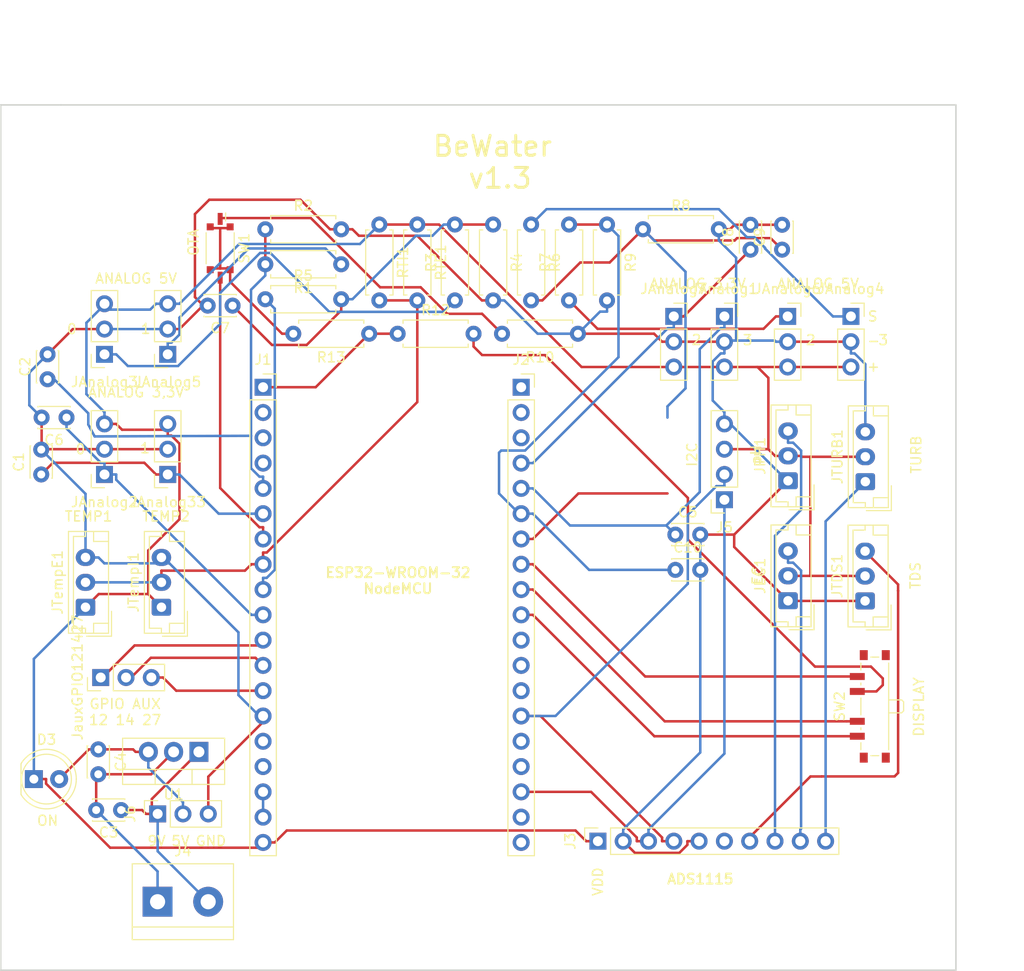
<source format=kicad_pcb>
(kicad_pcb (version 20171130) (host pcbnew "(5.1.12)-1")

  (general
    (thickness 1.6)
    (drawings 56)
    (tracks 405)
    (zones 0)
    (modules 49)
    (nets 54)
  )

  (page A4)
  (layers
    (0 F.Cu signal)
    (31 B.Cu signal)
    (32 B.Adhes user)
    (33 F.Adhes user)
    (34 B.Paste user)
    (35 F.Paste user)
    (36 B.SilkS user)
    (37 F.SilkS user)
    (38 B.Mask user)
    (39 F.Mask user)
    (40 Dwgs.User user)
    (41 Cmts.User user)
    (42 Eco1.User user)
    (43 Eco2.User user)
    (44 Edge.Cuts user)
    (45 Margin user)
    (46 B.CrtYd user)
    (47 F.CrtYd user)
    (48 B.Fab user)
    (49 F.Fab user)
  )

  (setup
    (last_trace_width 0.25)
    (trace_clearance 0.2)
    (zone_clearance 0.508)
    (zone_45_only no)
    (trace_min 0.2)
    (via_size 0.8)
    (via_drill 0.4)
    (via_min_size 0.4)
    (via_min_drill 0.3)
    (uvia_size 0.3)
    (uvia_drill 0.1)
    (uvias_allowed no)
    (uvia_min_size 0.2)
    (uvia_min_drill 0.1)
    (edge_width 0.05)
    (segment_width 0.2)
    (pcb_text_width 0.3)
    (pcb_text_size 1.5 1.5)
    (mod_edge_width 0.12)
    (mod_text_size 1 1)
    (mod_text_width 0.15)
    (pad_size 1.524 1.524)
    (pad_drill 0.762)
    (pad_to_mask_clearance 0)
    (aux_axis_origin 0 0)
    (visible_elements 7FF9FFFF)
    (pcbplotparams
      (layerselection 0x010fc_ffffffff)
      (usegerberextensions false)
      (usegerberattributes true)
      (usegerberadvancedattributes true)
      (creategerberjobfile true)
      (excludeedgelayer true)
      (linewidth 0.100000)
      (plotframeref false)
      (viasonmask false)
      (mode 1)
      (useauxorigin false)
      (hpglpennumber 1)
      (hpglpenspeed 20)
      (hpglpendiameter 15.000000)
      (psnegative false)
      (psa4output false)
      (plotreference false)
      (plotvalue false)
      (plotinvisibletext false)
      (padsonsilk false)
      (subtractmaskfromsilk false)
      (outputformat 1)
      (mirror false)
      (drillshape 0)
      (scaleselection 1)
      (outputdirectory ""))
  )

  (net 0 "")
  (net 1 ANALOG33)
  (net 2 GND)
  (net 3 ANALOG5)
  (net 4 "Net-(C3-Pad1)")
  (net 5 "Net-(C3-Pad2)")
  (net 6 "Net-(C4-Pad1)")
  (net 7 ANALOG33c)
  (net 8 ANALOG33b)
  (net 9 "Net-(C7-Pad1)")
  (net 10 ANALOG33d)
  (net 11 ANALOG5d)
  (net 12 5V)
  (net 13 33V)
  (net 14 "Net-(J1-Pad2)")
  (net 15 "Net-(J1-Pad3)")
  (net 16 "Net-(J1-Pad4)")
  (net 17 OTA)
  (net 18 OneWire)
  (net 19 ANALOG5b)
  (net 20 Aux27)
  (net 21 Aux14)
  (net 22 Aux12)
  (net 23 "Net-(J1-Pad15)")
  (net 24 "Net-(J1-Pad16)")
  (net 25 SPI_HD)
  (net 26 "Net-(J2-Pad1)")
  (net 27 "Net-(J2-Pad2)")
  (net 28 "Net-(J2-Pad3)")
  (net 29 ANALOG5c)
  (net 30 display3)
  (net 31 display2)
  (net 32 display1)
  (net 33 "Net-(J2-Pad11)")
  (net 34 "Net-(J2-Pad12)")
  (net 35 "Net-(J2-Pad13)")
  (net 36 SDA)
  (net 37 "Net-(J2-Pad15)")
  (net 38 "Net-(J2-Pad16)")
  (net 39 SCL)
  (net 40 "Net-(J2-Pad18)")
  (net 41 "Net-(J2-Pad19)")
  (net 42 "Net-(J3-Pad6)")
  (net 43 TDS)
  (net 44 pH)
  (net 45 EC)
  (net 46 TURB)
  (net 47 "Net-(JAnalog3-Pad1)")
  (net 48 "Net-(JAnalog4-Pad1)")
  (net 49 "Net-(JAnalog5-Pad1)")
  (net 50 "Net-(JAnalog6-Pad1)")
  (net 51 "Net-(R10-Pad2)")
  (net 52 "Net-(R12-Pad2)")
  (net 53 "Net-(R13-Pad2)")

  (net_class Default "This is the default net class."
    (clearance 0.2)
    (trace_width 0.25)
    (via_dia 0.8)
    (via_drill 0.4)
    (uvia_dia 0.3)
    (uvia_drill 0.1)
    (add_net 33V)
    (add_net 5V)
    (add_net ANALOG33)
    (add_net ANALOG33b)
    (add_net ANALOG33c)
    (add_net ANALOG33d)
    (add_net ANALOG5)
    (add_net ANALOG5b)
    (add_net ANALOG5c)
    (add_net ANALOG5d)
    (add_net Aux12)
    (add_net Aux14)
    (add_net Aux27)
    (add_net EC)
    (add_net GND)
    (add_net "Net-(C3-Pad1)")
    (add_net "Net-(C3-Pad2)")
    (add_net "Net-(C4-Pad1)")
    (add_net "Net-(C7-Pad1)")
    (add_net "Net-(J1-Pad15)")
    (add_net "Net-(J1-Pad16)")
    (add_net "Net-(J1-Pad2)")
    (add_net "Net-(J1-Pad3)")
    (add_net "Net-(J1-Pad4)")
    (add_net "Net-(J2-Pad1)")
    (add_net "Net-(J2-Pad11)")
    (add_net "Net-(J2-Pad12)")
    (add_net "Net-(J2-Pad13)")
    (add_net "Net-(J2-Pad15)")
    (add_net "Net-(J2-Pad16)")
    (add_net "Net-(J2-Pad18)")
    (add_net "Net-(J2-Pad19)")
    (add_net "Net-(J2-Pad2)")
    (add_net "Net-(J2-Pad3)")
    (add_net "Net-(J3-Pad6)")
    (add_net "Net-(JAnalog3-Pad1)")
    (add_net "Net-(JAnalog4-Pad1)")
    (add_net "Net-(JAnalog5-Pad1)")
    (add_net "Net-(JAnalog6-Pad1)")
    (add_net "Net-(R10-Pad2)")
    (add_net "Net-(R12-Pad2)")
    (add_net "Net-(R13-Pad2)")
    (add_net OTA)
    (add_net OneWire)
    (add_net SCL)
    (add_net SDA)
    (add_net SPI_HD)
    (add_net TDS)
    (add_net TURB)
    (add_net display1)
    (add_net display2)
    (add_net display3)
    (add_net pH)
  )

  (module Resistor_THT:R_Axial_DIN0207_L6.3mm_D2.5mm_P7.62mm_Horizontal (layer F.Cu) (tedit 5AE5139B) (tstamp 61C24B5C)
    (at 114.584 79.3598 180)
    (descr "Resistor, Axial_DIN0207 series, Axial, Horizontal, pin pitch=7.62mm, 0.25W = 1/4W, length*diameter=6.3*2.5mm^2, http://cdn-reichelt.de/documents/datenblatt/B400/1_4W%23YAG.pdf")
    (tags "Resistor Axial_DIN0207 series Axial Horizontal pin pitch 7.62mm 0.25W = 1/4W length 6.3mm diameter 2.5mm")
    (path /61C8FF7D)
    (fp_text reference R13 (at 3.81 -2.37) (layer F.SilkS)
      (effects (font (size 1 1) (thickness 0.15)))
    )
    (fp_text value 1K (at 3.81 2.37) (layer F.Fab)
      (effects (font (size 1 1) (thickness 0.15)))
    )
    (fp_line (start 0.66 -1.25) (end 0.66 1.25) (layer F.Fab) (width 0.1))
    (fp_line (start 0.66 1.25) (end 6.96 1.25) (layer F.Fab) (width 0.1))
    (fp_line (start 6.96 1.25) (end 6.96 -1.25) (layer F.Fab) (width 0.1))
    (fp_line (start 6.96 -1.25) (end 0.66 -1.25) (layer F.Fab) (width 0.1))
    (fp_line (start 0 0) (end 0.66 0) (layer F.Fab) (width 0.1))
    (fp_line (start 7.62 0) (end 6.96 0) (layer F.Fab) (width 0.1))
    (fp_line (start 0.54 -1.04) (end 0.54 -1.37) (layer F.SilkS) (width 0.12))
    (fp_line (start 0.54 -1.37) (end 7.08 -1.37) (layer F.SilkS) (width 0.12))
    (fp_line (start 7.08 -1.37) (end 7.08 -1.04) (layer F.SilkS) (width 0.12))
    (fp_line (start 0.54 1.04) (end 0.54 1.37) (layer F.SilkS) (width 0.12))
    (fp_line (start 0.54 1.37) (end 7.08 1.37) (layer F.SilkS) (width 0.12))
    (fp_line (start 7.08 1.37) (end 7.08 1.04) (layer F.SilkS) (width 0.12))
    (fp_line (start -1.05 -1.5) (end -1.05 1.5) (layer F.CrtYd) (width 0.05))
    (fp_line (start -1.05 1.5) (end 8.67 1.5) (layer F.CrtYd) (width 0.05))
    (fp_line (start 8.67 1.5) (end 8.67 -1.5) (layer F.CrtYd) (width 0.05))
    (fp_line (start 8.67 -1.5) (end -1.05 -1.5) (layer F.CrtYd) (width 0.05))
    (fp_text user %R (at 3.81 0) (layer F.Fab)
      (effects (font (size 1 1) (thickness 0.15)))
    )
    (pad 2 thru_hole oval (at 7.62 0 180) (size 1.6 1.6) (drill 0.8) (layers *.Cu *.Mask)
      (net 53 "Net-(R13-Pad2)"))
    (pad 1 thru_hole circle (at 0 0 180) (size 1.6 1.6) (drill 0.8) (layers *.Cu *.Mask)
      (net 13 33V))
    (model ${KISYS3DMOD}/Resistor_THT.3dshapes/R_Axial_DIN0207_L6.3mm_D2.5mm_P7.62mm_Horizontal.wrl
      (at (xyz 0 0 0))
      (scale (xyz 1 1 1))
      (rotate (xyz 0 0 0))
    )
  )

  (module Resistor_THT:R_Axial_DIN0207_L6.3mm_D2.5mm_P7.62mm_Horizontal (layer F.Cu) (tedit 5AE5139B) (tstamp 61C24B45)
    (at 117.441 79.3598)
    (descr "Resistor, Axial_DIN0207 series, Axial, Horizontal, pin pitch=7.62mm, 0.25W = 1/4W, length*diameter=6.3*2.5mm^2, http://cdn-reichelt.de/documents/datenblatt/B400/1_4W%23YAG.pdf")
    (tags "Resistor Axial_DIN0207 series Axial Horizontal pin pitch 7.62mm 0.25W = 1/4W length 6.3mm diameter 2.5mm")
    (path /61C853F7)
    (fp_text reference R12 (at 3.81 -2.37) (layer F.SilkS)
      (effects (font (size 1 1) (thickness 0.15)))
    )
    (fp_text value 1K (at 3.81 2.37) (layer F.Fab)
      (effects (font (size 1 1) (thickness 0.15)))
    )
    (fp_line (start 0.66 -1.25) (end 0.66 1.25) (layer F.Fab) (width 0.1))
    (fp_line (start 0.66 1.25) (end 6.96 1.25) (layer F.Fab) (width 0.1))
    (fp_line (start 6.96 1.25) (end 6.96 -1.25) (layer F.Fab) (width 0.1))
    (fp_line (start 6.96 -1.25) (end 0.66 -1.25) (layer F.Fab) (width 0.1))
    (fp_line (start 0 0) (end 0.66 0) (layer F.Fab) (width 0.1))
    (fp_line (start 7.62 0) (end 6.96 0) (layer F.Fab) (width 0.1))
    (fp_line (start 0.54 -1.04) (end 0.54 -1.37) (layer F.SilkS) (width 0.12))
    (fp_line (start 0.54 -1.37) (end 7.08 -1.37) (layer F.SilkS) (width 0.12))
    (fp_line (start 7.08 -1.37) (end 7.08 -1.04) (layer F.SilkS) (width 0.12))
    (fp_line (start 0.54 1.04) (end 0.54 1.37) (layer F.SilkS) (width 0.12))
    (fp_line (start 0.54 1.37) (end 7.08 1.37) (layer F.SilkS) (width 0.12))
    (fp_line (start 7.08 1.37) (end 7.08 1.04) (layer F.SilkS) (width 0.12))
    (fp_line (start -1.05 -1.5) (end -1.05 1.5) (layer F.CrtYd) (width 0.05))
    (fp_line (start -1.05 1.5) (end 8.67 1.5) (layer F.CrtYd) (width 0.05))
    (fp_line (start 8.67 1.5) (end 8.67 -1.5) (layer F.CrtYd) (width 0.05))
    (fp_line (start 8.67 -1.5) (end -1.05 -1.5) (layer F.CrtYd) (width 0.05))
    (fp_text user %R (at 3.81 0) (layer F.Fab)
      (effects (font (size 1 1) (thickness 0.15)))
    )
    (pad 2 thru_hole oval (at 7.62 0) (size 1.6 1.6) (drill 0.8) (layers *.Cu *.Mask)
      (net 52 "Net-(R12-Pad2)"))
    (pad 1 thru_hole circle (at 0 0) (size 1.6 1.6) (drill 0.8) (layers *.Cu *.Mask)
      (net 13 33V))
    (model ${KISYS3DMOD}/Resistor_THT.3dshapes/R_Axial_DIN0207_L6.3mm_D2.5mm_P7.62mm_Horizontal.wrl
      (at (xyz 0 0 0))
      (scale (xyz 1 1 1))
      (rotate (xyz 0 0 0))
    )
  )

  (module Connector_PinSocket_2.54mm:PinSocket_1x03_P2.54mm_Vertical (layer F.Cu) (tedit 5A19A429) (tstamp 61C203CA)
    (at 93.3501 127.587 90)
    (descr "Through hole straight socket strip, 1x03, 2.54mm pitch, single row (from Kicad 4.0.7), script generated")
    (tags "Through hole socket strip THT 1x03 2.54mm single row")
    (path /61C4D516)
    (fp_text reference J6 (at 0 -2.77 90) (layer F.SilkS)
      (effects (font (size 1 1) (thickness 0.15)))
    )
    (fp_text value Conn_01x03 (at 0 7.85 90) (layer F.Fab)
      (effects (font (size 1 1) (thickness 0.15)))
    )
    (fp_line (start -1.8 6.85) (end -1.8 -1.8) (layer F.CrtYd) (width 0.05))
    (fp_line (start 1.75 6.85) (end -1.8 6.85) (layer F.CrtYd) (width 0.05))
    (fp_line (start 1.75 -1.8) (end 1.75 6.85) (layer F.CrtYd) (width 0.05))
    (fp_line (start -1.8 -1.8) (end 1.75 -1.8) (layer F.CrtYd) (width 0.05))
    (fp_line (start 0 -1.33) (end 1.33 -1.33) (layer F.SilkS) (width 0.12))
    (fp_line (start 1.33 -1.33) (end 1.33 0) (layer F.SilkS) (width 0.12))
    (fp_line (start 1.33 1.27) (end 1.33 6.41) (layer F.SilkS) (width 0.12))
    (fp_line (start -1.33 6.41) (end 1.33 6.41) (layer F.SilkS) (width 0.12))
    (fp_line (start -1.33 1.27) (end -1.33 6.41) (layer F.SilkS) (width 0.12))
    (fp_line (start -1.33 1.27) (end 1.33 1.27) (layer F.SilkS) (width 0.12))
    (fp_line (start -1.27 6.35) (end -1.27 -1.27) (layer F.Fab) (width 0.1))
    (fp_line (start 1.27 6.35) (end -1.27 6.35) (layer F.Fab) (width 0.1))
    (fp_line (start 1.27 -0.635) (end 1.27 6.35) (layer F.Fab) (width 0.1))
    (fp_line (start 0.635 -1.27) (end 1.27 -0.635) (layer F.Fab) (width 0.1))
    (fp_line (start -1.27 -1.27) (end 0.635 -1.27) (layer F.Fab) (width 0.1))
    (fp_text user %R (at 0 2.54) (layer F.Fab)
      (effects (font (size 1 1) (thickness 0.15)))
    )
    (pad 3 thru_hole oval (at 0 5.08 90) (size 1.7 1.7) (drill 1) (layers *.Cu *.Mask)
      (net 2 GND))
    (pad 2 thru_hole oval (at 0 2.54 90) (size 1.7 1.7) (drill 1) (layers *.Cu *.Mask)
      (net 6 "Net-(C4-Pad1)"))
    (pad 1 thru_hole rect (at 0 0 90) (size 1.7 1.7) (drill 1) (layers *.Cu *.Mask)
      (net 4 "Net-(C3-Pad1)"))
    (model ${KISYS3DMOD}/Connector_PinSocket_2.54mm.3dshapes/PinSocket_1x03_P2.54mm_Vertical.wrl
      (at (xyz 0 0 0))
      (scale (xyz 1 1 1))
      (rotate (xyz 0 0 0))
    )
  )

  (module Resistor_THT:R_Axial_DIN0207_L6.3mm_D2.5mm_P7.62mm_Horizontal (layer F.Cu) (tedit 5AE5139B) (tstamp 61C1E27C)
    (at 135.537 79.3598 180)
    (descr "Resistor, Axial_DIN0207 series, Axial, Horizontal, pin pitch=7.62mm, 0.25W = 1/4W, length*diameter=6.3*2.5mm^2, http://cdn-reichelt.de/documents/datenblatt/B400/1_4W%23YAG.pdf")
    (tags "Resistor Axial_DIN0207 series Axial Horizontal pin pitch 7.62mm 0.25W = 1/4W length 6.3mm diameter 2.5mm")
    (path /61C22A71)
    (fp_text reference R10 (at 3.81 -2.37) (layer F.SilkS)
      (effects (font (size 1 1) (thickness 0.15)))
    )
    (fp_text value 1K (at 3.81 2.37) (layer F.Fab)
      (effects (font (size 1 1) (thickness 0.15)))
    )
    (fp_line (start 0.66 -1.25) (end 0.66 1.25) (layer F.Fab) (width 0.1))
    (fp_line (start 0.66 1.25) (end 6.96 1.25) (layer F.Fab) (width 0.1))
    (fp_line (start 6.96 1.25) (end 6.96 -1.25) (layer F.Fab) (width 0.1))
    (fp_line (start 6.96 -1.25) (end 0.66 -1.25) (layer F.Fab) (width 0.1))
    (fp_line (start 0 0) (end 0.66 0) (layer F.Fab) (width 0.1))
    (fp_line (start 7.62 0) (end 6.96 0) (layer F.Fab) (width 0.1))
    (fp_line (start 0.54 -1.04) (end 0.54 -1.37) (layer F.SilkS) (width 0.12))
    (fp_line (start 0.54 -1.37) (end 7.08 -1.37) (layer F.SilkS) (width 0.12))
    (fp_line (start 7.08 -1.37) (end 7.08 -1.04) (layer F.SilkS) (width 0.12))
    (fp_line (start 0.54 1.04) (end 0.54 1.37) (layer F.SilkS) (width 0.12))
    (fp_line (start 0.54 1.37) (end 7.08 1.37) (layer F.SilkS) (width 0.12))
    (fp_line (start 7.08 1.37) (end 7.08 1.04) (layer F.SilkS) (width 0.12))
    (fp_line (start -1.05 -1.5) (end -1.05 1.5) (layer F.CrtYd) (width 0.05))
    (fp_line (start -1.05 1.5) (end 8.67 1.5) (layer F.CrtYd) (width 0.05))
    (fp_line (start 8.67 1.5) (end 8.67 -1.5) (layer F.CrtYd) (width 0.05))
    (fp_line (start 8.67 -1.5) (end -1.05 -1.5) (layer F.CrtYd) (width 0.05))
    (fp_text user %R (at 3.81 0) (layer F.Fab)
      (effects (font (size 1 1) (thickness 0.15)))
    )
    (pad 2 thru_hole oval (at 7.62 0 180) (size 1.6 1.6) (drill 0.8) (layers *.Cu *.Mask)
      (net 51 "Net-(R10-Pad2)"))
    (pad 1 thru_hole circle (at 0 0 180) (size 1.6 1.6) (drill 0.8) (layers *.Cu *.Mask)
      (net 2 GND))
    (model ${KISYS3DMOD}/Resistor_THT.3dshapes/R_Axial_DIN0207_L6.3mm_D2.5mm_P7.62mm_Horizontal.wrl
      (at (xyz 0 0 0))
      (scale (xyz 1 1 1))
      (rotate (xyz 0 0 0))
    )
  )

  (module Connector_PinHeader_2.54mm:PinHeader_1x03_P2.54mm_Vertical (layer F.Cu) (tedit 59FED5CC) (tstamp 61C0E7EE)
    (at 87.6325 113.891 90)
    (descr "Through hole straight pin header, 1x03, 2.54mm pitch, single row")
    (tags "Through hole pin header THT 1x03 2.54mm single row")
    (path /61BF95A0)
    (fp_text reference JauxGPIO121427 (at 0 -2.33 90) (layer F.SilkS)
      (effects (font (size 1 1) (thickness 0.15)))
    )
    (fp_text value Conn_01x03 (at 0 7.41 90) (layer F.Fab)
      (effects (font (size 1 1) (thickness 0.15)))
    )
    (fp_line (start 1.8 -1.8) (end -1.8 -1.8) (layer F.CrtYd) (width 0.05))
    (fp_line (start 1.8 6.85) (end 1.8 -1.8) (layer F.CrtYd) (width 0.05))
    (fp_line (start -1.8 6.85) (end 1.8 6.85) (layer F.CrtYd) (width 0.05))
    (fp_line (start -1.8 -1.8) (end -1.8 6.85) (layer F.CrtYd) (width 0.05))
    (fp_line (start -1.33 -1.33) (end 0 -1.33) (layer F.SilkS) (width 0.12))
    (fp_line (start -1.33 0) (end -1.33 -1.33) (layer F.SilkS) (width 0.12))
    (fp_line (start -1.33 1.27) (end 1.33 1.27) (layer F.SilkS) (width 0.12))
    (fp_line (start 1.33 1.27) (end 1.33 6.41) (layer F.SilkS) (width 0.12))
    (fp_line (start -1.33 1.27) (end -1.33 6.41) (layer F.SilkS) (width 0.12))
    (fp_line (start -1.33 6.41) (end 1.33 6.41) (layer F.SilkS) (width 0.12))
    (fp_line (start -1.27 -0.635) (end -0.635 -1.27) (layer F.Fab) (width 0.1))
    (fp_line (start -1.27 6.35) (end -1.27 -0.635) (layer F.Fab) (width 0.1))
    (fp_line (start 1.27 6.35) (end -1.27 6.35) (layer F.Fab) (width 0.1))
    (fp_line (start 1.27 -1.27) (end 1.27 6.35) (layer F.Fab) (width 0.1))
    (fp_line (start -0.635 -1.27) (end 1.27 -1.27) (layer F.Fab) (width 0.1))
    (fp_text user %R (at 0 2.54) (layer F.Fab)
      (effects (font (size 1 1) (thickness 0.15)))
    )
    (pad 1 thru_hole rect (at 0 0 90) (size 1.7 1.7) (drill 1) (layers *.Cu *.Mask)
      (net 20 Aux27))
    (pad 2 thru_hole oval (at 0 2.54 90) (size 1.7 1.7) (drill 1) (layers *.Cu *.Mask)
      (net 21 Aux14))
    (pad 3 thru_hole oval (at 0 5.08 90) (size 1.7 1.7) (drill 1) (layers *.Cu *.Mask)
      (net 22 Aux12))
    (model ${KISYS3DMOD}/Connector_PinHeader_2.54mm.3dshapes/PinHeader_1x03_P2.54mm_Vertical.wrl
      (at (xyz 0 0 0))
      (scale (xyz 1 1 1))
      (rotate (xyz 0 0 0))
    )
  )

  (module Connector_PinSocket_2.54mm:PinSocket_1x10_P2.54mm_Vertical (layer F.Cu) (tedit 5A19A425) (tstamp 61C0E7D1)
    (at 137.541 130.327 90)
    (descr "Through hole straight socket strip, 1x10, 2.54mm pitch, single row (from Kicad 4.0.7), script generated")
    (tags "Through hole socket strip THT 1x10 2.54mm single row")
    (path /61AA9151)
    (fp_text reference J3 (at 0 -2.77 90) (layer F.SilkS)
      (effects (font (size 1 1) (thickness 0.15)))
    )
    (fp_text value ADS1115 (at 0 25.63 90) (layer F.Fab)
      (effects (font (size 1 1) (thickness 0.15)))
    )
    (fp_line (start -1.8 24.6) (end -1.8 -1.8) (layer F.CrtYd) (width 0.05))
    (fp_line (start 1.75 24.6) (end -1.8 24.6) (layer F.CrtYd) (width 0.05))
    (fp_line (start 1.75 -1.8) (end 1.75 24.6) (layer F.CrtYd) (width 0.05))
    (fp_line (start -1.8 -1.8) (end 1.75 -1.8) (layer F.CrtYd) (width 0.05))
    (fp_line (start 0 -1.33) (end 1.33 -1.33) (layer F.SilkS) (width 0.12))
    (fp_line (start 1.33 -1.33) (end 1.33 0) (layer F.SilkS) (width 0.12))
    (fp_line (start 1.33 1.27) (end 1.33 24.19) (layer F.SilkS) (width 0.12))
    (fp_line (start -1.33 24.19) (end 1.33 24.19) (layer F.SilkS) (width 0.12))
    (fp_line (start -1.33 1.27) (end -1.33 24.19) (layer F.SilkS) (width 0.12))
    (fp_line (start -1.33 1.27) (end 1.33 1.27) (layer F.SilkS) (width 0.12))
    (fp_line (start -1.27 24.13) (end -1.27 -1.27) (layer F.Fab) (width 0.1))
    (fp_line (start 1.27 24.13) (end -1.27 24.13) (layer F.Fab) (width 0.1))
    (fp_line (start 1.27 -0.635) (end 1.27 24.13) (layer F.Fab) (width 0.1))
    (fp_line (start 0.635 -1.27) (end 1.27 -0.635) (layer F.Fab) (width 0.1))
    (fp_line (start -1.27 -1.27) (end 0.635 -1.27) (layer F.Fab) (width 0.1))
    (fp_text user %R (at 0 11.43) (layer F.Fab)
      (effects (font (size 1 1) (thickness 0.15)))
    )
    (pad 1 thru_hole rect (at 0 0 90) (size 1.7 1.7) (drill 1) (layers *.Cu *.Mask)
      (net 12 5V))
    (pad 2 thru_hole oval (at 0 2.54 90) (size 1.7 1.7) (drill 1) (layers *.Cu *.Mask)
      (net 2 GND))
    (pad 3 thru_hole oval (at 0 5.08 90) (size 1.7 1.7) (drill 1) (layers *.Cu *.Mask)
      (net 39 SCL))
    (pad 4 thru_hole oval (at 0 7.62 90) (size 1.7 1.7) (drill 1) (layers *.Cu *.Mask)
      (net 36 SDA))
    (pad 5 thru_hole oval (at 0 10.16 90) (size 1.7 1.7) (drill 1) (layers *.Cu *.Mask)
      (net 2 GND))
    (pad 6 thru_hole oval (at 0 12.7 90) (size 1.7 1.7) (drill 1) (layers *.Cu *.Mask)
      (net 42 "Net-(J3-Pad6)"))
    (pad 7 thru_hole oval (at 0 15.24 90) (size 1.7 1.7) (drill 1) (layers *.Cu *.Mask)
      (net 43 TDS))
    (pad 8 thru_hole oval (at 0 17.78 90) (size 1.7 1.7) (drill 1) (layers *.Cu *.Mask)
      (net 44 pH))
    (pad 9 thru_hole oval (at 0 20.32 90) (size 1.7 1.7) (drill 1) (layers *.Cu *.Mask)
      (net 45 EC))
    (pad 10 thru_hole oval (at 0 22.86 90) (size 1.7 1.7) (drill 1) (layers *.Cu *.Mask)
      (net 46 TURB))
    (model ${KISYS3DMOD}/Connector_PinSocket_2.54mm.3dshapes/PinSocket_1x10_P2.54mm_Vertical.wrl
      (at (xyz 0 0 0))
      (scale (xyz 1 1 1))
      (rotate (xyz 0 0 0))
    )
  )

  (module Resistor_THT:R_Axial_DIN0207_L6.3mm_D2.5mm_P7.62mm_Horizontal (layer F.Cu) (tedit 5AE5139B) (tstamp 61C29B35)
    (at 127.023 68.3946 270)
    (descr "Resistor, Axial_DIN0207 series, Axial, Horizontal, pin pitch=7.62mm, 0.25W = 1/4W, length*diameter=6.3*2.5mm^2, http://cdn-reichelt.de/documents/datenblatt/B400/1_4W%23YAG.pdf")
    (tags "Resistor Axial_DIN0207 series Axial Horizontal pin pitch 7.62mm 0.25W = 1/4W length 6.3mm diameter 2.5mm")
    (path /61BBAC42)
    (fp_text reference R4 (at 3.81 -2.37 90) (layer F.SilkS)
      (effects (font (size 1 1) (thickness 0.15)))
    )
    (fp_text value 2K (at 3.81 2.37 90) (layer F.Fab)
      (effects (font (size 1 1) (thickness 0.15)))
    )
    (fp_line (start 0.66 -1.25) (end 0.66 1.25) (layer F.Fab) (width 0.1))
    (fp_line (start 0.66 1.25) (end 6.96 1.25) (layer F.Fab) (width 0.1))
    (fp_line (start 6.96 1.25) (end 6.96 -1.25) (layer F.Fab) (width 0.1))
    (fp_line (start 6.96 -1.25) (end 0.66 -1.25) (layer F.Fab) (width 0.1))
    (fp_line (start 0 0) (end 0.66 0) (layer F.Fab) (width 0.1))
    (fp_line (start 7.62 0) (end 6.96 0) (layer F.Fab) (width 0.1))
    (fp_line (start 0.54 -1.04) (end 0.54 -1.37) (layer F.SilkS) (width 0.12))
    (fp_line (start 0.54 -1.37) (end 7.08 -1.37) (layer F.SilkS) (width 0.12))
    (fp_line (start 7.08 -1.37) (end 7.08 -1.04) (layer F.SilkS) (width 0.12))
    (fp_line (start 0.54 1.04) (end 0.54 1.37) (layer F.SilkS) (width 0.12))
    (fp_line (start 0.54 1.37) (end 7.08 1.37) (layer F.SilkS) (width 0.12))
    (fp_line (start 7.08 1.37) (end 7.08 1.04) (layer F.SilkS) (width 0.12))
    (fp_line (start -1.05 -1.5) (end -1.05 1.5) (layer F.CrtYd) (width 0.05))
    (fp_line (start -1.05 1.5) (end 8.67 1.5) (layer F.CrtYd) (width 0.05))
    (fp_line (start 8.67 1.5) (end 8.67 -1.5) (layer F.CrtYd) (width 0.05))
    (fp_line (start 8.67 -1.5) (end -1.05 -1.5) (layer F.CrtYd) (width 0.05))
    (fp_text user %R (at 3.81 0 90) (layer F.Fab)
      (effects (font (size 1 1) (thickness 0.15)))
    )
    (pad 1 thru_hole circle (at 0 0 270) (size 1.6 1.6) (drill 0.8) (layers *.Cu *.Mask)
      (net 9 "Net-(C7-Pad1)"))
    (pad 2 thru_hole oval (at 7.62 0 270) (size 1.6 1.6) (drill 0.8) (layers *.Cu *.Mask)
      (net 2 GND))
    (model ${KISYS3DMOD}/Resistor_THT.3dshapes/R_Axial_DIN0207_L6.3mm_D2.5mm_P7.62mm_Horizontal.wrl
      (at (xyz 0 0 0))
      (scale (xyz 1 1 1))
      (rotate (xyz 0 0 0))
    )
  )

  (module Resistor_THT:R_Axial_DIN0207_L6.3mm_D2.5mm_P7.62mm_Horizontal (layer F.Cu) (tedit 5AE5139B) (tstamp 61C0E7A5)
    (at 104.155 68.8721)
    (descr "Resistor, Axial_DIN0207 series, Axial, Horizontal, pin pitch=7.62mm, 0.25W = 1/4W, length*diameter=6.3*2.5mm^2, http://cdn-reichelt.de/documents/datenblatt/B400/1_4W%23YAG.pdf")
    (tags "Resistor Axial_DIN0207 series Axial Horizontal pin pitch 7.62mm 0.25W = 1/4W length 6.3mm diameter 2.5mm")
    (path /61AE3686)
    (fp_text reference R2 (at 3.81 -2.37) (layer F.SilkS)
      (effects (font (size 1 1) (thickness 0.15)))
    )
    (fp_text value 2K (at 3.81 2.37) (layer F.Fab)
      (effects (font (size 1 1) (thickness 0.15)))
    )
    (fp_line (start 8.67 -1.5) (end -1.05 -1.5) (layer F.CrtYd) (width 0.05))
    (fp_line (start 8.67 1.5) (end 8.67 -1.5) (layer F.CrtYd) (width 0.05))
    (fp_line (start -1.05 1.5) (end 8.67 1.5) (layer F.CrtYd) (width 0.05))
    (fp_line (start -1.05 -1.5) (end -1.05 1.5) (layer F.CrtYd) (width 0.05))
    (fp_line (start 7.08 1.37) (end 7.08 1.04) (layer F.SilkS) (width 0.12))
    (fp_line (start 0.54 1.37) (end 7.08 1.37) (layer F.SilkS) (width 0.12))
    (fp_line (start 0.54 1.04) (end 0.54 1.37) (layer F.SilkS) (width 0.12))
    (fp_line (start 7.08 -1.37) (end 7.08 -1.04) (layer F.SilkS) (width 0.12))
    (fp_line (start 0.54 -1.37) (end 7.08 -1.37) (layer F.SilkS) (width 0.12))
    (fp_line (start 0.54 -1.04) (end 0.54 -1.37) (layer F.SilkS) (width 0.12))
    (fp_line (start 7.62 0) (end 6.96 0) (layer F.Fab) (width 0.1))
    (fp_line (start 0 0) (end 0.66 0) (layer F.Fab) (width 0.1))
    (fp_line (start 6.96 -1.25) (end 0.66 -1.25) (layer F.Fab) (width 0.1))
    (fp_line (start 6.96 1.25) (end 6.96 -1.25) (layer F.Fab) (width 0.1))
    (fp_line (start 0.66 1.25) (end 6.96 1.25) (layer F.Fab) (width 0.1))
    (fp_line (start 0.66 -1.25) (end 0.66 1.25) (layer F.Fab) (width 0.1))
    (fp_text user %R (at 3.81 0) (layer F.Fab)
      (effects (font (size 1 1) (thickness 0.15)))
    )
    (pad 2 thru_hole oval (at 7.62 0) (size 1.6 1.6) (drill 0.8) (layers *.Cu *.Mask)
      (net 2 GND))
    (pad 1 thru_hole circle (at 0 0) (size 1.6 1.6) (drill 0.8) (layers *.Cu *.Mask)
      (net 3 ANALOG5))
    (model ${KISYS3DMOD}/Resistor_THT.3dshapes/R_Axial_DIN0207_L6.3mm_D2.5mm_P7.62mm_Horizontal.wrl
      (at (xyz 0 0 0))
      (scale (xyz 1 1 1))
      (rotate (xyz 0 0 0))
    )
  )

  (module Connector_JST:JST_EH_B3B-EH-A_1x03_P2.50mm_Vertical (layer F.Cu) (tedit 5C28142C) (tstamp 61C0E785)
    (at 164.363 106.197 90)
    (descr "JST EH series connector, B3B-EH-A (http://www.jst-mfg.com/product/pdf/eng/eEH.pdf), generated with kicad-footprint-generator")
    (tags "connector JST EH vertical")
    (path /61AAD93F)
    (fp_text reference JTDS1 (at 2.5 -2.8 90) (layer F.SilkS)
      (effects (font (size 1 1) (thickness 0.15)))
    )
    (fp_text value Conn_01x03 (at 2.5 3.4 90) (layer F.Fab)
      (effects (font (size 1 1) (thickness 0.15)))
    )
    (fp_line (start -2.5 -1.6) (end -2.5 2.2) (layer F.Fab) (width 0.1))
    (fp_line (start -2.5 2.2) (end 7.5 2.2) (layer F.Fab) (width 0.1))
    (fp_line (start 7.5 2.2) (end 7.5 -1.6) (layer F.Fab) (width 0.1))
    (fp_line (start 7.5 -1.6) (end -2.5 -1.6) (layer F.Fab) (width 0.1))
    (fp_line (start -3 -2.1) (end -3 2.7) (layer F.CrtYd) (width 0.05))
    (fp_line (start -3 2.7) (end 8 2.7) (layer F.CrtYd) (width 0.05))
    (fp_line (start 8 2.7) (end 8 -2.1) (layer F.CrtYd) (width 0.05))
    (fp_line (start 8 -2.1) (end -3 -2.1) (layer F.CrtYd) (width 0.05))
    (fp_line (start -2.61 -1.71) (end -2.61 2.31) (layer F.SilkS) (width 0.12))
    (fp_line (start -2.61 2.31) (end 7.61 2.31) (layer F.SilkS) (width 0.12))
    (fp_line (start 7.61 2.31) (end 7.61 -1.71) (layer F.SilkS) (width 0.12))
    (fp_line (start 7.61 -1.71) (end -2.61 -1.71) (layer F.SilkS) (width 0.12))
    (fp_line (start -2.61 0) (end -2.11 0) (layer F.SilkS) (width 0.12))
    (fp_line (start -2.11 0) (end -2.11 -1.21) (layer F.SilkS) (width 0.12))
    (fp_line (start -2.11 -1.21) (end 7.11 -1.21) (layer F.SilkS) (width 0.12))
    (fp_line (start 7.11 -1.21) (end 7.11 0) (layer F.SilkS) (width 0.12))
    (fp_line (start 7.11 0) (end 7.61 0) (layer F.SilkS) (width 0.12))
    (fp_line (start -2.61 0.81) (end -1.61 0.81) (layer F.SilkS) (width 0.12))
    (fp_line (start -1.61 0.81) (end -1.61 2.31) (layer F.SilkS) (width 0.12))
    (fp_line (start 7.61 0.81) (end 6.61 0.81) (layer F.SilkS) (width 0.12))
    (fp_line (start 6.61 0.81) (end 6.61 2.31) (layer F.SilkS) (width 0.12))
    (fp_line (start -2.91 0.11) (end -2.91 2.61) (layer F.SilkS) (width 0.12))
    (fp_line (start -2.91 2.61) (end -0.41 2.61) (layer F.SilkS) (width 0.12))
    (fp_line (start -2.91 0.11) (end -2.91 2.61) (layer F.Fab) (width 0.1))
    (fp_line (start -2.91 2.61) (end -0.41 2.61) (layer F.Fab) (width 0.1))
    (fp_text user %R (at 2.5 1.5 90) (layer F.Fab)
      (effects (font (size 1 1) (thickness 0.15)))
    )
    (pad 1 thru_hole roundrect (at 0 0 90) (size 1.7 1.95) (drill 0.95) (layers *.Cu *.Mask) (roundrect_rratio 0.1470588235294118)
      (net 2 GND))
    (pad 2 thru_hole oval (at 2.5 0 90) (size 1.7 1.95) (drill 0.95) (layers *.Cu *.Mask)
      (net 12 5V))
    (pad 3 thru_hole oval (at 5 0 90) (size 1.7 1.95) (drill 0.95) (layers *.Cu *.Mask)
      (net 43 TDS))
    (model ${KISYS3DMOD}/Connector_JST.3dshapes/JST_EH_B3B-EH-A_1x03_P2.50mm_Vertical.wrl
      (at (xyz 0 0 0))
      (scale (xyz 1 1 1))
      (rotate (xyz 0 0 0))
    )
  )

  (module Connector_PinSocket_2.54mm:PinSocket_1x03_P2.54mm_Vertical (layer F.Cu) (tedit 5A19A429) (tstamp 61C0E76F)
    (at 94.361 93.4974 180)
    (descr "Through hole straight socket strip, 1x03, 2.54mm pitch, single row (from Kicad 4.0.7), script generated")
    (tags "Through hole socket strip THT 1x03 2.54mm single row")
    (path /61AD5794)
    (fp_text reference JAnalog33 (at 0 -2.77) (layer F.SilkS)
      (effects (font (size 1 1) (thickness 0.15)))
    )
    (fp_text value Conn_01x03 (at 0 7.85) (layer F.Fab)
      (effects (font (size 1 1) (thickness 0.15)))
    )
    (fp_line (start -1.27 -1.27) (end 0.635 -1.27) (layer F.Fab) (width 0.1))
    (fp_line (start 0.635 -1.27) (end 1.27 -0.635) (layer F.Fab) (width 0.1))
    (fp_line (start 1.27 -0.635) (end 1.27 6.35) (layer F.Fab) (width 0.1))
    (fp_line (start 1.27 6.35) (end -1.27 6.35) (layer F.Fab) (width 0.1))
    (fp_line (start -1.27 6.35) (end -1.27 -1.27) (layer F.Fab) (width 0.1))
    (fp_line (start -1.33 1.27) (end 1.33 1.27) (layer F.SilkS) (width 0.12))
    (fp_line (start -1.33 1.27) (end -1.33 6.41) (layer F.SilkS) (width 0.12))
    (fp_line (start -1.33 6.41) (end 1.33 6.41) (layer F.SilkS) (width 0.12))
    (fp_line (start 1.33 1.27) (end 1.33 6.41) (layer F.SilkS) (width 0.12))
    (fp_line (start 1.33 -1.33) (end 1.33 0) (layer F.SilkS) (width 0.12))
    (fp_line (start 0 -1.33) (end 1.33 -1.33) (layer F.SilkS) (width 0.12))
    (fp_line (start -1.8 -1.8) (end 1.75 -1.8) (layer F.CrtYd) (width 0.05))
    (fp_line (start 1.75 -1.8) (end 1.75 6.85) (layer F.CrtYd) (width 0.05))
    (fp_line (start 1.75 6.85) (end -1.8 6.85) (layer F.CrtYd) (width 0.05))
    (fp_line (start -1.8 6.85) (end -1.8 -1.8) (layer F.CrtYd) (width 0.05))
    (fp_text user %R (at 0 2.54 90) (layer F.Fab)
      (effects (font (size 1 1) (thickness 0.15)))
    )
    (pad 1 thru_hole rect (at 0 0 180) (size 1.7 1.7) (drill 1) (layers *.Cu *.Mask)
      (net 1 ANALOG33))
    (pad 2 thru_hole oval (at 0 2.54 180) (size 1.7 1.7) (drill 1) (layers *.Cu *.Mask)
      (net 2 GND))
    (pad 3 thru_hole oval (at 0 5.08 180) (size 1.7 1.7) (drill 1) (layers *.Cu *.Mask)
      (net 12 5V))
    (model ${KISYS3DMOD}/Connector_PinSocket_2.54mm.3dshapes/PinSocket_1x03_P2.54mm_Vertical.wrl
      (at (xyz 0 0 0))
      (scale (xyz 1 1 1))
      (rotate (xyz 0 0 0))
    )
  )

  (module Resistor_THT:R_Axial_DIN0207_L6.3mm_D2.5mm_P7.62mm_Horizontal (layer F.Cu) (tedit 5AE5139B) (tstamp 61C0E759)
    (at 104.155 75.8952)
    (descr "Resistor, Axial_DIN0207 series, Axial, Horizontal, pin pitch=7.62mm, 0.25W = 1/4W, length*diameter=6.3*2.5mm^2, http://cdn-reichelt.de/documents/datenblatt/B400/1_4W%23YAG.pdf")
    (tags "Resistor Axial_DIN0207 series Axial Horizontal pin pitch 7.62mm 0.25W = 1/4W length 6.3mm diameter 2.5mm")
    (path /61BBAC65)
    (fp_text reference R5 (at 3.81 -2.37) (layer F.SilkS)
      (effects (font (size 1 1) (thickness 0.15)))
    )
    (fp_text value 100 (at 3.81 2.37) (layer F.Fab)
      (effects (font (size 1 1) (thickness 0.15)))
    )
    (fp_line (start 8.67 -1.5) (end -1.05 -1.5) (layer F.CrtYd) (width 0.05))
    (fp_line (start 8.67 1.5) (end 8.67 -1.5) (layer F.CrtYd) (width 0.05))
    (fp_line (start -1.05 1.5) (end 8.67 1.5) (layer F.CrtYd) (width 0.05))
    (fp_line (start -1.05 -1.5) (end -1.05 1.5) (layer F.CrtYd) (width 0.05))
    (fp_line (start 7.08 1.37) (end 7.08 1.04) (layer F.SilkS) (width 0.12))
    (fp_line (start 0.54 1.37) (end 7.08 1.37) (layer F.SilkS) (width 0.12))
    (fp_line (start 0.54 1.04) (end 0.54 1.37) (layer F.SilkS) (width 0.12))
    (fp_line (start 7.08 -1.37) (end 7.08 -1.04) (layer F.SilkS) (width 0.12))
    (fp_line (start 0.54 -1.37) (end 7.08 -1.37) (layer F.SilkS) (width 0.12))
    (fp_line (start 0.54 -1.04) (end 0.54 -1.37) (layer F.SilkS) (width 0.12))
    (fp_line (start 7.62 0) (end 6.96 0) (layer F.Fab) (width 0.1))
    (fp_line (start 0 0) (end 0.66 0) (layer F.Fab) (width 0.1))
    (fp_line (start 6.96 -1.25) (end 0.66 -1.25) (layer F.Fab) (width 0.1))
    (fp_line (start 6.96 1.25) (end 6.96 -1.25) (layer F.Fab) (width 0.1))
    (fp_line (start 0.66 1.25) (end 6.96 1.25) (layer F.Fab) (width 0.1))
    (fp_line (start 0.66 -1.25) (end 0.66 1.25) (layer F.Fab) (width 0.1))
    (fp_text user %R (at 3.81 0) (layer F.Fab)
      (effects (font (size 1 1) (thickness 0.15)))
    )
    (pad 2 thru_hole oval (at 7.62 0) (size 1.6 1.6) (drill 0.8) (layers *.Cu *.Mask)
      (net 9 "Net-(C7-Pad1)"))
    (pad 1 thru_hole circle (at 0 0) (size 1.6 1.6) (drill 0.8) (layers *.Cu *.Mask)
      (net 19 ANALOG5b))
    (model ${KISYS3DMOD}/Resistor_THT.3dshapes/R_Axial_DIN0207_L6.3mm_D2.5mm_P7.62mm_Horizontal.wrl
      (at (xyz 0 0 0))
      (scale (xyz 1 1 1))
      (rotate (xyz 0 0 0))
    )
  )

  (module Connector_PinSocket_2.54mm:PinSocket_1x03_P2.54mm_Vertical (layer F.Cu) (tedit 5A19A429) (tstamp 61C0E743)
    (at 88.011 81.4324 180)
    (descr "Through hole straight socket strip, 1x03, 2.54mm pitch, single row (from Kicad 4.0.7), script generated")
    (tags "Through hole socket strip THT 1x03 2.54mm single row")
    (path /61BBAC3C)
    (fp_text reference JAnalog3 (at 0 -2.77) (layer F.SilkS)
      (effects (font (size 1 1) (thickness 0.15)))
    )
    (fp_text value Conn_01x03 (at 0 7.85) (layer F.Fab)
      (effects (font (size 1 1) (thickness 0.15)))
    )
    (fp_line (start -1.27 -1.27) (end 0.635 -1.27) (layer F.Fab) (width 0.1))
    (fp_line (start 0.635 -1.27) (end 1.27 -0.635) (layer F.Fab) (width 0.1))
    (fp_line (start 1.27 -0.635) (end 1.27 6.35) (layer F.Fab) (width 0.1))
    (fp_line (start 1.27 6.35) (end -1.27 6.35) (layer F.Fab) (width 0.1))
    (fp_line (start -1.27 6.35) (end -1.27 -1.27) (layer F.Fab) (width 0.1))
    (fp_line (start -1.33 1.27) (end 1.33 1.27) (layer F.SilkS) (width 0.12))
    (fp_line (start -1.33 1.27) (end -1.33 6.41) (layer F.SilkS) (width 0.12))
    (fp_line (start -1.33 6.41) (end 1.33 6.41) (layer F.SilkS) (width 0.12))
    (fp_line (start 1.33 1.27) (end 1.33 6.41) (layer F.SilkS) (width 0.12))
    (fp_line (start 1.33 -1.33) (end 1.33 0) (layer F.SilkS) (width 0.12))
    (fp_line (start 0 -1.33) (end 1.33 -1.33) (layer F.SilkS) (width 0.12))
    (fp_line (start -1.8 -1.8) (end 1.75 -1.8) (layer F.CrtYd) (width 0.05))
    (fp_line (start 1.75 -1.8) (end 1.75 6.85) (layer F.CrtYd) (width 0.05))
    (fp_line (start 1.75 6.85) (end -1.8 6.85) (layer F.CrtYd) (width 0.05))
    (fp_line (start -1.8 6.85) (end -1.8 -1.8) (layer F.CrtYd) (width 0.05))
    (fp_text user %R (at 0 2.54 90) (layer F.Fab)
      (effects (font (size 1 1) (thickness 0.15)))
    )
    (pad 1 thru_hole rect (at 0 0 180) (size 1.7 1.7) (drill 1) (layers *.Cu *.Mask)
      (net 47 "Net-(JAnalog3-Pad1)"))
    (pad 2 thru_hole oval (at 0 2.54 180) (size 1.7 1.7) (drill 1) (layers *.Cu *.Mask)
      (net 2 GND))
    (pad 3 thru_hole oval (at 0 5.08 180) (size 1.7 1.7) (drill 1) (layers *.Cu *.Mask)
      (net 12 5V))
    (model ${KISYS3DMOD}/Connector_PinSocket_2.54mm.3dshapes/PinSocket_1x03_P2.54mm_Vertical.wrl
      (at (xyz 0 0 0))
      (scale (xyz 1 1 1))
      (rotate (xyz 0 0 0))
    )
  )

  (module Connector_PinSocket_2.54mm:PinSocket_1x03_P2.54mm_Vertical (layer F.Cu) (tedit 5A19A429) (tstamp 61C0E72D)
    (at 162.941 77.6224)
    (descr "Through hole straight socket strip, 1x03, 2.54mm pitch, single row (from Kicad 4.0.7), script generated")
    (tags "Through hole socket strip THT 1x03 2.54mm single row")
    (path /61C52838)
    (fp_text reference JAnalog4 (at 0 -2.77) (layer F.SilkS)
      (effects (font (size 1 1) (thickness 0.15)))
    )
    (fp_text value Conn_01x03 (at 0 7.85) (layer F.Fab)
      (effects (font (size 1 1) (thickness 0.15)))
    )
    (fp_line (start -1.27 -1.27) (end 0.635 -1.27) (layer F.Fab) (width 0.1))
    (fp_line (start 0.635 -1.27) (end 1.27 -0.635) (layer F.Fab) (width 0.1))
    (fp_line (start 1.27 -0.635) (end 1.27 6.35) (layer F.Fab) (width 0.1))
    (fp_line (start 1.27 6.35) (end -1.27 6.35) (layer F.Fab) (width 0.1))
    (fp_line (start -1.27 6.35) (end -1.27 -1.27) (layer F.Fab) (width 0.1))
    (fp_line (start -1.33 1.27) (end 1.33 1.27) (layer F.SilkS) (width 0.12))
    (fp_line (start -1.33 1.27) (end -1.33 6.41) (layer F.SilkS) (width 0.12))
    (fp_line (start -1.33 6.41) (end 1.33 6.41) (layer F.SilkS) (width 0.12))
    (fp_line (start 1.33 1.27) (end 1.33 6.41) (layer F.SilkS) (width 0.12))
    (fp_line (start 1.33 -1.33) (end 1.33 0) (layer F.SilkS) (width 0.12))
    (fp_line (start 0 -1.33) (end 1.33 -1.33) (layer F.SilkS) (width 0.12))
    (fp_line (start -1.8 -1.8) (end 1.75 -1.8) (layer F.CrtYd) (width 0.05))
    (fp_line (start 1.75 -1.8) (end 1.75 6.85) (layer F.CrtYd) (width 0.05))
    (fp_line (start 1.75 6.85) (end -1.8 6.85) (layer F.CrtYd) (width 0.05))
    (fp_line (start -1.8 6.85) (end -1.8 -1.8) (layer F.CrtYd) (width 0.05))
    (fp_text user %R (at 0 2.54 90) (layer F.Fab)
      (effects (font (size 1 1) (thickness 0.15)))
    )
    (pad 1 thru_hole rect (at 0 0) (size 1.7 1.7) (drill 1) (layers *.Cu *.Mask)
      (net 48 "Net-(JAnalog4-Pad1)"))
    (pad 2 thru_hole oval (at 0 2.54) (size 1.7 1.7) (drill 1) (layers *.Cu *.Mask)
      (net 2 GND))
    (pad 3 thru_hole oval (at 0 5.08) (size 1.7 1.7) (drill 1) (layers *.Cu *.Mask)
      (net 12 5V))
    (model ${KISYS3DMOD}/Connector_PinSocket_2.54mm.3dshapes/PinSocket_1x03_P2.54mm_Vertical.wrl
      (at (xyz 0 0 0))
      (scale (xyz 1 1 1))
      (rotate (xyz 0 0 0))
    )
  )

  (module Resistor_THT:R_Axial_DIN0207_L6.3mm_D2.5mm_P7.62mm_Horizontal (layer F.Cu) (tedit 5AE5139B) (tstamp 61C29C01)
    (at 130.838 68.3946 270)
    (descr "Resistor, Axial_DIN0207 series, Axial, Horizontal, pin pitch=7.62mm, 0.25W = 1/4W, length*diameter=6.3*2.5mm^2, http://cdn-reichelt.de/documents/datenblatt/B400/1_4W%23YAG.pdf")
    (tags "Resistor Axial_DIN0207 series Axial Horizontal pin pitch 7.62mm 0.25W = 1/4W length 6.3mm diameter 2.5mm")
    (path /61C52844)
    (fp_text reference R6 (at 3.81 -2.37 90) (layer F.SilkS)
      (effects (font (size 1 1) (thickness 0.15)))
    )
    (fp_text value 1K (at 3.81 2.37 90) (layer F.Fab)
      (effects (font (size 1 1) (thickness 0.15)))
    )
    (fp_line (start 0.66 -1.25) (end 0.66 1.25) (layer F.Fab) (width 0.1))
    (fp_line (start 0.66 1.25) (end 6.96 1.25) (layer F.Fab) (width 0.1))
    (fp_line (start 6.96 1.25) (end 6.96 -1.25) (layer F.Fab) (width 0.1))
    (fp_line (start 6.96 -1.25) (end 0.66 -1.25) (layer F.Fab) (width 0.1))
    (fp_line (start 0 0) (end 0.66 0) (layer F.Fab) (width 0.1))
    (fp_line (start 7.62 0) (end 6.96 0) (layer F.Fab) (width 0.1))
    (fp_line (start 0.54 -1.04) (end 0.54 -1.37) (layer F.SilkS) (width 0.12))
    (fp_line (start 0.54 -1.37) (end 7.08 -1.37) (layer F.SilkS) (width 0.12))
    (fp_line (start 7.08 -1.37) (end 7.08 -1.04) (layer F.SilkS) (width 0.12))
    (fp_line (start 0.54 1.04) (end 0.54 1.37) (layer F.SilkS) (width 0.12))
    (fp_line (start 0.54 1.37) (end 7.08 1.37) (layer F.SilkS) (width 0.12))
    (fp_line (start 7.08 1.37) (end 7.08 1.04) (layer F.SilkS) (width 0.12))
    (fp_line (start -1.05 -1.5) (end -1.05 1.5) (layer F.CrtYd) (width 0.05))
    (fp_line (start -1.05 1.5) (end 8.67 1.5) (layer F.CrtYd) (width 0.05))
    (fp_line (start 8.67 1.5) (end 8.67 -1.5) (layer F.CrtYd) (width 0.05))
    (fp_line (start 8.67 -1.5) (end -1.05 -1.5) (layer F.CrtYd) (width 0.05))
    (fp_text user %R (at 3.81 0 90) (layer F.Fab)
      (effects (font (size 1 1) (thickness 0.15)))
    )
    (pad 1 thru_hole circle (at 0 0 270) (size 1.6 1.6) (drill 0.8) (layers *.Cu *.Mask)
      (net 48 "Net-(JAnalog4-Pad1)"))
    (pad 2 thru_hole oval (at 7.62 0 270) (size 1.6 1.6) (drill 0.8) (layers *.Cu *.Mask)
      (net 29 ANALOG5c))
    (model ${KISYS3DMOD}/Resistor_THT.3dshapes/R_Axial_DIN0207_L6.3mm_D2.5mm_P7.62mm_Horizontal.wrl
      (at (xyz 0 0 0))
      (scale (xyz 1 1 1))
      (rotate (xyz 0 0 0))
    )
  )

  (module Connector_PinSocket_2.54mm:PinSocket_1x03_P2.54mm_Vertical (layer F.Cu) (tedit 5A19A429) (tstamp 61C0E701)
    (at 94.361 81.4324 180)
    (descr "Through hole straight socket strip, 1x03, 2.54mm pitch, single row (from Kicad 4.0.7), script generated")
    (tags "Through hole socket strip THT 1x03 2.54mm single row")
    (path /61AD7381)
    (fp_text reference JAnalog5 (at 0 -2.77) (layer F.SilkS)
      (effects (font (size 1 1) (thickness 0.15)))
    )
    (fp_text value Conn_01x03 (at 0 7.85) (layer F.Fab)
      (effects (font (size 1 1) (thickness 0.15)))
    )
    (fp_line (start -1.27 -1.27) (end 0.635 -1.27) (layer F.Fab) (width 0.1))
    (fp_line (start 0.635 -1.27) (end 1.27 -0.635) (layer F.Fab) (width 0.1))
    (fp_line (start 1.27 -0.635) (end 1.27 6.35) (layer F.Fab) (width 0.1))
    (fp_line (start 1.27 6.35) (end -1.27 6.35) (layer F.Fab) (width 0.1))
    (fp_line (start -1.27 6.35) (end -1.27 -1.27) (layer F.Fab) (width 0.1))
    (fp_line (start -1.33 1.27) (end 1.33 1.27) (layer F.SilkS) (width 0.12))
    (fp_line (start -1.33 1.27) (end -1.33 6.41) (layer F.SilkS) (width 0.12))
    (fp_line (start -1.33 6.41) (end 1.33 6.41) (layer F.SilkS) (width 0.12))
    (fp_line (start 1.33 1.27) (end 1.33 6.41) (layer F.SilkS) (width 0.12))
    (fp_line (start 1.33 -1.33) (end 1.33 0) (layer F.SilkS) (width 0.12))
    (fp_line (start 0 -1.33) (end 1.33 -1.33) (layer F.SilkS) (width 0.12))
    (fp_line (start -1.8 -1.8) (end 1.75 -1.8) (layer F.CrtYd) (width 0.05))
    (fp_line (start 1.75 -1.8) (end 1.75 6.85) (layer F.CrtYd) (width 0.05))
    (fp_line (start 1.75 6.85) (end -1.8 6.85) (layer F.CrtYd) (width 0.05))
    (fp_line (start -1.8 6.85) (end -1.8 -1.8) (layer F.CrtYd) (width 0.05))
    (fp_text user %R (at 0 2.54 90) (layer F.Fab)
      (effects (font (size 1 1) (thickness 0.15)))
    )
    (pad 1 thru_hole rect (at 0 0 180) (size 1.7 1.7) (drill 1) (layers *.Cu *.Mask)
      (net 49 "Net-(JAnalog5-Pad1)"))
    (pad 2 thru_hole oval (at 0 2.54 180) (size 1.7 1.7) (drill 1) (layers *.Cu *.Mask)
      (net 2 GND))
    (pad 3 thru_hole oval (at 0 5.08 180) (size 1.7 1.7) (drill 1) (layers *.Cu *.Mask)
      (net 12 5V))
    (model ${KISYS3DMOD}/Connector_PinSocket_2.54mm.3dshapes/PinSocket_1x03_P2.54mm_Vertical.wrl
      (at (xyz 0 0 0))
      (scale (xyz 1 1 1))
      (rotate (xyz 0 0 0))
    )
  )

  (module Connector_PinSocket_2.54mm:PinSocket_1x03_P2.54mm_Vertical (layer F.Cu) (tedit 5A19A429) (tstamp 61C0E6EB)
    (at 156.591 77.6224)
    (descr "Through hole straight socket strip, 1x03, 2.54mm pitch, single row (from Kicad 4.0.7), script generated")
    (tags "Through hole socket strip THT 1x03 2.54mm single row")
    (path /61CB52FC)
    (fp_text reference JAnalog6 (at 0 -2.77) (layer F.SilkS)
      (effects (font (size 1 1) (thickness 0.15)))
    )
    (fp_text value Conn_01x03 (at 0 7.85) (layer F.Fab)
      (effects (font (size 1 1) (thickness 0.15)))
    )
    (fp_line (start -1.27 -1.27) (end 0.635 -1.27) (layer F.Fab) (width 0.1))
    (fp_line (start 0.635 -1.27) (end 1.27 -0.635) (layer F.Fab) (width 0.1))
    (fp_line (start 1.27 -0.635) (end 1.27 6.35) (layer F.Fab) (width 0.1))
    (fp_line (start 1.27 6.35) (end -1.27 6.35) (layer F.Fab) (width 0.1))
    (fp_line (start -1.27 6.35) (end -1.27 -1.27) (layer F.Fab) (width 0.1))
    (fp_line (start -1.33 1.27) (end 1.33 1.27) (layer F.SilkS) (width 0.12))
    (fp_line (start -1.33 1.27) (end -1.33 6.41) (layer F.SilkS) (width 0.12))
    (fp_line (start -1.33 6.41) (end 1.33 6.41) (layer F.SilkS) (width 0.12))
    (fp_line (start 1.33 1.27) (end 1.33 6.41) (layer F.SilkS) (width 0.12))
    (fp_line (start 1.33 -1.33) (end 1.33 0) (layer F.SilkS) (width 0.12))
    (fp_line (start 0 -1.33) (end 1.33 -1.33) (layer F.SilkS) (width 0.12))
    (fp_line (start -1.8 -1.8) (end 1.75 -1.8) (layer F.CrtYd) (width 0.05))
    (fp_line (start 1.75 -1.8) (end 1.75 6.85) (layer F.CrtYd) (width 0.05))
    (fp_line (start 1.75 6.85) (end -1.8 6.85) (layer F.CrtYd) (width 0.05))
    (fp_line (start -1.8 6.85) (end -1.8 -1.8) (layer F.CrtYd) (width 0.05))
    (fp_text user %R (at 0 2.54 90) (layer F.Fab)
      (effects (font (size 1 1) (thickness 0.15)))
    )
    (pad 1 thru_hole rect (at 0 0) (size 1.7 1.7) (drill 1) (layers *.Cu *.Mask)
      (net 50 "Net-(JAnalog6-Pad1)"))
    (pad 2 thru_hole oval (at 0 2.54) (size 1.7 1.7) (drill 1) (layers *.Cu *.Mask)
      (net 2 GND))
    (pad 3 thru_hole oval (at 0 5.08) (size 1.7 1.7) (drill 1) (layers *.Cu *.Mask)
      (net 12 5V))
    (model ${KISYS3DMOD}/Connector_PinSocket_2.54mm.3dshapes/PinSocket_1x03_P2.54mm_Vertical.wrl
      (at (xyz 0 0 0))
      (scale (xyz 1 1 1))
      (rotate (xyz 0 0 0))
    )
  )

  (module Connector_PinSocket_2.54mm:PinSocket_1x03_P2.54mm_Vertical (layer F.Cu) (tedit 5A19A429) (tstamp 61C0E6D5)
    (at 145.161 77.6224)
    (descr "Through hole straight socket strip, 1x03, 2.54mm pitch, single row (from Kicad 4.0.7), script generated")
    (tags "Through hole socket strip THT 1x03 2.54mm single row")
    (path /61C1EA88)
    (fp_text reference JAnalog7 (at 0 -2.77) (layer F.SilkS)
      (effects (font (size 1 1) (thickness 0.15)))
    )
    (fp_text value Conn_01x03 (at 0 7.85) (layer F.Fab)
      (effects (font (size 1 1) (thickness 0.15)))
    )
    (fp_line (start -1.27 -1.27) (end 0.635 -1.27) (layer F.Fab) (width 0.1))
    (fp_line (start 0.635 -1.27) (end 1.27 -0.635) (layer F.Fab) (width 0.1))
    (fp_line (start 1.27 -0.635) (end 1.27 6.35) (layer F.Fab) (width 0.1))
    (fp_line (start 1.27 6.35) (end -1.27 6.35) (layer F.Fab) (width 0.1))
    (fp_line (start -1.27 6.35) (end -1.27 -1.27) (layer F.Fab) (width 0.1))
    (fp_line (start -1.33 1.27) (end 1.33 1.27) (layer F.SilkS) (width 0.12))
    (fp_line (start -1.33 1.27) (end -1.33 6.41) (layer F.SilkS) (width 0.12))
    (fp_line (start -1.33 6.41) (end 1.33 6.41) (layer F.SilkS) (width 0.12))
    (fp_line (start 1.33 1.27) (end 1.33 6.41) (layer F.SilkS) (width 0.12))
    (fp_line (start 1.33 -1.33) (end 1.33 0) (layer F.SilkS) (width 0.12))
    (fp_line (start 0 -1.33) (end 1.33 -1.33) (layer F.SilkS) (width 0.12))
    (fp_line (start -1.8 -1.8) (end 1.75 -1.8) (layer F.CrtYd) (width 0.05))
    (fp_line (start 1.75 -1.8) (end 1.75 6.85) (layer F.CrtYd) (width 0.05))
    (fp_line (start 1.75 6.85) (end -1.8 6.85) (layer F.CrtYd) (width 0.05))
    (fp_line (start -1.8 6.85) (end -1.8 -1.8) (layer F.CrtYd) (width 0.05))
    (fp_text user %R (at 0 2.54 90) (layer F.Fab)
      (effects (font (size 1 1) (thickness 0.15)))
    )
    (pad 1 thru_hole rect (at 0 0) (size 1.7 1.7) (drill 1) (layers *.Cu *.Mask)
      (net 10 ANALOG33d))
    (pad 2 thru_hole oval (at 0 2.54) (size 1.7 1.7) (drill 1) (layers *.Cu *.Mask)
      (net 2 GND))
    (pad 3 thru_hole oval (at 0 5.08) (size 1.7 1.7) (drill 1) (layers *.Cu *.Mask)
      (net 12 5V))
    (model ${KISYS3DMOD}/Connector_PinSocket_2.54mm.3dshapes/PinSocket_1x03_P2.54mm_Vertical.wrl
      (at (xyz 0 0 0))
      (scale (xyz 1 1 1))
      (rotate (xyz 0 0 0))
    )
  )

  (module Connector_JST:JST_EH_B3B-EH-A_1x03_P2.50mm_Vertical (layer F.Cu) (tedit 5C28142C) (tstamp 61C0E6B5)
    (at 156.629 106.181 90)
    (descr "JST EH series connector, B3B-EH-A (http://www.jst-mfg.com/product/pdf/eng/eEH.pdf), generated with kicad-footprint-generator")
    (tags "connector JST EH vertical")
    (path /61AADF55)
    (fp_text reference JEC1 (at 2.5 -2.8 90) (layer F.SilkS)
      (effects (font (size 1 1) (thickness 0.15)))
    )
    (fp_text value Conn_01x03 (at 2.5 3.4 90) (layer F.Fab)
      (effects (font (size 1 1) (thickness 0.15)))
    )
    (fp_line (start -2.5 -1.6) (end -2.5 2.2) (layer F.Fab) (width 0.1))
    (fp_line (start -2.5 2.2) (end 7.5 2.2) (layer F.Fab) (width 0.1))
    (fp_line (start 7.5 2.2) (end 7.5 -1.6) (layer F.Fab) (width 0.1))
    (fp_line (start 7.5 -1.6) (end -2.5 -1.6) (layer F.Fab) (width 0.1))
    (fp_line (start -3 -2.1) (end -3 2.7) (layer F.CrtYd) (width 0.05))
    (fp_line (start -3 2.7) (end 8 2.7) (layer F.CrtYd) (width 0.05))
    (fp_line (start 8 2.7) (end 8 -2.1) (layer F.CrtYd) (width 0.05))
    (fp_line (start 8 -2.1) (end -3 -2.1) (layer F.CrtYd) (width 0.05))
    (fp_line (start -2.61 -1.71) (end -2.61 2.31) (layer F.SilkS) (width 0.12))
    (fp_line (start -2.61 2.31) (end 7.61 2.31) (layer F.SilkS) (width 0.12))
    (fp_line (start 7.61 2.31) (end 7.61 -1.71) (layer F.SilkS) (width 0.12))
    (fp_line (start 7.61 -1.71) (end -2.61 -1.71) (layer F.SilkS) (width 0.12))
    (fp_line (start -2.61 0) (end -2.11 0) (layer F.SilkS) (width 0.12))
    (fp_line (start -2.11 0) (end -2.11 -1.21) (layer F.SilkS) (width 0.12))
    (fp_line (start -2.11 -1.21) (end 7.11 -1.21) (layer F.SilkS) (width 0.12))
    (fp_line (start 7.11 -1.21) (end 7.11 0) (layer F.SilkS) (width 0.12))
    (fp_line (start 7.11 0) (end 7.61 0) (layer F.SilkS) (width 0.12))
    (fp_line (start -2.61 0.81) (end -1.61 0.81) (layer F.SilkS) (width 0.12))
    (fp_line (start -1.61 0.81) (end -1.61 2.31) (layer F.SilkS) (width 0.12))
    (fp_line (start 7.61 0.81) (end 6.61 0.81) (layer F.SilkS) (width 0.12))
    (fp_line (start 6.61 0.81) (end 6.61 2.31) (layer F.SilkS) (width 0.12))
    (fp_line (start -2.91 0.11) (end -2.91 2.61) (layer F.SilkS) (width 0.12))
    (fp_line (start -2.91 2.61) (end -0.41 2.61) (layer F.SilkS) (width 0.12))
    (fp_line (start -2.91 0.11) (end -2.91 2.61) (layer F.Fab) (width 0.1))
    (fp_line (start -2.91 2.61) (end -0.41 2.61) (layer F.Fab) (width 0.1))
    (fp_text user %R (at 2.5 1.5 90) (layer F.Fab)
      (effects (font (size 1 1) (thickness 0.15)))
    )
    (pad 1 thru_hole roundrect (at 0 0 90) (size 1.7 1.95) (drill 0.95) (layers *.Cu *.Mask) (roundrect_rratio 0.1470588235294118)
      (net 2 GND))
    (pad 2 thru_hole oval (at 2.5 0 90) (size 1.7 1.95) (drill 0.95) (layers *.Cu *.Mask)
      (net 12 5V))
    (pad 3 thru_hole oval (at 5 0 90) (size 1.7 1.95) (drill 0.95) (layers *.Cu *.Mask)
      (net 45 EC))
    (model ${KISYS3DMOD}/Connector_JST.3dshapes/JST_EH_B3B-EH-A_1x03_P2.50mm_Vertical.wrl
      (at (xyz 0 0 0))
      (scale (xyz 1 1 1))
      (rotate (xyz 0 0 0))
    )
  )

  (module Connector_JST:JST_EH_B3B-EH-A_1x03_P2.50mm_Vertical (layer F.Cu) (tedit 5C28142C) (tstamp 61C0E695)
    (at 156.629 94.1314 90)
    (descr "JST EH series connector, B3B-EH-A (http://www.jst-mfg.com/product/pdf/eng/eEH.pdf), generated with kicad-footprint-generator")
    (tags "connector JST EH vertical")
    (path /61ABD13A)
    (fp_text reference JPH1 (at 2.5 -2.8 90) (layer F.SilkS)
      (effects (font (size 1 1) (thickness 0.15)))
    )
    (fp_text value Conn_01x03 (at 2.5 3.4 90) (layer F.Fab)
      (effects (font (size 1 1) (thickness 0.15)))
    )
    (fp_line (start -2.5 -1.6) (end -2.5 2.2) (layer F.Fab) (width 0.1))
    (fp_line (start -2.5 2.2) (end 7.5 2.2) (layer F.Fab) (width 0.1))
    (fp_line (start 7.5 2.2) (end 7.5 -1.6) (layer F.Fab) (width 0.1))
    (fp_line (start 7.5 -1.6) (end -2.5 -1.6) (layer F.Fab) (width 0.1))
    (fp_line (start -3 -2.1) (end -3 2.7) (layer F.CrtYd) (width 0.05))
    (fp_line (start -3 2.7) (end 8 2.7) (layer F.CrtYd) (width 0.05))
    (fp_line (start 8 2.7) (end 8 -2.1) (layer F.CrtYd) (width 0.05))
    (fp_line (start 8 -2.1) (end -3 -2.1) (layer F.CrtYd) (width 0.05))
    (fp_line (start -2.61 -1.71) (end -2.61 2.31) (layer F.SilkS) (width 0.12))
    (fp_line (start -2.61 2.31) (end 7.61 2.31) (layer F.SilkS) (width 0.12))
    (fp_line (start 7.61 2.31) (end 7.61 -1.71) (layer F.SilkS) (width 0.12))
    (fp_line (start 7.61 -1.71) (end -2.61 -1.71) (layer F.SilkS) (width 0.12))
    (fp_line (start -2.61 0) (end -2.11 0) (layer F.SilkS) (width 0.12))
    (fp_line (start -2.11 0) (end -2.11 -1.21) (layer F.SilkS) (width 0.12))
    (fp_line (start -2.11 -1.21) (end 7.11 -1.21) (layer F.SilkS) (width 0.12))
    (fp_line (start 7.11 -1.21) (end 7.11 0) (layer F.SilkS) (width 0.12))
    (fp_line (start 7.11 0) (end 7.61 0) (layer F.SilkS) (width 0.12))
    (fp_line (start -2.61 0.81) (end -1.61 0.81) (layer F.SilkS) (width 0.12))
    (fp_line (start -1.61 0.81) (end -1.61 2.31) (layer F.SilkS) (width 0.12))
    (fp_line (start 7.61 0.81) (end 6.61 0.81) (layer F.SilkS) (width 0.12))
    (fp_line (start 6.61 0.81) (end 6.61 2.31) (layer F.SilkS) (width 0.12))
    (fp_line (start -2.91 0.11) (end -2.91 2.61) (layer F.SilkS) (width 0.12))
    (fp_line (start -2.91 2.61) (end -0.41 2.61) (layer F.SilkS) (width 0.12))
    (fp_line (start -2.91 0.11) (end -2.91 2.61) (layer F.Fab) (width 0.1))
    (fp_line (start -2.91 2.61) (end -0.41 2.61) (layer F.Fab) (width 0.1))
    (fp_text user %R (at 2.5 1.5 90) (layer F.Fab)
      (effects (font (size 1 1) (thickness 0.15)))
    )
    (pad 1 thru_hole roundrect (at 0 0 90) (size 1.7 1.95) (drill 0.95) (layers *.Cu *.Mask) (roundrect_rratio 0.1470588235294118)
      (net 2 GND))
    (pad 2 thru_hole oval (at 2.5 0 90) (size 1.7 1.95) (drill 0.95) (layers *.Cu *.Mask)
      (net 12 5V))
    (pad 3 thru_hole oval (at 5 0 90) (size 1.7 1.95) (drill 0.95) (layers *.Cu *.Mask)
      (net 44 pH))
    (model ${KISYS3DMOD}/Connector_JST.3dshapes/JST_EH_B3B-EH-A_1x03_P2.50mm_Vertical.wrl
      (at (xyz 0 0 0))
      (scale (xyz 1 1 1))
      (rotate (xyz 0 0 0))
    )
  )

  (module Connector_JST:JST_EH_B3B-EH-A_1x03_P2.50mm_Vertical (layer F.Cu) (tedit 5C28142C) (tstamp 61C0E675)
    (at 93.726 106.832 90)
    (descr "JST EH series connector, B3B-EH-A (http://www.jst-mfg.com/product/pdf/eng/eEH.pdf), generated with kicad-footprint-generator")
    (tags "connector JST EH vertical")
    (path /61A940FA)
    (fp_text reference JTempI1 (at 2.5 -2.8 90) (layer F.SilkS)
      (effects (font (size 1 1) (thickness 0.15)))
    )
    (fp_text value Conn_01x03 (at 2.5 3.4 90) (layer F.Fab)
      (effects (font (size 1 1) (thickness 0.15)))
    )
    (fp_line (start -2.5 -1.6) (end -2.5 2.2) (layer F.Fab) (width 0.1))
    (fp_line (start -2.5 2.2) (end 7.5 2.2) (layer F.Fab) (width 0.1))
    (fp_line (start 7.5 2.2) (end 7.5 -1.6) (layer F.Fab) (width 0.1))
    (fp_line (start 7.5 -1.6) (end -2.5 -1.6) (layer F.Fab) (width 0.1))
    (fp_line (start -3 -2.1) (end -3 2.7) (layer F.CrtYd) (width 0.05))
    (fp_line (start -3 2.7) (end 8 2.7) (layer F.CrtYd) (width 0.05))
    (fp_line (start 8 2.7) (end 8 -2.1) (layer F.CrtYd) (width 0.05))
    (fp_line (start 8 -2.1) (end -3 -2.1) (layer F.CrtYd) (width 0.05))
    (fp_line (start -2.61 -1.71) (end -2.61 2.31) (layer F.SilkS) (width 0.12))
    (fp_line (start -2.61 2.31) (end 7.61 2.31) (layer F.SilkS) (width 0.12))
    (fp_line (start 7.61 2.31) (end 7.61 -1.71) (layer F.SilkS) (width 0.12))
    (fp_line (start 7.61 -1.71) (end -2.61 -1.71) (layer F.SilkS) (width 0.12))
    (fp_line (start -2.61 0) (end -2.11 0) (layer F.SilkS) (width 0.12))
    (fp_line (start -2.11 0) (end -2.11 -1.21) (layer F.SilkS) (width 0.12))
    (fp_line (start -2.11 -1.21) (end 7.11 -1.21) (layer F.SilkS) (width 0.12))
    (fp_line (start 7.11 -1.21) (end 7.11 0) (layer F.SilkS) (width 0.12))
    (fp_line (start 7.11 0) (end 7.61 0) (layer F.SilkS) (width 0.12))
    (fp_line (start -2.61 0.81) (end -1.61 0.81) (layer F.SilkS) (width 0.12))
    (fp_line (start -1.61 0.81) (end -1.61 2.31) (layer F.SilkS) (width 0.12))
    (fp_line (start 7.61 0.81) (end 6.61 0.81) (layer F.SilkS) (width 0.12))
    (fp_line (start 6.61 0.81) (end 6.61 2.31) (layer F.SilkS) (width 0.12))
    (fp_line (start -2.91 0.11) (end -2.91 2.61) (layer F.SilkS) (width 0.12))
    (fp_line (start -2.91 2.61) (end -0.41 2.61) (layer F.SilkS) (width 0.12))
    (fp_line (start -2.91 0.11) (end -2.91 2.61) (layer F.Fab) (width 0.1))
    (fp_line (start -2.91 2.61) (end -0.41 2.61) (layer F.Fab) (width 0.1))
    (fp_text user %R (at 2.5 1.5 90) (layer F.Fab)
      (effects (font (size 1 1) (thickness 0.15)))
    )
    (pad 1 thru_hole roundrect (at 0 0 90) (size 1.7 1.95) (drill 0.95) (layers *.Cu *.Mask) (roundrect_rratio 0.1470588235294118)
      (net 12 5V))
    (pad 2 thru_hole oval (at 2.5 0 90) (size 1.7 1.95) (drill 0.95) (layers *.Cu *.Mask)
      (net 18 OneWire))
    (pad 3 thru_hole oval (at 5 0 90) (size 1.7 1.95) (drill 0.95) (layers *.Cu *.Mask)
      (net 2 GND))
    (model ${KISYS3DMOD}/Connector_JST.3dshapes/JST_EH_B3B-EH-A_1x03_P2.50mm_Vertical.wrl
      (at (xyz 0 0 0))
      (scale (xyz 1 1 1))
      (rotate (xyz 0 0 0))
    )
  )

  (module Resistor_THT:R_Axial_DIN0207_L6.3mm_D2.5mm_P7.62mm_Horizontal (layer F.Cu) (tedit 5AE5139B) (tstamp 61C0E65F)
    (at 111.775 72.3836 180)
    (descr "Resistor, Axial_DIN0207 series, Axial, Horizontal, pin pitch=7.62mm, 0.25W = 1/4W, length*diameter=6.3*2.5mm^2, http://cdn-reichelt.de/documents/datenblatt/B400/1_4W%23YAG.pdf")
    (tags "Resistor Axial_DIN0207 series Axial Horizontal pin pitch 7.62mm 0.25W = 1/4W length 6.3mm diameter 2.5mm")
    (path /61AE5F2C)
    (fp_text reference R1 (at 3.81 -2.37) (layer F.SilkS)
      (effects (font (size 1 1) (thickness 0.15)))
    )
    (fp_text value 1K (at 3.81 2.37) (layer F.Fab)
      (effects (font (size 1 1) (thickness 0.15)))
    )
    (fp_line (start 8.67 -1.5) (end -1.05 -1.5) (layer F.CrtYd) (width 0.05))
    (fp_line (start 8.67 1.5) (end 8.67 -1.5) (layer F.CrtYd) (width 0.05))
    (fp_line (start -1.05 1.5) (end 8.67 1.5) (layer F.CrtYd) (width 0.05))
    (fp_line (start -1.05 -1.5) (end -1.05 1.5) (layer F.CrtYd) (width 0.05))
    (fp_line (start 7.08 1.37) (end 7.08 1.04) (layer F.SilkS) (width 0.12))
    (fp_line (start 0.54 1.37) (end 7.08 1.37) (layer F.SilkS) (width 0.12))
    (fp_line (start 0.54 1.04) (end 0.54 1.37) (layer F.SilkS) (width 0.12))
    (fp_line (start 7.08 -1.37) (end 7.08 -1.04) (layer F.SilkS) (width 0.12))
    (fp_line (start 0.54 -1.37) (end 7.08 -1.37) (layer F.SilkS) (width 0.12))
    (fp_line (start 0.54 -1.04) (end 0.54 -1.37) (layer F.SilkS) (width 0.12))
    (fp_line (start 7.62 0) (end 6.96 0) (layer F.Fab) (width 0.1))
    (fp_line (start 0 0) (end 0.66 0) (layer F.Fab) (width 0.1))
    (fp_line (start 6.96 -1.25) (end 0.66 -1.25) (layer F.Fab) (width 0.1))
    (fp_line (start 6.96 1.25) (end 6.96 -1.25) (layer F.Fab) (width 0.1))
    (fp_line (start 0.66 1.25) (end 6.96 1.25) (layer F.Fab) (width 0.1))
    (fp_line (start 0.66 -1.25) (end 0.66 1.25) (layer F.Fab) (width 0.1))
    (fp_text user %R (at 3.81 0 90) (layer F.Fab)
      (effects (font (size 1 1) (thickness 0.15)))
    )
    (pad 2 thru_hole oval (at 7.62 0 180) (size 1.6 1.6) (drill 0.8) (layers *.Cu *.Mask)
      (net 3 ANALOG5))
    (pad 1 thru_hole circle (at 0 0 180) (size 1.6 1.6) (drill 0.8) (layers *.Cu *.Mask)
      (net 49 "Net-(JAnalog5-Pad1)"))
    (model ${KISYS3DMOD}/Resistor_THT.3dshapes/R_Axial_DIN0207_L6.3mm_D2.5mm_P7.62mm_Horizontal.wrl
      (at (xyz 0 0 0))
      (scale (xyz 1 1 1))
      (rotate (xyz 0 0 0))
    )
  )

  (module Resistor_THT:R_Axial_DIN0207_L6.3mm_D2.5mm_P7.62mm_Horizontal (layer F.Cu) (tedit 5AE5139B) (tstamp 61C29C43)
    (at 123.187 76.0146 90)
    (descr "Resistor, Axial_DIN0207 series, Axial, Horizontal, pin pitch=7.62mm, 0.25W = 1/4W, length*diameter=6.3*2.5mm^2, http://cdn-reichelt.de/documents/datenblatt/B400/1_4W%23YAG.pdf")
    (tags "Resistor Axial_DIN0207 series Axial Horizontal pin pitch 7.62mm 0.25W = 1/4W length 6.3mm diameter 2.5mm")
    (path /61BBAC48)
    (fp_text reference R3 (at 3.81 -2.37 90) (layer F.SilkS)
      (effects (font (size 1 1) (thickness 0.15)))
    )
    (fp_text value 1K (at 3.81 2.37 90) (layer F.Fab)
      (effects (font (size 1 1) (thickness 0.15)))
    )
    (fp_line (start 0.66 -1.25) (end 0.66 1.25) (layer F.Fab) (width 0.1))
    (fp_line (start 0.66 1.25) (end 6.96 1.25) (layer F.Fab) (width 0.1))
    (fp_line (start 6.96 1.25) (end 6.96 -1.25) (layer F.Fab) (width 0.1))
    (fp_line (start 6.96 -1.25) (end 0.66 -1.25) (layer F.Fab) (width 0.1))
    (fp_line (start 0 0) (end 0.66 0) (layer F.Fab) (width 0.1))
    (fp_line (start 7.62 0) (end 6.96 0) (layer F.Fab) (width 0.1))
    (fp_line (start 0.54 -1.04) (end 0.54 -1.37) (layer F.SilkS) (width 0.12))
    (fp_line (start 0.54 -1.37) (end 7.08 -1.37) (layer F.SilkS) (width 0.12))
    (fp_line (start 7.08 -1.37) (end 7.08 -1.04) (layer F.SilkS) (width 0.12))
    (fp_line (start 0.54 1.04) (end 0.54 1.37) (layer F.SilkS) (width 0.12))
    (fp_line (start 0.54 1.37) (end 7.08 1.37) (layer F.SilkS) (width 0.12))
    (fp_line (start 7.08 1.37) (end 7.08 1.04) (layer F.SilkS) (width 0.12))
    (fp_line (start -1.05 -1.5) (end -1.05 1.5) (layer F.CrtYd) (width 0.05))
    (fp_line (start -1.05 1.5) (end 8.67 1.5) (layer F.CrtYd) (width 0.05))
    (fp_line (start 8.67 1.5) (end 8.67 -1.5) (layer F.CrtYd) (width 0.05))
    (fp_line (start 8.67 -1.5) (end -1.05 -1.5) (layer F.CrtYd) (width 0.05))
    (fp_text user %R (at 3.81 0 90) (layer F.Fab)
      (effects (font (size 1 1) (thickness 0.15)))
    )
    (pad 1 thru_hole circle (at 0 0 90) (size 1.6 1.6) (drill 0.8) (layers *.Cu *.Mask)
      (net 47 "Net-(JAnalog3-Pad1)"))
    (pad 2 thru_hole oval (at 7.62 0 90) (size 1.6 1.6) (drill 0.8) (layers *.Cu *.Mask)
      (net 9 "Net-(C7-Pad1)"))
    (model ${KISYS3DMOD}/Resistor_THT.3dshapes/R_Axial_DIN0207_L6.3mm_D2.5mm_P7.62mm_Horizontal.wrl
      (at (xyz 0 0 0))
      (scale (xyz 1 1 1))
      (rotate (xyz 0 0 0))
    )
  )

  (module Connector_JST:JST_EH_B3B-EH-A_1x03_P2.50mm_Vertical (layer F.Cu) (tedit 5C28142C) (tstamp 61C0E629)
    (at 86.106 106.832 90)
    (descr "JST EH series connector, B3B-EH-A (http://www.jst-mfg.com/product/pdf/eng/eEH.pdf), generated with kicad-footprint-generator")
    (tags "connector JST EH vertical")
    (path /61A819CA)
    (fp_text reference JTempE1 (at 2.5 -2.8 90) (layer F.SilkS)
      (effects (font (size 1 1) (thickness 0.15)))
    )
    (fp_text value Conn_01x03 (at 2.5 3.4 90) (layer F.Fab)
      (effects (font (size 1 1) (thickness 0.15)))
    )
    (fp_line (start -2.5 -1.6) (end -2.5 2.2) (layer F.Fab) (width 0.1))
    (fp_line (start -2.5 2.2) (end 7.5 2.2) (layer F.Fab) (width 0.1))
    (fp_line (start 7.5 2.2) (end 7.5 -1.6) (layer F.Fab) (width 0.1))
    (fp_line (start 7.5 -1.6) (end -2.5 -1.6) (layer F.Fab) (width 0.1))
    (fp_line (start -3 -2.1) (end -3 2.7) (layer F.CrtYd) (width 0.05))
    (fp_line (start -3 2.7) (end 8 2.7) (layer F.CrtYd) (width 0.05))
    (fp_line (start 8 2.7) (end 8 -2.1) (layer F.CrtYd) (width 0.05))
    (fp_line (start 8 -2.1) (end -3 -2.1) (layer F.CrtYd) (width 0.05))
    (fp_line (start -2.61 -1.71) (end -2.61 2.31) (layer F.SilkS) (width 0.12))
    (fp_line (start -2.61 2.31) (end 7.61 2.31) (layer F.SilkS) (width 0.12))
    (fp_line (start 7.61 2.31) (end 7.61 -1.71) (layer F.SilkS) (width 0.12))
    (fp_line (start 7.61 -1.71) (end -2.61 -1.71) (layer F.SilkS) (width 0.12))
    (fp_line (start -2.61 0) (end -2.11 0) (layer F.SilkS) (width 0.12))
    (fp_line (start -2.11 0) (end -2.11 -1.21) (layer F.SilkS) (width 0.12))
    (fp_line (start -2.11 -1.21) (end 7.11 -1.21) (layer F.SilkS) (width 0.12))
    (fp_line (start 7.11 -1.21) (end 7.11 0) (layer F.SilkS) (width 0.12))
    (fp_line (start 7.11 0) (end 7.61 0) (layer F.SilkS) (width 0.12))
    (fp_line (start -2.61 0.81) (end -1.61 0.81) (layer F.SilkS) (width 0.12))
    (fp_line (start -1.61 0.81) (end -1.61 2.31) (layer F.SilkS) (width 0.12))
    (fp_line (start 7.61 0.81) (end 6.61 0.81) (layer F.SilkS) (width 0.12))
    (fp_line (start 6.61 0.81) (end 6.61 2.31) (layer F.SilkS) (width 0.12))
    (fp_line (start -2.91 0.11) (end -2.91 2.61) (layer F.SilkS) (width 0.12))
    (fp_line (start -2.91 2.61) (end -0.41 2.61) (layer F.SilkS) (width 0.12))
    (fp_line (start -2.91 0.11) (end -2.91 2.61) (layer F.Fab) (width 0.1))
    (fp_line (start -2.91 2.61) (end -0.41 2.61) (layer F.Fab) (width 0.1))
    (fp_text user %R (at 2.5 1.5 90) (layer F.Fab)
      (effects (font (size 1 1) (thickness 0.15)))
    )
    (pad 1 thru_hole roundrect (at 0 0 90) (size 1.7 1.95) (drill 0.95) (layers *.Cu *.Mask) (roundrect_rratio 0.1470588235294118)
      (net 12 5V))
    (pad 2 thru_hole oval (at 2.5 0 90) (size 1.7 1.95) (drill 0.95) (layers *.Cu *.Mask)
      (net 18 OneWire))
    (pad 3 thru_hole oval (at 5 0 90) (size 1.7 1.95) (drill 0.95) (layers *.Cu *.Mask)
      (net 2 GND))
    (model ${KISYS3DMOD}/Connector_JST.3dshapes/JST_EH_B3B-EH-A_1x03_P2.50mm_Vertical.wrl
      (at (xyz 0 0 0))
      (scale (xyz 1 1 1))
      (rotate (xyz 0 0 0))
    )
  )

  (module Connector_JST:JST_EH_B3B-EH-A_1x03_P2.50mm_Vertical (layer F.Cu) (tedit 5C28142C) (tstamp 61C0E609)
    (at 164.389 94.2194 90)
    (descr "JST EH series connector, B3B-EH-A (http://www.jst-mfg.com/product/pdf/eng/eEH.pdf), generated with kicad-footprint-generator")
    (tags "connector JST EH vertical")
    (path /61AC9A16)
    (fp_text reference JTURB1 (at 2.5 -2.8 90) (layer F.SilkS)
      (effects (font (size 1 1) (thickness 0.15)))
    )
    (fp_text value Conn_01x03 (at 2.5 3.4 90) (layer F.Fab)
      (effects (font (size 1 1) (thickness 0.15)))
    )
    (fp_line (start -2.5 -1.6) (end -2.5 2.2) (layer F.Fab) (width 0.1))
    (fp_line (start -2.5 2.2) (end 7.5 2.2) (layer F.Fab) (width 0.1))
    (fp_line (start 7.5 2.2) (end 7.5 -1.6) (layer F.Fab) (width 0.1))
    (fp_line (start 7.5 -1.6) (end -2.5 -1.6) (layer F.Fab) (width 0.1))
    (fp_line (start -3 -2.1) (end -3 2.7) (layer F.CrtYd) (width 0.05))
    (fp_line (start -3 2.7) (end 8 2.7) (layer F.CrtYd) (width 0.05))
    (fp_line (start 8 2.7) (end 8 -2.1) (layer F.CrtYd) (width 0.05))
    (fp_line (start 8 -2.1) (end -3 -2.1) (layer F.CrtYd) (width 0.05))
    (fp_line (start -2.61 -1.71) (end -2.61 2.31) (layer F.SilkS) (width 0.12))
    (fp_line (start -2.61 2.31) (end 7.61 2.31) (layer F.SilkS) (width 0.12))
    (fp_line (start 7.61 2.31) (end 7.61 -1.71) (layer F.SilkS) (width 0.12))
    (fp_line (start 7.61 -1.71) (end -2.61 -1.71) (layer F.SilkS) (width 0.12))
    (fp_line (start -2.61 0) (end -2.11 0) (layer F.SilkS) (width 0.12))
    (fp_line (start -2.11 0) (end -2.11 -1.21) (layer F.SilkS) (width 0.12))
    (fp_line (start -2.11 -1.21) (end 7.11 -1.21) (layer F.SilkS) (width 0.12))
    (fp_line (start 7.11 -1.21) (end 7.11 0) (layer F.SilkS) (width 0.12))
    (fp_line (start 7.11 0) (end 7.61 0) (layer F.SilkS) (width 0.12))
    (fp_line (start -2.61 0.81) (end -1.61 0.81) (layer F.SilkS) (width 0.12))
    (fp_line (start -1.61 0.81) (end -1.61 2.31) (layer F.SilkS) (width 0.12))
    (fp_line (start 7.61 0.81) (end 6.61 0.81) (layer F.SilkS) (width 0.12))
    (fp_line (start 6.61 0.81) (end 6.61 2.31) (layer F.SilkS) (width 0.12))
    (fp_line (start -2.91 0.11) (end -2.91 2.61) (layer F.SilkS) (width 0.12))
    (fp_line (start -2.91 2.61) (end -0.41 2.61) (layer F.SilkS) (width 0.12))
    (fp_line (start -2.91 0.11) (end -2.91 2.61) (layer F.Fab) (width 0.1))
    (fp_line (start -2.91 2.61) (end -0.41 2.61) (layer F.Fab) (width 0.1))
    (fp_text user %R (at 2.5 1.5 90) (layer F.Fab)
      (effects (font (size 1 1) (thickness 0.15)))
    )
    (pad 1 thru_hole roundrect (at 0 0 90) (size 1.7 1.95) (drill 0.95) (layers *.Cu *.Mask) (roundrect_rratio 0.1470588235294118)
      (net 46 TURB))
    (pad 2 thru_hole oval (at 2.5 0 90) (size 1.7 1.95) (drill 0.95) (layers *.Cu *.Mask)
      (net 12 5V))
    (pad 3 thru_hole oval (at 5 0 90) (size 1.7 1.95) (drill 0.95) (layers *.Cu *.Mask)
      (net 2 GND))
    (model ${KISYS3DMOD}/Connector_JST.3dshapes/JST_EH_B3B-EH-A_1x03_P2.50mm_Vertical.wrl
      (at (xyz 0 0 0))
      (scale (xyz 1 1 1))
      (rotate (xyz 0 0 0))
    )
  )

  (module Button_Switch_SMD:SW_SP3T_PCM13 (layer F.Cu) (tedit 5A02FC95) (tstamp 61C0E5DC)
    (at 165.011 116.789 90)
    (descr "Ultraminiature Surface Mount Slide Switch, right-angle, https://www.ckswitches.com/media/1424/pcm.pdf")
    (path /61D8F01F)
    (attr smd)
    (fp_text reference SW2 (at 0 -3.2 90) (layer F.SilkS)
      (effects (font (size 1 1) (thickness 0.15)))
    )
    (fp_text value SW_SP3T (at 0 4.25 90) (layer F.Fab)
      (effects (font (size 1 1) (thickness 0.15)))
    )
    (fp_line (start -0.65 1.6) (end -0.65 2.9) (layer F.Fab) (width 0.1))
    (fp_line (start -0.65 2.9) (end -0.45 3.1) (layer F.Fab) (width 0.1))
    (fp_line (start -0.45 3.1) (end 0.4 3.1) (layer F.Fab) (width 0.1))
    (fp_line (start 0.4 3.1) (end 0.55 2.95) (layer F.Fab) (width 0.1))
    (fp_line (start 0.55 2.95) (end 0.65 2.85) (layer F.Fab) (width 0.1))
    (fp_line (start 0.65 2.85) (end 0.65 1.6) (layer F.Fab) (width 0.1))
    (fp_line (start -4.85 1.6) (end -4.85 -0.95) (layer F.Fab) (width 0.1))
    (fp_line (start -4.85 -0.95) (end 4.85 -0.95) (layer F.Fab) (width 0.1))
    (fp_line (start 4.85 -0.95) (end 4.85 1.6) (layer F.Fab) (width 0.1))
    (fp_line (start 4.85 1.6) (end -4.8 1.6) (layer F.Fab) (width 0.1))
    (fp_line (start -4.35 -1.07) (end -3.65 -1.07) (layer F.SilkS) (width 0.12))
    (fp_line (start 3.65 -1.07) (end 4.35 -1.07) (layer F.SilkS) (width 0.12))
    (fp_line (start -2.35 -1.07) (end -2.15 -1.07) (layer F.SilkS) (width 0.12))
    (fp_line (start 2.15 -1.07) (end 2.35 -1.07) (layer F.SilkS) (width 0.12))
    (fp_line (start -5.9 -2.45) (end 5.9 -2.45) (layer F.CrtYd) (width 0.05))
    (fp_line (start 5.9 -2.45) (end 5.9 2.1) (layer F.CrtYd) (width 0.05))
    (fp_line (start 5.9 2.1) (end 2.4 2.1) (layer F.CrtYd) (width 0.05))
    (fp_line (start 2.4 2.1) (end 2.4 3.4) (layer F.CrtYd) (width 0.05))
    (fp_line (start 2.4 3.4) (end -2.4 3.4) (layer F.CrtYd) (width 0.05))
    (fp_line (start -2.4 3.4) (end -2.4 2.1) (layer F.CrtYd) (width 0.05))
    (fp_line (start -2.4 2.1) (end -5.9 2.1) (layer F.CrtYd) (width 0.05))
    (fp_line (start -5.9 2.1) (end -5.9 -2.45) (layer F.CrtYd) (width 0.05))
    (fp_line (start -0.65 3.02) (end -0.45 3.22) (layer F.SilkS) (width 0.12))
    (fp_line (start 0.65 3.02) (end 0.45 3.22) (layer F.SilkS) (width 0.12))
    (fp_line (start -0.65 1.72) (end -0.65 3.02) (layer F.SilkS) (width 0.12))
    (fp_line (start 0.45 3.22) (end -0.45 3.22) (layer F.SilkS) (width 0.12))
    (fp_line (start 0.65 3.02) (end 0.65 1.72) (layer F.SilkS) (width 0.12))
    (fp_line (start -4.35 1.72) (end 4.35 1.72) (layer F.SilkS) (width 0.12))
    (fp_line (start -0.85 -1.07) (end 0.85 -1.07) (layer F.SilkS) (width 0.12))
    (fp_line (start -4.95 -0.07) (end -4.95 0.72) (layer F.SilkS) (width 0.12))
    (fp_line (start 4.95 0.72) (end 4.95 -0.07) (layer F.SilkS) (width 0.12))
    (fp_text user %R (at 0 -3.2 90) (layer F.Fab)
      (effects (font (size 1 1) (thickness 0.15)))
    )
    (pad "" np_thru_hole circle (at -2.5 0.33 90) (size 0.9 0.9) (drill 0.9) (layers *.Cu *.Mask))
    (pad "" np_thru_hole circle (at 2.5 0.33 90) (size 0.9 0.9) (drill 0.9) (layers *.Cu *.Mask))
    (pad 1 smd rect (at -3 -1.43 90) (size 0.7 1.5) (layers F.Cu F.Paste F.Mask)
      (net 32 display1))
    (pad 2 smd rect (at -1.5 -1.43 90) (size 0.7 1.5) (layers F.Cu F.Paste F.Mask)
      (net 31 display2))
    (pad 3 smd rect (at 1.5 -1.43 90) (size 0.7 1.5) (layers F.Cu F.Paste F.Mask)
      (net 52 "Net-(R12-Pad2)"))
    (pad 4 smd rect (at 3 -1.43 90) (size 0.7 1.5) (layers F.Cu F.Paste F.Mask)
      (net 30 display3))
    (pad "" smd rect (at -5.15 1.43 90) (size 1 0.8) (layers F.Cu F.Paste F.Mask))
    (pad "" smd rect (at 5.15 1.43 90) (size 1 0.8) (layers F.Cu F.Paste F.Mask))
    (pad "" smd rect (at 5.15 -0.78 90) (size 1 0.8) (layers F.Cu F.Paste F.Mask))
    (pad "" smd rect (at -5.15 -0.78 90) (size 1 0.8) (layers F.Cu F.Paste F.Mask))
    (model ${KISYS3DMOD}/Button_Switch_SMD.3dshapes/SW_SP3T_PCM13.wrl
      (at (xyz 0 0 0))
      (scale (xyz 1 1 1))
      (rotate (xyz 0 0 0))
    )
  )

  (module Resistor_THT:R_Axial_DIN0207_L6.3mm_D2.5mm_P7.62mm_Horizontal (layer F.Cu) (tedit 5AE5139B) (tstamp 61C29BBF)
    (at 115.603 68.3946 270)
    (descr "Resistor, Axial_DIN0207 series, Axial, Horizontal, pin pitch=7.62mm, 0.25W = 1/4W, length*diameter=6.3*2.5mm^2, http://cdn-reichelt.de/documents/datenblatt/B400/1_4W%23YAG.pdf")
    (tags "Resistor Axial_DIN0207 series Axial Horizontal pin pitch 7.62mm 0.25W = 1/4W length 6.3mm diameter 2.5mm")
    (path /61AA2280)
    (fp_text reference RTI1 (at 3.81 -2.37 90) (layer F.SilkS)
      (effects (font (size 1 1) (thickness 0.15)))
    )
    (fp_text value 4K7 (at 3.81 2.37 90) (layer F.Fab)
      (effects (font (size 1 1) (thickness 0.15)))
    )
    (fp_line (start 0.66 -1.25) (end 0.66 1.25) (layer F.Fab) (width 0.1))
    (fp_line (start 0.66 1.25) (end 6.96 1.25) (layer F.Fab) (width 0.1))
    (fp_line (start 6.96 1.25) (end 6.96 -1.25) (layer F.Fab) (width 0.1))
    (fp_line (start 6.96 -1.25) (end 0.66 -1.25) (layer F.Fab) (width 0.1))
    (fp_line (start 0 0) (end 0.66 0) (layer F.Fab) (width 0.1))
    (fp_line (start 7.62 0) (end 6.96 0) (layer F.Fab) (width 0.1))
    (fp_line (start 0.54 -1.04) (end 0.54 -1.37) (layer F.SilkS) (width 0.12))
    (fp_line (start 0.54 -1.37) (end 7.08 -1.37) (layer F.SilkS) (width 0.12))
    (fp_line (start 7.08 -1.37) (end 7.08 -1.04) (layer F.SilkS) (width 0.12))
    (fp_line (start 0.54 1.04) (end 0.54 1.37) (layer F.SilkS) (width 0.12))
    (fp_line (start 0.54 1.37) (end 7.08 1.37) (layer F.SilkS) (width 0.12))
    (fp_line (start 7.08 1.37) (end 7.08 1.04) (layer F.SilkS) (width 0.12))
    (fp_line (start -1.05 -1.5) (end -1.05 1.5) (layer F.CrtYd) (width 0.05))
    (fp_line (start -1.05 1.5) (end 8.67 1.5) (layer F.CrtYd) (width 0.05))
    (fp_line (start 8.67 1.5) (end 8.67 -1.5) (layer F.CrtYd) (width 0.05))
    (fp_line (start 8.67 -1.5) (end -1.05 -1.5) (layer F.CrtYd) (width 0.05))
    (fp_text user %R (at 3.81 0 90) (layer F.Fab)
      (effects (font (size 1 1) (thickness 0.15)))
    )
    (pad 1 thru_hole circle (at 0 0 270) (size 1.6 1.6) (drill 0.8) (layers *.Cu *.Mask)
      (net 12 5V))
    (pad 2 thru_hole oval (at 7.62 0 270) (size 1.6 1.6) (drill 0.8) (layers *.Cu *.Mask)
      (net 18 OneWire))
    (model ${KISYS3DMOD}/Resistor_THT.3dshapes/R_Axial_DIN0207_L6.3mm_D2.5mm_P7.62mm_Horizontal.wrl
      (at (xyz 0 0 0))
      (scale (xyz 1 1 1))
      (rotate (xyz 0 0 0))
    )
  )

  (module Button_Switch_SMD:SW_DIP_SPSTx01_Slide_Copal_CVS-01xB_W5.9mm_P1mm (layer F.Cu) (tedit 5A4E1407) (tstamp 61C26848)
    (at 99.6239 70.7771 270)
    (descr "SMD 1x-dip-switch SPST Copal_CVS-01xB, Slide, row spacing 5.9 mm (232 mils), body size  (see http://www.nidec-copal-electronics.com/e/catalog/switch/cvs.pdf)")
    (tags "SMD DIP Switch SPST Slide 5.9mm 232mil")
    (path /61D807B8)
    (attr smd)
    (fp_text reference SW1 (at 0 -2.41 90) (layer F.SilkS)
      (effects (font (size 1 1) (thickness 0.15)))
    )
    (fp_text value SW_SPDT (at 0 2.41 90) (layer F.Fab)
      (effects (font (size 1 1) (thickness 0.15)))
    )
    (fp_line (start -1.35 -1) (end 2.35 -1) (layer F.Fab) (width 0.1))
    (fp_line (start 2.35 -1) (end 2.35 1) (layer F.Fab) (width 0.1))
    (fp_line (start 2.35 1) (end -2.35 1) (layer F.Fab) (width 0.1))
    (fp_line (start -2.35 1) (end -2.35 0) (layer F.Fab) (width 0.1))
    (fp_line (start -2.35 0) (end -1.35 -1) (layer F.Fab) (width 0.1))
    (fp_line (start -1 -0.25) (end -1 0.25) (layer F.Fab) (width 0.1))
    (fp_line (start -1 0.25) (end 1 0.25) (layer F.Fab) (width 0.1))
    (fp_line (start 1 0.25) (end 1 -0.25) (layer F.Fab) (width 0.1))
    (fp_line (start 1 -0.25) (end -1 -0.25) (layer F.Fab) (width 0.1))
    (fp_line (start -1 -0.15) (end -0.333333 -0.15) (layer F.Fab) (width 0.1))
    (fp_line (start -1 -0.05) (end -0.333333 -0.05) (layer F.Fab) (width 0.1))
    (fp_line (start -1 0.05) (end -0.333333 0.05) (layer F.Fab) (width 0.1))
    (fp_line (start -1 0.15) (end -0.333333 0.15) (layer F.Fab) (width 0.1))
    (fp_line (start -0.333333 -0.25) (end -0.333333 0.25) (layer F.Fab) (width 0.1))
    (fp_line (start -1.56 1.41) (end 1.561 1.41) (layer F.SilkS) (width 0.12))
    (fp_line (start -3.55 -0.55) (end -2.739 -0.55) (layer F.SilkS) (width 0.12))
    (fp_line (start -1.56 -1.41) (end 1.561 -1.41) (layer F.SilkS) (width 0.12))
    (fp_line (start -3.8 -1.7) (end -3.8 1.7) (layer F.CrtYd) (width 0.05))
    (fp_line (start -3.8 1.7) (end 3.8 1.7) (layer F.CrtYd) (width 0.05))
    (fp_line (start 3.8 1.7) (end 3.8 -1.7) (layer F.CrtYd) (width 0.05))
    (fp_line (start 3.8 -1.7) (end -3.8 -1.7) (layer F.CrtYd) (width 0.05))
    (fp_text user %R (at 1.675 0) (layer F.Fab)
      (effects (font (size 0.6 0.6) (thickness 0.09)))
    )
    (fp_text user on (at 0.2 -0.625 90) (layer F.Fab)
      (effects (font (size 0.6 0.6) (thickness 0.09)))
    )
    (pad 1 smd rect (at -2.95 0 270) (size 1.2 0.5) (layers F.Cu F.Paste F.Mask)
      (net 51 "Net-(R10-Pad2)"))
    (pad 2 smd rect (at 2.95 0 270) (size 1.2 0.5) (layers F.Cu F.Paste F.Mask)
      (net 17 OTA))
    (pad 3 smd rect (at -2.15 -1 270) (size 0.7 0.7) (layers F.Cu F.Paste F.Mask)
      (net 53 "Net-(R13-Pad2)"))
    (pad 3 smd rect (at 2.15 -1 270) (size 0.7 0.7) (layers F.Cu F.Paste F.Mask)
      (net 53 "Net-(R13-Pad2)"))
    (pad 3 smd rect (at -2.15 1 270) (size 0.7 0.7) (layers F.Cu F.Paste F.Mask)
      (net 53 "Net-(R13-Pad2)"))
    (pad 3 smd rect (at 2.15 1 270) (size 0.7 0.7) (layers F.Cu F.Paste F.Mask)
      (net 53 "Net-(R13-Pad2)"))
    (model ${KISYS3DMOD}/Button_Switch_SMD.3dshapes/SW_DIP_SPSTx01_Slide_Copal_CVS-01xB_W5.9mm_P1mm.wrl
      (at (xyz 0 0 0))
      (scale (xyz 1 1 1))
      (rotate (xyz 0 0 0))
    )
  )

  (module Package_TO_SOT_THT:TO-220-3_Vertical (layer F.Cu) (tedit 5AC8BA0D) (tstamp 61C2AFAC)
    (at 97.4901 121.359 180)
    (descr "TO-220-3, Vertical, RM 2.54mm, see https://www.vishay.com/docs/66542/to-220-1.pdf")
    (tags "TO-220-3 Vertical RM 2.54mm")
    (path /61B56948)
    (fp_text reference U1 (at 2.54 -4.27) (layer F.SilkS)
      (effects (font (size 1 1) (thickness 0.15)))
    )
    (fp_text value LM7805_TO220 (at 2.54 2.5) (layer F.Fab)
      (effects (font (size 1 1) (thickness 0.15)))
    )
    (fp_line (start -2.46 -3.15) (end -2.46 1.25) (layer F.Fab) (width 0.1))
    (fp_line (start -2.46 1.25) (end 7.54 1.25) (layer F.Fab) (width 0.1))
    (fp_line (start 7.54 1.25) (end 7.54 -3.15) (layer F.Fab) (width 0.1))
    (fp_line (start 7.54 -3.15) (end -2.46 -3.15) (layer F.Fab) (width 0.1))
    (fp_line (start -2.46 -1.88) (end 7.54 -1.88) (layer F.Fab) (width 0.1))
    (fp_line (start 0.69 -3.15) (end 0.69 -1.88) (layer F.Fab) (width 0.1))
    (fp_line (start 4.39 -3.15) (end 4.39 -1.88) (layer F.Fab) (width 0.1))
    (fp_line (start -2.58 -3.27) (end 7.66 -3.27) (layer F.SilkS) (width 0.12))
    (fp_line (start -2.58 1.371) (end 7.66 1.371) (layer F.SilkS) (width 0.12))
    (fp_line (start -2.58 -3.27) (end -2.58 1.371) (layer F.SilkS) (width 0.12))
    (fp_line (start 7.66 -3.27) (end 7.66 1.371) (layer F.SilkS) (width 0.12))
    (fp_line (start -2.58 -1.76) (end 7.66 -1.76) (layer F.SilkS) (width 0.12))
    (fp_line (start 0.69 -3.27) (end 0.69 -1.76) (layer F.SilkS) (width 0.12))
    (fp_line (start 4.391 -3.27) (end 4.391 -1.76) (layer F.SilkS) (width 0.12))
    (fp_line (start -2.71 -3.4) (end -2.71 1.51) (layer F.CrtYd) (width 0.05))
    (fp_line (start -2.71 1.51) (end 7.79 1.51) (layer F.CrtYd) (width 0.05))
    (fp_line (start 7.79 1.51) (end 7.79 -3.4) (layer F.CrtYd) (width 0.05))
    (fp_line (start 7.79 -3.4) (end -2.71 -3.4) (layer F.CrtYd) (width 0.05))
    (fp_text user %R (at 2.54 -4.27) (layer F.Fab)
      (effects (font (size 1 1) (thickness 0.15)))
    )
    (pad 1 thru_hole rect (at 0 0 180) (size 1.905 2) (drill 1.1) (layers *.Cu *.Mask)
      (net 4 "Net-(C3-Pad1)"))
    (pad 2 thru_hole oval (at 2.54 0 180) (size 1.905 2) (drill 1.1) (layers *.Cu *.Mask)
      (net 5 "Net-(C3-Pad2)"))
    (pad 3 thru_hole oval (at 5.08 0 180) (size 1.905 2) (drill 1.1) (layers *.Cu *.Mask)
      (net 6 "Net-(C4-Pad1)"))
    (model ${KISYS3DMOD}/Package_TO_SOT_THT.3dshapes/TO-220-3_Vertical.wrl
      (at (xyz 0 0 0))
      (scale (xyz 1 1 1))
      (rotate (xyz 0 0 0))
    )
  )

  (module Resistor_THT:R_Axial_DIN0207_L6.3mm_D2.5mm_P7.62mm_Horizontal (layer F.Cu) (tedit 5AE5139B) (tstamp 61C29C85)
    (at 134.648 76.0146 90)
    (descr "Resistor, Axial_DIN0207 series, Axial, Horizontal, pin pitch=7.62mm, 0.25W = 1/4W, length*diameter=6.3*2.5mm^2, http://cdn-reichelt.de/documents/datenblatt/B400/1_4W%23YAG.pdf")
    (tags "Resistor Axial_DIN0207 series Axial Horizontal pin pitch 7.62mm 0.25W = 1/4W length 6.3mm diameter 2.5mm")
    (path /61CB5308)
    (fp_text reference R7 (at 3.81 -2.37 90) (layer F.SilkS)
      (effects (font (size 1 1) (thickness 0.15)))
    )
    (fp_text value 1K (at 3.81 2.37 90) (layer F.Fab)
      (effects (font (size 1 1) (thickness 0.15)))
    )
    (fp_line (start 0.66 -1.25) (end 0.66 1.25) (layer F.Fab) (width 0.1))
    (fp_line (start 0.66 1.25) (end 6.96 1.25) (layer F.Fab) (width 0.1))
    (fp_line (start 6.96 1.25) (end 6.96 -1.25) (layer F.Fab) (width 0.1))
    (fp_line (start 6.96 -1.25) (end 0.66 -1.25) (layer F.Fab) (width 0.1))
    (fp_line (start 0 0) (end 0.66 0) (layer F.Fab) (width 0.1))
    (fp_line (start 7.62 0) (end 6.96 0) (layer F.Fab) (width 0.1))
    (fp_line (start 0.54 -1.04) (end 0.54 -1.37) (layer F.SilkS) (width 0.12))
    (fp_line (start 0.54 -1.37) (end 7.08 -1.37) (layer F.SilkS) (width 0.12))
    (fp_line (start 7.08 -1.37) (end 7.08 -1.04) (layer F.SilkS) (width 0.12))
    (fp_line (start 0.54 1.04) (end 0.54 1.37) (layer F.SilkS) (width 0.12))
    (fp_line (start 0.54 1.37) (end 7.08 1.37) (layer F.SilkS) (width 0.12))
    (fp_line (start 7.08 1.37) (end 7.08 1.04) (layer F.SilkS) (width 0.12))
    (fp_line (start -1.05 -1.5) (end -1.05 1.5) (layer F.CrtYd) (width 0.05))
    (fp_line (start -1.05 1.5) (end 8.67 1.5) (layer F.CrtYd) (width 0.05))
    (fp_line (start 8.67 1.5) (end 8.67 -1.5) (layer F.CrtYd) (width 0.05))
    (fp_line (start 8.67 -1.5) (end -1.05 -1.5) (layer F.CrtYd) (width 0.05))
    (fp_text user %R (at 3.81 0 90) (layer F.Fab)
      (effects (font (size 1 1) (thickness 0.15)))
    )
    (pad 1 thru_hole circle (at 0 0 90) (size 1.6 1.6) (drill 0.8) (layers *.Cu *.Mask)
      (net 50 "Net-(JAnalog6-Pad1)"))
    (pad 2 thru_hole oval (at 7.62 0 90) (size 1.6 1.6) (drill 0.8) (layers *.Cu *.Mask)
      (net 11 ANALOG5d))
    (model ${KISYS3DMOD}/Resistor_THT.3dshapes/R_Axial_DIN0207_L6.3mm_D2.5mm_P7.62mm_Horizontal.wrl
      (at (xyz 0 0 0))
      (scale (xyz 1 1 1))
      (rotate (xyz 0 0 0))
    )
  )

  (module Resistor_THT:R_Axial_DIN0207_L6.3mm_D2.5mm_P7.62mm_Horizontal (layer F.Cu) (tedit 5AE5139B) (tstamp 61C0E54B)
    (at 142.065 68.867)
    (descr "Resistor, Axial_DIN0207 series, Axial, Horizontal, pin pitch=7.62mm, 0.25W = 1/4W, length*diameter=6.3*2.5mm^2, http://cdn-reichelt.de/documents/datenblatt/B400/1_4W%23YAG.pdf")
    (tags "Resistor Axial_DIN0207 series Axial Horizontal pin pitch 7.62mm 0.25W = 1/4W length 6.3mm diameter 2.5mm")
    (path /61C5283E)
    (fp_text reference R8 (at 3.81 -2.37) (layer F.SilkS)
      (effects (font (size 1 1) (thickness 0.15)))
    )
    (fp_text value 2K (at 3.81 2.37) (layer F.Fab)
      (effects (font (size 1 1) (thickness 0.15)))
    )
    (fp_line (start 0.66 -1.25) (end 0.66 1.25) (layer F.Fab) (width 0.1))
    (fp_line (start 0.66 1.25) (end 6.96 1.25) (layer F.Fab) (width 0.1))
    (fp_line (start 6.96 1.25) (end 6.96 -1.25) (layer F.Fab) (width 0.1))
    (fp_line (start 6.96 -1.25) (end 0.66 -1.25) (layer F.Fab) (width 0.1))
    (fp_line (start 0 0) (end 0.66 0) (layer F.Fab) (width 0.1))
    (fp_line (start 7.62 0) (end 6.96 0) (layer F.Fab) (width 0.1))
    (fp_line (start 0.54 -1.04) (end 0.54 -1.37) (layer F.SilkS) (width 0.12))
    (fp_line (start 0.54 -1.37) (end 7.08 -1.37) (layer F.SilkS) (width 0.12))
    (fp_line (start 7.08 -1.37) (end 7.08 -1.04) (layer F.SilkS) (width 0.12))
    (fp_line (start 0.54 1.04) (end 0.54 1.37) (layer F.SilkS) (width 0.12))
    (fp_line (start 0.54 1.37) (end 7.08 1.37) (layer F.SilkS) (width 0.12))
    (fp_line (start 7.08 1.37) (end 7.08 1.04) (layer F.SilkS) (width 0.12))
    (fp_line (start -1.05 -1.5) (end -1.05 1.5) (layer F.CrtYd) (width 0.05))
    (fp_line (start -1.05 1.5) (end 8.67 1.5) (layer F.CrtYd) (width 0.05))
    (fp_line (start 8.67 1.5) (end 8.67 -1.5) (layer F.CrtYd) (width 0.05))
    (fp_line (start 8.67 -1.5) (end -1.05 -1.5) (layer F.CrtYd) (width 0.05))
    (fp_text user %R (at 3.81 0) (layer F.Fab)
      (effects (font (size 1 1) (thickness 0.15)))
    )
    (pad 1 thru_hole circle (at 0 0) (size 1.6 1.6) (drill 0.8) (layers *.Cu *.Mask)
      (net 29 ANALOG5c))
    (pad 2 thru_hole oval (at 7.62 0) (size 1.6 1.6) (drill 0.8) (layers *.Cu *.Mask)
      (net 2 GND))
    (model ${KISYS3DMOD}/Resistor_THT.3dshapes/R_Axial_DIN0207_L6.3mm_D2.5mm_P7.62mm_Horizontal.wrl
      (at (xyz 0 0 0))
      (scale (xyz 1 1 1))
      (rotate (xyz 0 0 0))
    )
  )

  (module Resistor_THT:R_Axial_DIN0207_L6.3mm_D2.5mm_P7.62mm_Horizontal (layer F.Cu) (tedit 5AE5139B) (tstamp 61C0E535)
    (at 138.458 68.3946 270)
    (descr "Resistor, Axial_DIN0207 series, Axial, Horizontal, pin pitch=7.62mm, 0.25W = 1/4W, length*diameter=6.3*2.5mm^2, http://cdn-reichelt.de/documents/datenblatt/B400/1_4W%23YAG.pdf")
    (tags "Resistor Axial_DIN0207 series Axial Horizontal pin pitch 7.62mm 0.25W = 1/4W length 6.3mm diameter 2.5mm")
    (path /61CB5302)
    (fp_text reference R9 (at 3.81 -2.37 90) (layer F.SilkS)
      (effects (font (size 1 1) (thickness 0.15)))
    )
    (fp_text value 2K (at 3.81 2.37 90) (layer F.Fab)
      (effects (font (size 1 1) (thickness 0.15)))
    )
    (fp_line (start 0.66 -1.25) (end 0.66 1.25) (layer F.Fab) (width 0.1))
    (fp_line (start 0.66 1.25) (end 6.96 1.25) (layer F.Fab) (width 0.1))
    (fp_line (start 6.96 1.25) (end 6.96 -1.25) (layer F.Fab) (width 0.1))
    (fp_line (start 6.96 -1.25) (end 0.66 -1.25) (layer F.Fab) (width 0.1))
    (fp_line (start 0 0) (end 0.66 0) (layer F.Fab) (width 0.1))
    (fp_line (start 7.62 0) (end 6.96 0) (layer F.Fab) (width 0.1))
    (fp_line (start 0.54 -1.04) (end 0.54 -1.37) (layer F.SilkS) (width 0.12))
    (fp_line (start 0.54 -1.37) (end 7.08 -1.37) (layer F.SilkS) (width 0.12))
    (fp_line (start 7.08 -1.37) (end 7.08 -1.04) (layer F.SilkS) (width 0.12))
    (fp_line (start 0.54 1.04) (end 0.54 1.37) (layer F.SilkS) (width 0.12))
    (fp_line (start 0.54 1.37) (end 7.08 1.37) (layer F.SilkS) (width 0.12))
    (fp_line (start 7.08 1.37) (end 7.08 1.04) (layer F.SilkS) (width 0.12))
    (fp_line (start -1.05 -1.5) (end -1.05 1.5) (layer F.CrtYd) (width 0.05))
    (fp_line (start -1.05 1.5) (end 8.67 1.5) (layer F.CrtYd) (width 0.05))
    (fp_line (start 8.67 1.5) (end 8.67 -1.5) (layer F.CrtYd) (width 0.05))
    (fp_line (start 8.67 -1.5) (end -1.05 -1.5) (layer F.CrtYd) (width 0.05))
    (fp_text user %R (at 3.81 0 90) (layer F.Fab)
      (effects (font (size 1 1) (thickness 0.15)))
    )
    (pad 1 thru_hole circle (at 0 0 270) (size 1.6 1.6) (drill 0.8) (layers *.Cu *.Mask)
      (net 11 ANALOG5d))
    (pad 2 thru_hole oval (at 7.62 0 270) (size 1.6 1.6) (drill 0.8) (layers *.Cu *.Mask)
      (net 2 GND))
    (model ${KISYS3DMOD}/Resistor_THT.3dshapes/R_Axial_DIN0207_L6.3mm_D2.5mm_P7.62mm_Horizontal.wrl
      (at (xyz 0 0 0))
      (scale (xyz 1 1 1))
      (rotate (xyz 0 0 0))
    )
  )

  (module Resistor_THT:R_Axial_DIN0207_L6.3mm_D2.5mm_P7.62mm_Horizontal (layer F.Cu) (tedit 5AE5139B) (tstamp 61C29B7D)
    (at 119.413 68.3946 270)
    (descr "Resistor, Axial_DIN0207 series, Axial, Horizontal, pin pitch=7.62mm, 0.25W = 1/4W, length*diameter=6.3*2.5mm^2, http://cdn-reichelt.de/documents/datenblatt/B400/1_4W%23YAG.pdf")
    (tags "Resistor Axial_DIN0207 series Axial Horizontal pin pitch 7.62mm 0.25W = 1/4W length 6.3mm diameter 2.5mm")
    (path /61A9CCCE)
    (fp_text reference RTE1 (at 3.81 -2.37 90) (layer F.SilkS)
      (effects (font (size 1 1) (thickness 0.15)))
    )
    (fp_text value 4K7 (at 3.81 2.37 90) (layer F.Fab)
      (effects (font (size 1 1) (thickness 0.15)))
    )
    (fp_line (start 0.66 -1.25) (end 0.66 1.25) (layer F.Fab) (width 0.1))
    (fp_line (start 0.66 1.25) (end 6.96 1.25) (layer F.Fab) (width 0.1))
    (fp_line (start 6.96 1.25) (end 6.96 -1.25) (layer F.Fab) (width 0.1))
    (fp_line (start 6.96 -1.25) (end 0.66 -1.25) (layer F.Fab) (width 0.1))
    (fp_line (start 0 0) (end 0.66 0) (layer F.Fab) (width 0.1))
    (fp_line (start 7.62 0) (end 6.96 0) (layer F.Fab) (width 0.1))
    (fp_line (start 0.54 -1.04) (end 0.54 -1.37) (layer F.SilkS) (width 0.12))
    (fp_line (start 0.54 -1.37) (end 7.08 -1.37) (layer F.SilkS) (width 0.12))
    (fp_line (start 7.08 -1.37) (end 7.08 -1.04) (layer F.SilkS) (width 0.12))
    (fp_line (start 0.54 1.04) (end 0.54 1.37) (layer F.SilkS) (width 0.12))
    (fp_line (start 0.54 1.37) (end 7.08 1.37) (layer F.SilkS) (width 0.12))
    (fp_line (start 7.08 1.37) (end 7.08 1.04) (layer F.SilkS) (width 0.12))
    (fp_line (start -1.05 -1.5) (end -1.05 1.5) (layer F.CrtYd) (width 0.05))
    (fp_line (start -1.05 1.5) (end 8.67 1.5) (layer F.CrtYd) (width 0.05))
    (fp_line (start 8.67 1.5) (end 8.67 -1.5) (layer F.CrtYd) (width 0.05))
    (fp_line (start 8.67 -1.5) (end -1.05 -1.5) (layer F.CrtYd) (width 0.05))
    (fp_text user %R (at 3.81 0 90) (layer F.Fab)
      (effects (font (size 1 1) (thickness 0.15)))
    )
    (pad 1 thru_hole circle (at 0 0 270) (size 1.6 1.6) (drill 0.8) (layers *.Cu *.Mask)
      (net 12 5V))
    (pad 2 thru_hole oval (at 7.62 0 270) (size 1.6 1.6) (drill 0.8) (layers *.Cu *.Mask)
      (net 18 OneWire))
    (model ${KISYS3DMOD}/Resistor_THT.3dshapes/R_Axial_DIN0207_L6.3mm_D2.5mm_P7.62mm_Horizontal.wrl
      (at (xyz 0 0 0))
      (scale (xyz 1 1 1))
      (rotate (xyz 0 0 0))
    )
  )

  (module Capacitor_THT:C_Disc_D3.0mm_W2.0mm_P2.50mm (layer F.Cu) (tedit 5AE50EF0) (tstamp 61C0E4D8)
    (at 87.3912 121.105 270)
    (descr "C, Disc series, Radial, pin pitch=2.50mm, , diameter*width=3*2mm^2, Capacitor")
    (tags "C Disc series Radial pin pitch 2.50mm  diameter 3mm width 2mm Capacitor")
    (path /61B5A146)
    (fp_text reference C4 (at 1.25 -2.25 90) (layer F.SilkS)
      (effects (font (size 1 1) (thickness 0.15)))
    )
    (fp_text value 0.1u (at 1.25 2.25 90) (layer F.Fab)
      (effects (font (size 1 1) (thickness 0.15)))
    )
    (fp_line (start -0.25 -1) (end -0.25 1) (layer F.Fab) (width 0.1))
    (fp_line (start -0.25 1) (end 2.75 1) (layer F.Fab) (width 0.1))
    (fp_line (start 2.75 1) (end 2.75 -1) (layer F.Fab) (width 0.1))
    (fp_line (start 2.75 -1) (end -0.25 -1) (layer F.Fab) (width 0.1))
    (fp_line (start -0.37 -1.12) (end 2.87 -1.12) (layer F.SilkS) (width 0.12))
    (fp_line (start -0.37 1.12) (end 2.87 1.12) (layer F.SilkS) (width 0.12))
    (fp_line (start -0.37 -1.12) (end -0.37 -1.055) (layer F.SilkS) (width 0.12))
    (fp_line (start -0.37 1.055) (end -0.37 1.12) (layer F.SilkS) (width 0.12))
    (fp_line (start 2.87 -1.12) (end 2.87 -1.055) (layer F.SilkS) (width 0.12))
    (fp_line (start 2.87 1.055) (end 2.87 1.12) (layer F.SilkS) (width 0.12))
    (fp_line (start -1.05 -1.25) (end -1.05 1.25) (layer F.CrtYd) (width 0.05))
    (fp_line (start -1.05 1.25) (end 3.55 1.25) (layer F.CrtYd) (width 0.05))
    (fp_line (start 3.55 1.25) (end 3.55 -1.25) (layer F.CrtYd) (width 0.05))
    (fp_line (start 3.55 -1.25) (end -1.05 -1.25) (layer F.CrtYd) (width 0.05))
    (fp_text user %R (at 1.25 0 90) (layer F.Fab)
      (effects (font (size 0.6 0.6) (thickness 0.09)))
    )
    (pad 1 thru_hole circle (at 0 0 270) (size 1.6 1.6) (drill 0.8) (layers *.Cu *.Mask)
      (net 6 "Net-(C4-Pad1)"))
    (pad 2 thru_hole circle (at 2.5 0 270) (size 1.6 1.6) (drill 0.8) (layers *.Cu *.Mask)
      (net 5 "Net-(C3-Pad2)"))
    (model ${KISYS3DMOD}/Capacitor_THT.3dshapes/C_Disc_D3.0mm_W2.0mm_P2.50mm.wrl
      (at (xyz 0 0 0))
      (scale (xyz 1 1 1))
      (rotate (xyz 0 0 0))
    )
  )

  (module LED_THT:LED_D5.0mm (layer F.Cu) (tedit 5995936A) (tstamp 61C0E4C7)
    (at 80.9219 124.092)
    (descr "LED, diameter 5.0mm, 2 pins, http://cdn-reichelt.de/documents/datenblatt/A500/LL-504BC2E-009.pdf")
    (tags "LED diameter 5.0mm 2 pins")
    (path /61B66748)
    (fp_text reference D3 (at 1.27 -3.96) (layer F.SilkS)
      (effects (font (size 1 1) (thickness 0.15)))
    )
    (fp_text value LED (at 1.27 3.96) (layer F.Fab)
      (effects (font (size 1 1) (thickness 0.15)))
    )
    (fp_circle (center 1.27 0) (end 3.77 0) (layer F.Fab) (width 0.1))
    (fp_circle (center 1.27 0) (end 3.77 0) (layer F.SilkS) (width 0.12))
    (fp_line (start -1.23 -1.469694) (end -1.23 1.469694) (layer F.Fab) (width 0.1))
    (fp_line (start -1.29 -1.545) (end -1.29 1.545) (layer F.SilkS) (width 0.12))
    (fp_line (start -1.95 -3.25) (end -1.95 3.25) (layer F.CrtYd) (width 0.05))
    (fp_line (start -1.95 3.25) (end 4.5 3.25) (layer F.CrtYd) (width 0.05))
    (fp_line (start 4.5 3.25) (end 4.5 -3.25) (layer F.CrtYd) (width 0.05))
    (fp_line (start 4.5 -3.25) (end -1.95 -3.25) (layer F.CrtYd) (width 0.05))
    (fp_arc (start 1.27 0) (end -1.23 -1.469694) (angle 299.1) (layer F.Fab) (width 0.1))
    (fp_arc (start 1.27 0) (end -1.29 -1.54483) (angle 148.9) (layer F.SilkS) (width 0.12))
    (fp_arc (start 1.27 0) (end -1.29 1.54483) (angle -148.9) (layer F.SilkS) (width 0.12))
    (fp_text user %R (at 1.25 0) (layer F.Fab)
      (effects (font (size 0.8 0.8) (thickness 0.2)))
    )
    (pad 1 thru_hole rect (at 0 0) (size 1.8 1.8) (drill 0.9) (layers *.Cu *.Mask)
      (net 12 5V))
    (pad 2 thru_hole circle (at 2.54 0) (size 1.8 1.8) (drill 0.9) (layers *.Cu *.Mask)
      (net 6 "Net-(C4-Pad1)"))
    (model ${KISYS3DMOD}/LED_THT.3dshapes/LED_D5.0mm.wrl
      (at (xyz 0 0 0))
      (scale (xyz 1 1 1))
      (rotate (xyz 0 0 0))
    )
  )

  (module Connector_PinSocket_2.54mm:PinSocket_1x03_P2.54mm_Vertical (layer F.Cu) (tedit 5A19A429) (tstamp 61C0E4B1)
    (at 150.241 77.6224)
    (descr "Through hole straight socket strip, 1x03, 2.54mm pitch, single row (from Kicad 4.0.7), script generated")
    (tags "Through hole socket strip THT 1x03 2.54mm single row")
    (path /61C1762A)
    (fp_text reference JAnalog1 (at 0 -2.77) (layer F.SilkS)
      (effects (font (size 1 1) (thickness 0.15)))
    )
    (fp_text value Conn_01x03 (at 0 7.85) (layer F.Fab)
      (effects (font (size 1 1) (thickness 0.15)))
    )
    (fp_line (start -1.27 -1.27) (end 0.635 -1.27) (layer F.Fab) (width 0.1))
    (fp_line (start 0.635 -1.27) (end 1.27 -0.635) (layer F.Fab) (width 0.1))
    (fp_line (start 1.27 -0.635) (end 1.27 6.35) (layer F.Fab) (width 0.1))
    (fp_line (start 1.27 6.35) (end -1.27 6.35) (layer F.Fab) (width 0.1))
    (fp_line (start -1.27 6.35) (end -1.27 -1.27) (layer F.Fab) (width 0.1))
    (fp_line (start -1.33 1.27) (end 1.33 1.27) (layer F.SilkS) (width 0.12))
    (fp_line (start -1.33 1.27) (end -1.33 6.41) (layer F.SilkS) (width 0.12))
    (fp_line (start -1.33 6.41) (end 1.33 6.41) (layer F.SilkS) (width 0.12))
    (fp_line (start 1.33 1.27) (end 1.33 6.41) (layer F.SilkS) (width 0.12))
    (fp_line (start 1.33 -1.33) (end 1.33 0) (layer F.SilkS) (width 0.12))
    (fp_line (start 0 -1.33) (end 1.33 -1.33) (layer F.SilkS) (width 0.12))
    (fp_line (start -1.8 -1.8) (end 1.75 -1.8) (layer F.CrtYd) (width 0.05))
    (fp_line (start 1.75 -1.8) (end 1.75 6.85) (layer F.CrtYd) (width 0.05))
    (fp_line (start 1.75 6.85) (end -1.8 6.85) (layer F.CrtYd) (width 0.05))
    (fp_line (start -1.8 6.85) (end -1.8 -1.8) (layer F.CrtYd) (width 0.05))
    (fp_text user %R (at 0 2.54 90) (layer F.Fab)
      (effects (font (size 1 1) (thickness 0.15)))
    )
    (pad 1 thru_hole rect (at 0 0) (size 1.7 1.7) (drill 1) (layers *.Cu *.Mask)
      (net 7 ANALOG33c))
    (pad 2 thru_hole oval (at 0 2.54) (size 1.7 1.7) (drill 1) (layers *.Cu *.Mask)
      (net 2 GND))
    (pad 3 thru_hole oval (at 0 5.08) (size 1.7 1.7) (drill 1) (layers *.Cu *.Mask)
      (net 12 5V))
    (model ${KISYS3DMOD}/Connector_PinSocket_2.54mm.3dshapes/PinSocket_1x03_P2.54mm_Vertical.wrl
      (at (xyz 0 0 0))
      (scale (xyz 1 1 1))
      (rotate (xyz 0 0 0))
    )
  )

  (module Capacitor_THT:C_Disc_D3.0mm_W2.0mm_P2.50mm (layer F.Cu) (tedit 5AE50EF0) (tstamp 61C0E49D)
    (at 84.201 87.7824 180)
    (descr "C, Disc series, Radial, pin pitch=2.50mm, , diameter*width=3*2mm^2, Capacitor")
    (tags "C Disc series Radial pin pitch 2.50mm  diameter 3mm width 2mm Capacitor")
    (path /61BF0D11)
    (fp_text reference C6 (at 1.25 -2.25) (layer F.SilkS)
      (effects (font (size 1 1) (thickness 0.15)))
    )
    (fp_text value 0.1u (at 1.25 2.25) (layer F.Fab)
      (effects (font (size 1 1) (thickness 0.15)))
    )
    (fp_line (start -0.25 -1) (end -0.25 1) (layer F.Fab) (width 0.1))
    (fp_line (start -0.25 1) (end 2.75 1) (layer F.Fab) (width 0.1))
    (fp_line (start 2.75 1) (end 2.75 -1) (layer F.Fab) (width 0.1))
    (fp_line (start 2.75 -1) (end -0.25 -1) (layer F.Fab) (width 0.1))
    (fp_line (start -0.37 -1.12) (end 2.87 -1.12) (layer F.SilkS) (width 0.12))
    (fp_line (start -0.37 1.12) (end 2.87 1.12) (layer F.SilkS) (width 0.12))
    (fp_line (start -0.37 -1.12) (end -0.37 -1.055) (layer F.SilkS) (width 0.12))
    (fp_line (start -0.37 1.055) (end -0.37 1.12) (layer F.SilkS) (width 0.12))
    (fp_line (start 2.87 -1.12) (end 2.87 -1.055) (layer F.SilkS) (width 0.12))
    (fp_line (start 2.87 1.055) (end 2.87 1.12) (layer F.SilkS) (width 0.12))
    (fp_line (start -1.05 -1.25) (end -1.05 1.25) (layer F.CrtYd) (width 0.05))
    (fp_line (start -1.05 1.25) (end 3.55 1.25) (layer F.CrtYd) (width 0.05))
    (fp_line (start 3.55 1.25) (end 3.55 -1.25) (layer F.CrtYd) (width 0.05))
    (fp_line (start 3.55 -1.25) (end -1.05 -1.25) (layer F.CrtYd) (width 0.05))
    (fp_text user %R (at 1.25 0) (layer F.Fab)
      (effects (font (size 0.6 0.6) (thickness 0.09)))
    )
    (pad 1 thru_hole circle (at 0 0 180) (size 1.6 1.6) (drill 0.8) (layers *.Cu *.Mask)
      (net 8 ANALOG33b))
    (pad 2 thru_hole circle (at 2.5 0 180) (size 1.6 1.6) (drill 0.8) (layers *.Cu *.Mask)
      (net 2 GND))
    (model ${KISYS3DMOD}/Capacitor_THT.3dshapes/C_Disc_D3.0mm_W2.0mm_P2.50mm.wrl
      (at (xyz 0 0 0))
      (scale (xyz 1 1 1))
      (rotate (xyz 0 0 0))
    )
  )

  (module Capacitor_THT:C_Disc_D3.0mm_W2.0mm_P2.50mm (layer F.Cu) (tedit 5AE50EF0) (tstamp 61C0E489)
    (at 145.318 103.078)
    (descr "C, Disc series, Radial, pin pitch=2.50mm, , diameter*width=3*2mm^2, Capacitor")
    (tags "C Disc series Radial pin pitch 2.50mm  diameter 3mm width 2mm Capacitor")
    (path /61CB5326)
    (fp_text reference C10 (at 1.25 -2.25) (layer F.SilkS)
      (effects (font (size 1 1) (thickness 0.15)))
    )
    (fp_text value 0.1u (at 1.25 2.25) (layer F.Fab)
      (effects (font (size 1 1) (thickness 0.15)))
    )
    (fp_line (start -0.25 -1) (end -0.25 1) (layer F.Fab) (width 0.1))
    (fp_line (start -0.25 1) (end 2.75 1) (layer F.Fab) (width 0.1))
    (fp_line (start 2.75 1) (end 2.75 -1) (layer F.Fab) (width 0.1))
    (fp_line (start 2.75 -1) (end -0.25 -1) (layer F.Fab) (width 0.1))
    (fp_line (start -0.37 -1.12) (end 2.87 -1.12) (layer F.SilkS) (width 0.12))
    (fp_line (start -0.37 1.12) (end 2.87 1.12) (layer F.SilkS) (width 0.12))
    (fp_line (start -0.37 -1.12) (end -0.37 -1.055) (layer F.SilkS) (width 0.12))
    (fp_line (start -0.37 1.055) (end -0.37 1.12) (layer F.SilkS) (width 0.12))
    (fp_line (start 2.87 -1.12) (end 2.87 -1.055) (layer F.SilkS) (width 0.12))
    (fp_line (start 2.87 1.055) (end 2.87 1.12) (layer F.SilkS) (width 0.12))
    (fp_line (start -1.05 -1.25) (end -1.05 1.25) (layer F.CrtYd) (width 0.05))
    (fp_line (start -1.05 1.25) (end 3.55 1.25) (layer F.CrtYd) (width 0.05))
    (fp_line (start 3.55 1.25) (end 3.55 -1.25) (layer F.CrtYd) (width 0.05))
    (fp_line (start 3.55 -1.25) (end -1.05 -1.25) (layer F.CrtYd) (width 0.05))
    (fp_text user %R (at 1.25 0) (layer F.Fab)
      (effects (font (size 0.6 0.6) (thickness 0.09)))
    )
    (pad 1 thru_hole circle (at 0 0) (size 1.6 1.6) (drill 0.8) (layers *.Cu *.Mask)
      (net 11 ANALOG5d))
    (pad 2 thru_hole circle (at 2.5 0) (size 1.6 1.6) (drill 0.8) (layers *.Cu *.Mask)
      (net 2 GND))
    (model ${KISYS3DMOD}/Capacitor_THT.3dshapes/C_Disc_D3.0mm_W2.0mm_P2.50mm.wrl
      (at (xyz 0 0 0))
      (scale (xyz 1 1 1))
      (rotate (xyz 0 0 0))
    )
  )

  (module Capacitor_THT:C_Disc_D3.0mm_W2.0mm_P2.50mm (layer F.Cu) (tedit 5AE50EF0) (tstamp 61C0E475)
    (at 100.871 76.5378 180)
    (descr "C, Disc series, Radial, pin pitch=2.50mm, , diameter*width=3*2mm^2, Capacitor")
    (tags "C Disc series Radial pin pitch 2.50mm  diameter 3mm width 2mm Capacitor")
    (path /61BBAC50)
    (fp_text reference C7 (at 1.25 -2.25) (layer F.SilkS)
      (effects (font (size 1 1) (thickness 0.15)))
    )
    (fp_text value 0.1u (at 1.25 2.25) (layer F.Fab)
      (effects (font (size 1 1) (thickness 0.15)))
    )
    (fp_line (start -0.25 -1) (end -0.25 1) (layer F.Fab) (width 0.1))
    (fp_line (start -0.25 1) (end 2.75 1) (layer F.Fab) (width 0.1))
    (fp_line (start 2.75 1) (end 2.75 -1) (layer F.Fab) (width 0.1))
    (fp_line (start 2.75 -1) (end -0.25 -1) (layer F.Fab) (width 0.1))
    (fp_line (start -0.37 -1.12) (end 2.87 -1.12) (layer F.SilkS) (width 0.12))
    (fp_line (start -0.37 1.12) (end 2.87 1.12) (layer F.SilkS) (width 0.12))
    (fp_line (start -0.37 -1.12) (end -0.37 -1.055) (layer F.SilkS) (width 0.12))
    (fp_line (start -0.37 1.055) (end -0.37 1.12) (layer F.SilkS) (width 0.12))
    (fp_line (start 2.87 -1.12) (end 2.87 -1.055) (layer F.SilkS) (width 0.12))
    (fp_line (start 2.87 1.055) (end 2.87 1.12) (layer F.SilkS) (width 0.12))
    (fp_line (start -1.05 -1.25) (end -1.05 1.25) (layer F.CrtYd) (width 0.05))
    (fp_line (start -1.05 1.25) (end 3.55 1.25) (layer F.CrtYd) (width 0.05))
    (fp_line (start 3.55 1.25) (end 3.55 -1.25) (layer F.CrtYd) (width 0.05))
    (fp_line (start 3.55 -1.25) (end -1.05 -1.25) (layer F.CrtYd) (width 0.05))
    (fp_text user %R (at 1.25 0) (layer F.Fab)
      (effects (font (size 0.6 0.6) (thickness 0.09)))
    )
    (pad 1 thru_hole circle (at 0 0 180) (size 1.6 1.6) (drill 0.8) (layers *.Cu *.Mask)
      (net 9 "Net-(C7-Pad1)"))
    (pad 2 thru_hole circle (at 2.5 0 180) (size 1.6 1.6) (drill 0.8) (layers *.Cu *.Mask)
      (net 2 GND))
    (model ${KISYS3DMOD}/Capacitor_THT.3dshapes/C_Disc_D3.0mm_W2.0mm_P2.50mm.wrl
      (at (xyz 0 0 0))
      (scale (xyz 1 1 1))
      (rotate (xyz 0 0 0))
    )
  )

  (module Capacitor_THT:C_Disc_D3.0mm_W2.0mm_P2.50mm (layer F.Cu) (tedit 5AE50EF0) (tstamp 61C0E461)
    (at 152.86 70.917 90)
    (descr "C, Disc series, Radial, pin pitch=2.50mm, , diameter*width=3*2mm^2, Capacitor")
    (tags "C Disc series Radial pin pitch 2.50mm  diameter 3mm width 2mm Capacitor")
    (path /61C1EA8E)
    (fp_text reference C8 (at 1.25 -2.25 90) (layer F.SilkS)
      (effects (font (size 1 1) (thickness 0.15)))
    )
    (fp_text value 0.1u (at 1.25 2.25 90) (layer F.Fab)
      (effects (font (size 1 1) (thickness 0.15)))
    )
    (fp_line (start -0.25 -1) (end -0.25 1) (layer F.Fab) (width 0.1))
    (fp_line (start -0.25 1) (end 2.75 1) (layer F.Fab) (width 0.1))
    (fp_line (start 2.75 1) (end 2.75 -1) (layer F.Fab) (width 0.1))
    (fp_line (start 2.75 -1) (end -0.25 -1) (layer F.Fab) (width 0.1))
    (fp_line (start -0.37 -1.12) (end 2.87 -1.12) (layer F.SilkS) (width 0.12))
    (fp_line (start -0.37 1.12) (end 2.87 1.12) (layer F.SilkS) (width 0.12))
    (fp_line (start -0.37 -1.12) (end -0.37 -1.055) (layer F.SilkS) (width 0.12))
    (fp_line (start -0.37 1.055) (end -0.37 1.12) (layer F.SilkS) (width 0.12))
    (fp_line (start 2.87 -1.12) (end 2.87 -1.055) (layer F.SilkS) (width 0.12))
    (fp_line (start 2.87 1.055) (end 2.87 1.12) (layer F.SilkS) (width 0.12))
    (fp_line (start -1.05 -1.25) (end -1.05 1.25) (layer F.CrtYd) (width 0.05))
    (fp_line (start -1.05 1.25) (end 3.55 1.25) (layer F.CrtYd) (width 0.05))
    (fp_line (start 3.55 1.25) (end 3.55 -1.25) (layer F.CrtYd) (width 0.05))
    (fp_line (start 3.55 -1.25) (end -1.05 -1.25) (layer F.CrtYd) (width 0.05))
    (fp_text user %R (at 1.25 0 90) (layer F.Fab)
      (effects (font (size 0.6 0.6) (thickness 0.09)))
    )
    (pad 1 thru_hole circle (at 0 0 90) (size 1.6 1.6) (drill 0.8) (layers *.Cu *.Mask)
      (net 10 ANALOG33d))
    (pad 2 thru_hole circle (at 2.5 0 90) (size 1.6 1.6) (drill 0.8) (layers *.Cu *.Mask)
      (net 2 GND))
    (model ${KISYS3DMOD}/Capacitor_THT.3dshapes/C_Disc_D3.0mm_W2.0mm_P2.50mm.wrl
      (at (xyz 0 0 0))
      (scale (xyz 1 1 1))
      (rotate (xyz 0 0 0))
    )
  )

  (module Connector_PinSocket_2.54mm:PinSocket_1x03_P2.54mm_Vertical (layer F.Cu) (tedit 5A19A429) (tstamp 61C0E44B)
    (at 88.011 93.4974 180)
    (descr "Through hole straight socket strip, 1x03, 2.54mm pitch, single row (from Kicad 4.0.7), script generated")
    (tags "Through hole socket strip THT 1x03 2.54mm single row")
    (path /61BF0D0B)
    (fp_text reference JAnalog2 (at 0 -2.77) (layer F.SilkS)
      (effects (font (size 1 1) (thickness 0.15)))
    )
    (fp_text value Conn_01x03 (at 0 7.85) (layer F.Fab)
      (effects (font (size 1 1) (thickness 0.15)))
    )
    (fp_line (start -1.27 -1.27) (end 0.635 -1.27) (layer F.Fab) (width 0.1))
    (fp_line (start 0.635 -1.27) (end 1.27 -0.635) (layer F.Fab) (width 0.1))
    (fp_line (start 1.27 -0.635) (end 1.27 6.35) (layer F.Fab) (width 0.1))
    (fp_line (start 1.27 6.35) (end -1.27 6.35) (layer F.Fab) (width 0.1))
    (fp_line (start -1.27 6.35) (end -1.27 -1.27) (layer F.Fab) (width 0.1))
    (fp_line (start -1.33 1.27) (end 1.33 1.27) (layer F.SilkS) (width 0.12))
    (fp_line (start -1.33 1.27) (end -1.33 6.41) (layer F.SilkS) (width 0.12))
    (fp_line (start -1.33 6.41) (end 1.33 6.41) (layer F.SilkS) (width 0.12))
    (fp_line (start 1.33 1.27) (end 1.33 6.41) (layer F.SilkS) (width 0.12))
    (fp_line (start 1.33 -1.33) (end 1.33 0) (layer F.SilkS) (width 0.12))
    (fp_line (start 0 -1.33) (end 1.33 -1.33) (layer F.SilkS) (width 0.12))
    (fp_line (start -1.8 -1.8) (end 1.75 -1.8) (layer F.CrtYd) (width 0.05))
    (fp_line (start 1.75 -1.8) (end 1.75 6.85) (layer F.CrtYd) (width 0.05))
    (fp_line (start 1.75 6.85) (end -1.8 6.85) (layer F.CrtYd) (width 0.05))
    (fp_line (start -1.8 6.85) (end -1.8 -1.8) (layer F.CrtYd) (width 0.05))
    (fp_text user %R (at 0 2.54 90) (layer F.Fab)
      (effects (font (size 1 1) (thickness 0.15)))
    )
    (pad 1 thru_hole rect (at 0 0 180) (size 1.7 1.7) (drill 1) (layers *.Cu *.Mask)
      (net 8 ANALOG33b))
    (pad 2 thru_hole oval (at 0 2.54 180) (size 1.7 1.7) (drill 1) (layers *.Cu *.Mask)
      (net 2 GND))
    (pad 3 thru_hole oval (at 0 5.08 180) (size 1.7 1.7) (drill 1) (layers *.Cu *.Mask)
      (net 12 5V))
    (model ${KISYS3DMOD}/Connector_PinSocket_2.54mm.3dshapes/PinSocket_1x03_P2.54mm_Vertical.wrl
      (at (xyz 0 0 0))
      (scale (xyz 1 1 1))
      (rotate (xyz 0 0 0))
    )
  )

  (module Capacitor_THT:C_Disc_D3.0mm_W2.0mm_P2.50mm (layer F.Cu) (tedit 5AE50EF0) (tstamp 61C0E437)
    (at 156.032 70.917 90)
    (descr "C, Disc series, Radial, pin pitch=2.50mm, , diameter*width=3*2mm^2, Capacitor")
    (tags "C Disc series Radial pin pitch 2.50mm  diameter 3mm width 2mm Capacitor")
    (path /61C5284C)
    (fp_text reference C9 (at 1.25 -2.25 90) (layer F.SilkS)
      (effects (font (size 1 1) (thickness 0.15)))
    )
    (fp_text value 0.1u (at 1.25 2.25 90) (layer F.Fab)
      (effects (font (size 1 1) (thickness 0.15)))
    )
    (fp_line (start -0.25 -1) (end -0.25 1) (layer F.Fab) (width 0.1))
    (fp_line (start -0.25 1) (end 2.75 1) (layer F.Fab) (width 0.1))
    (fp_line (start 2.75 1) (end 2.75 -1) (layer F.Fab) (width 0.1))
    (fp_line (start 2.75 -1) (end -0.25 -1) (layer F.Fab) (width 0.1))
    (fp_line (start -0.37 -1.12) (end 2.87 -1.12) (layer F.SilkS) (width 0.12))
    (fp_line (start -0.37 1.12) (end 2.87 1.12) (layer F.SilkS) (width 0.12))
    (fp_line (start -0.37 -1.12) (end -0.37 -1.055) (layer F.SilkS) (width 0.12))
    (fp_line (start -0.37 1.055) (end -0.37 1.12) (layer F.SilkS) (width 0.12))
    (fp_line (start 2.87 -1.12) (end 2.87 -1.055) (layer F.SilkS) (width 0.12))
    (fp_line (start 2.87 1.055) (end 2.87 1.12) (layer F.SilkS) (width 0.12))
    (fp_line (start -1.05 -1.25) (end -1.05 1.25) (layer F.CrtYd) (width 0.05))
    (fp_line (start -1.05 1.25) (end 3.55 1.25) (layer F.CrtYd) (width 0.05))
    (fp_line (start 3.55 1.25) (end 3.55 -1.25) (layer F.CrtYd) (width 0.05))
    (fp_line (start 3.55 -1.25) (end -1.05 -1.25) (layer F.CrtYd) (width 0.05))
    (fp_text user %R (at 1.25 0 90) (layer F.Fab)
      (effects (font (size 0.6 0.6) (thickness 0.09)))
    )
    (pad 1 thru_hole circle (at 0 0 90) (size 1.6 1.6) (drill 0.8) (layers *.Cu *.Mask)
      (net 29 ANALOG5c))
    (pad 2 thru_hole circle (at 2.5 0 90) (size 1.6 1.6) (drill 0.8) (layers *.Cu *.Mask)
      (net 2 GND))
    (model ${KISYS3DMOD}/Capacitor_THT.3dshapes/C_Disc_D3.0mm_W2.0mm_P2.50mm.wrl
      (at (xyz 0 0 0))
      (scale (xyz 1 1 1))
      (rotate (xyz 0 0 0))
    )
  )

  (module TerminalBlock:TerminalBlock_bornier-2_P5.08mm (layer F.Cu) (tedit 59FF03AB) (tstamp 61C0E423)
    (at 93.3399 136.408)
    (descr "simple 2-pin terminal block, pitch 5.08mm, revamped version of bornier2")
    (tags "terminal block bornier2")
    (path /61B578DD)
    (fp_text reference J4 (at 2.54 -5.08) (layer F.SilkS)
      (effects (font (size 1 1) (thickness 0.15)))
    )
    (fp_text value Conn_01x02 (at 2.54 5.08) (layer F.Fab)
      (effects (font (size 1 1) (thickness 0.15)))
    )
    (fp_line (start -2.41 2.55) (end 7.49 2.55) (layer F.Fab) (width 0.1))
    (fp_line (start -2.46 -3.75) (end -2.46 3.75) (layer F.Fab) (width 0.1))
    (fp_line (start -2.46 3.75) (end 7.54 3.75) (layer F.Fab) (width 0.1))
    (fp_line (start 7.54 3.75) (end 7.54 -3.75) (layer F.Fab) (width 0.1))
    (fp_line (start 7.54 -3.75) (end -2.46 -3.75) (layer F.Fab) (width 0.1))
    (fp_line (start 7.62 2.54) (end -2.54 2.54) (layer F.SilkS) (width 0.12))
    (fp_line (start 7.62 3.81) (end 7.62 -3.81) (layer F.SilkS) (width 0.12))
    (fp_line (start 7.62 -3.81) (end -2.54 -3.81) (layer F.SilkS) (width 0.12))
    (fp_line (start -2.54 -3.81) (end -2.54 3.81) (layer F.SilkS) (width 0.12))
    (fp_line (start -2.54 3.81) (end 7.62 3.81) (layer F.SilkS) (width 0.12))
    (fp_line (start -2.71 -4) (end 7.79 -4) (layer F.CrtYd) (width 0.05))
    (fp_line (start -2.71 -4) (end -2.71 4) (layer F.CrtYd) (width 0.05))
    (fp_line (start 7.79 4) (end 7.79 -4) (layer F.CrtYd) (width 0.05))
    (fp_line (start 7.79 4) (end -2.71 4) (layer F.CrtYd) (width 0.05))
    (fp_text user %R (at 2.54 0) (layer F.Fab)
      (effects (font (size 1 1) (thickness 0.15)))
    )
    (pad 1 thru_hole rect (at 0 0) (size 3 3) (drill 1.52) (layers *.Cu *.Mask)
      (net 5 "Net-(C3-Pad2)"))
    (pad 2 thru_hole circle (at 5.08 0) (size 3 3) (drill 1.52) (layers *.Cu *.Mask)
      (net 4 "Net-(C3-Pad1)"))
    (model ${KISYS3DMOD}/TerminalBlock.3dshapes/TerminalBlock_bornier-2_P5.08mm.wrl
      (offset (xyz 2.539999961853027 0 0))
      (scale (xyz 1 1 1))
      (rotate (xyz 0 0 0))
    )
  )

  (module Capacitor_THT:C_Disc_D3.0mm_W2.0mm_P2.50mm (layer F.Cu) (tedit 5AE50EF0) (tstamp 61C0E40F)
    (at 81.661 93.4974 90)
    (descr "C, Disc series, Radial, pin pitch=2.50mm, , diameter*width=3*2mm^2, Capacitor")
    (tags "C Disc series Radial pin pitch 2.50mm  diameter 3mm width 2mm Capacitor")
    (path /61B1FBF9)
    (fp_text reference C1 (at 1.25 -2.25 90) (layer F.SilkS)
      (effects (font (size 1 1) (thickness 0.15)))
    )
    (fp_text value 0.1u (at 1.25 2.25 90) (layer F.Fab)
      (effects (font (size 1 1) (thickness 0.15)))
    )
    (fp_line (start -0.25 -1) (end -0.25 1) (layer F.Fab) (width 0.1))
    (fp_line (start -0.25 1) (end 2.75 1) (layer F.Fab) (width 0.1))
    (fp_line (start 2.75 1) (end 2.75 -1) (layer F.Fab) (width 0.1))
    (fp_line (start 2.75 -1) (end -0.25 -1) (layer F.Fab) (width 0.1))
    (fp_line (start -0.37 -1.12) (end 2.87 -1.12) (layer F.SilkS) (width 0.12))
    (fp_line (start -0.37 1.12) (end 2.87 1.12) (layer F.SilkS) (width 0.12))
    (fp_line (start -0.37 -1.12) (end -0.37 -1.055) (layer F.SilkS) (width 0.12))
    (fp_line (start -0.37 1.055) (end -0.37 1.12) (layer F.SilkS) (width 0.12))
    (fp_line (start 2.87 -1.12) (end 2.87 -1.055) (layer F.SilkS) (width 0.12))
    (fp_line (start 2.87 1.055) (end 2.87 1.12) (layer F.SilkS) (width 0.12))
    (fp_line (start -1.05 -1.25) (end -1.05 1.25) (layer F.CrtYd) (width 0.05))
    (fp_line (start -1.05 1.25) (end 3.55 1.25) (layer F.CrtYd) (width 0.05))
    (fp_line (start 3.55 1.25) (end 3.55 -1.25) (layer F.CrtYd) (width 0.05))
    (fp_line (start 3.55 -1.25) (end -1.05 -1.25) (layer F.CrtYd) (width 0.05))
    (fp_text user %R (at 1.25 0 90) (layer F.Fab)
      (effects (font (size 0.6 0.6) (thickness 0.09)))
    )
    (pad 1 thru_hole circle (at 0 0 90) (size 1.6 1.6) (drill 0.8) (layers *.Cu *.Mask)
      (net 1 ANALOG33))
    (pad 2 thru_hole circle (at 2.5 0 90) (size 1.6 1.6) (drill 0.8) (layers *.Cu *.Mask)
      (net 2 GND))
    (model ${KISYS3DMOD}/Capacitor_THT.3dshapes/C_Disc_D3.0mm_W2.0mm_P2.50mm.wrl
      (at (xyz 0 0 0))
      (scale (xyz 1 1 1))
      (rotate (xyz 0 0 0))
    )
  )

  (module Connector_PinSocket_2.54mm:PinSocket_1x04_P2.54mm_Vertical (layer F.Cu) (tedit 5A19A429) (tstamp 61C0E3F8)
    (at 150.241 96.0374 180)
    (descr "Through hole straight socket strip, 1x04, 2.54mm pitch, single row (from Kicad 4.0.7), script generated")
    (tags "Through hole socket strip THT 1x04 2.54mm single row")
    (path /61D45C94)
    (fp_text reference J5 (at 0 -2.77) (layer F.SilkS)
      (effects (font (size 1 1) (thickness 0.15)))
    )
    (fp_text value I2C (at 0 10.39) (layer F.Fab)
      (effects (font (size 1 1) (thickness 0.15)))
    )
    (fp_line (start -1.27 -1.27) (end 0.635 -1.27) (layer F.Fab) (width 0.1))
    (fp_line (start 0.635 -1.27) (end 1.27 -0.635) (layer F.Fab) (width 0.1))
    (fp_line (start 1.27 -0.635) (end 1.27 8.89) (layer F.Fab) (width 0.1))
    (fp_line (start 1.27 8.89) (end -1.27 8.89) (layer F.Fab) (width 0.1))
    (fp_line (start -1.27 8.89) (end -1.27 -1.27) (layer F.Fab) (width 0.1))
    (fp_line (start -1.33 1.27) (end 1.33 1.27) (layer F.SilkS) (width 0.12))
    (fp_line (start -1.33 1.27) (end -1.33 8.95) (layer F.SilkS) (width 0.12))
    (fp_line (start -1.33 8.95) (end 1.33 8.95) (layer F.SilkS) (width 0.12))
    (fp_line (start 1.33 1.27) (end 1.33 8.95) (layer F.SilkS) (width 0.12))
    (fp_line (start 1.33 -1.33) (end 1.33 0) (layer F.SilkS) (width 0.12))
    (fp_line (start 0 -1.33) (end 1.33 -1.33) (layer F.SilkS) (width 0.12))
    (fp_line (start -1.8 -1.8) (end 1.75 -1.8) (layer F.CrtYd) (width 0.05))
    (fp_line (start 1.75 -1.8) (end 1.75 9.4) (layer F.CrtYd) (width 0.05))
    (fp_line (start 1.75 9.4) (end -1.8 9.4) (layer F.CrtYd) (width 0.05))
    (fp_line (start -1.8 9.4) (end -1.8 -1.8) (layer F.CrtYd) (width 0.05))
    (fp_text user %R (at 0 3.81 90) (layer F.Fab)
      (effects (font (size 1 1) (thickness 0.15)))
    )
    (pad 1 thru_hole rect (at 0 0 180) (size 1.7 1.7) (drill 1) (layers *.Cu *.Mask)
      (net 39 SCL))
    (pad 2 thru_hole oval (at 0 2.54 180) (size 1.7 1.7) (drill 1) (layers *.Cu *.Mask)
      (net 36 SDA))
    (pad 3 thru_hole oval (at 0 5.08 180) (size 1.7 1.7) (drill 1) (layers *.Cu *.Mask)
      (net 12 5V))
    (pad 4 thru_hole oval (at 0 7.62 180) (size 1.7 1.7) (drill 1) (layers *.Cu *.Mask)
      (net 2 GND))
    (model ${KISYS3DMOD}/Connector_PinSocket_2.54mm.3dshapes/PinSocket_1x04_P2.54mm_Vertical.wrl
      (at (xyz 0 0 0))
      (scale (xyz 1 1 1))
      (rotate (xyz 0 0 0))
    )
  )

  (module Capacitor_THT:C_Disc_D3.0mm_W2.0mm_P2.50mm (layer F.Cu) (tedit 5AE50EF0) (tstamp 61C0E3E4)
    (at 82.296 83.9324 90)
    (descr "C, Disc series, Radial, pin pitch=2.50mm, , diameter*width=3*2mm^2, Capacitor")
    (tags "C Disc series Radial pin pitch 2.50mm  diameter 3mm width 2mm Capacitor")
    (path /61AE94B9)
    (fp_text reference C2 (at 1.25 -2.25 90) (layer F.SilkS)
      (effects (font (size 1 1) (thickness 0.15)))
    )
    (fp_text value 0.1u (at 1.25 2.25 90) (layer F.Fab)
      (effects (font (size 1 1) (thickness 0.15)))
    )
    (fp_line (start -0.25 -1) (end -0.25 1) (layer F.Fab) (width 0.1))
    (fp_line (start -0.25 1) (end 2.75 1) (layer F.Fab) (width 0.1))
    (fp_line (start 2.75 1) (end 2.75 -1) (layer F.Fab) (width 0.1))
    (fp_line (start 2.75 -1) (end -0.25 -1) (layer F.Fab) (width 0.1))
    (fp_line (start -0.37 -1.12) (end 2.87 -1.12) (layer F.SilkS) (width 0.12))
    (fp_line (start -0.37 1.12) (end 2.87 1.12) (layer F.SilkS) (width 0.12))
    (fp_line (start -0.37 -1.12) (end -0.37 -1.055) (layer F.SilkS) (width 0.12))
    (fp_line (start -0.37 1.055) (end -0.37 1.12) (layer F.SilkS) (width 0.12))
    (fp_line (start 2.87 -1.12) (end 2.87 -1.055) (layer F.SilkS) (width 0.12))
    (fp_line (start 2.87 1.055) (end 2.87 1.12) (layer F.SilkS) (width 0.12))
    (fp_line (start -1.05 -1.25) (end -1.05 1.25) (layer F.CrtYd) (width 0.05))
    (fp_line (start -1.05 1.25) (end 3.55 1.25) (layer F.CrtYd) (width 0.05))
    (fp_line (start 3.55 1.25) (end 3.55 -1.25) (layer F.CrtYd) (width 0.05))
    (fp_line (start 3.55 -1.25) (end -1.05 -1.25) (layer F.CrtYd) (width 0.05))
    (fp_text user %R (at 1.25 0 90) (layer F.Fab)
      (effects (font (size 0.6 0.6) (thickness 0.09)))
    )
    (pad 1 thru_hole circle (at 0 0 90) (size 1.6 1.6) (drill 0.8) (layers *.Cu *.Mask)
      (net 3 ANALOG5))
    (pad 2 thru_hole circle (at 2.5 0 90) (size 1.6 1.6) (drill 0.8) (layers *.Cu *.Mask)
      (net 2 GND))
    (model ${KISYS3DMOD}/Capacitor_THT.3dshapes/C_Disc_D3.0mm_W2.0mm_P2.50mm.wrl
      (at (xyz 0 0 0))
      (scale (xyz 1 1 1))
      (rotate (xyz 0 0 0))
    )
  )

  (module Capacitor_THT:C_Disc_D3.0mm_W2.0mm_P2.50mm (layer F.Cu) (tedit 5AE50EF0) (tstamp 61C0E3D0)
    (at 145.318 99.5375)
    (descr "C, Disc series, Radial, pin pitch=2.50mm, , diameter*width=3*2mm^2, Capacitor")
    (tags "C Disc series Radial pin pitch 2.50mm  diameter 3mm width 2mm Capacitor")
    (path /61C17630)
    (fp_text reference C5 (at 1.25 -2.25) (layer F.SilkS)
      (effects (font (size 1 1) (thickness 0.15)))
    )
    (fp_text value 0.1u (at 1.25 2.25) (layer F.Fab)
      (effects (font (size 1 1) (thickness 0.15)))
    )
    (fp_line (start -0.25 -1) (end -0.25 1) (layer F.Fab) (width 0.1))
    (fp_line (start -0.25 1) (end 2.75 1) (layer F.Fab) (width 0.1))
    (fp_line (start 2.75 1) (end 2.75 -1) (layer F.Fab) (width 0.1))
    (fp_line (start 2.75 -1) (end -0.25 -1) (layer F.Fab) (width 0.1))
    (fp_line (start -0.37 -1.12) (end 2.87 -1.12) (layer F.SilkS) (width 0.12))
    (fp_line (start -0.37 1.12) (end 2.87 1.12) (layer F.SilkS) (width 0.12))
    (fp_line (start -0.37 -1.12) (end -0.37 -1.055) (layer F.SilkS) (width 0.12))
    (fp_line (start -0.37 1.055) (end -0.37 1.12) (layer F.SilkS) (width 0.12))
    (fp_line (start 2.87 -1.12) (end 2.87 -1.055) (layer F.SilkS) (width 0.12))
    (fp_line (start 2.87 1.055) (end 2.87 1.12) (layer F.SilkS) (width 0.12))
    (fp_line (start -1.05 -1.25) (end -1.05 1.25) (layer F.CrtYd) (width 0.05))
    (fp_line (start -1.05 1.25) (end 3.55 1.25) (layer F.CrtYd) (width 0.05))
    (fp_line (start 3.55 1.25) (end 3.55 -1.25) (layer F.CrtYd) (width 0.05))
    (fp_line (start 3.55 -1.25) (end -1.05 -1.25) (layer F.CrtYd) (width 0.05))
    (fp_text user %R (at 1.25 0) (layer F.Fab)
      (effects (font (size 0.6 0.6) (thickness 0.09)))
    )
    (pad 1 thru_hole circle (at 0 0) (size 1.6 1.6) (drill 0.8) (layers *.Cu *.Mask)
      (net 7 ANALOG33c))
    (pad 2 thru_hole circle (at 2.5 0) (size 1.6 1.6) (drill 0.8) (layers *.Cu *.Mask)
      (net 2 GND))
    (model ${KISYS3DMOD}/Capacitor_THT.3dshapes/C_Disc_D3.0mm_W2.0mm_P2.50mm.wrl
      (at (xyz 0 0 0))
      (scale (xyz 1 1 1))
      (rotate (xyz 0 0 0))
    )
  )

  (module Capacitor_THT:C_Disc_D3.0mm_W2.0mm_P2.50mm (layer F.Cu) (tedit 5AE50EF0) (tstamp 61C0E3BC)
    (at 89.6772 127.201 180)
    (descr "C, Disc series, Radial, pin pitch=2.50mm, , diameter*width=3*2mm^2, Capacitor")
    (tags "C Disc series Radial pin pitch 2.50mm  diameter 3mm width 2mm Capacitor")
    (path /61B59713)
    (fp_text reference C3 (at 1.25 -2.25) (layer F.SilkS)
      (effects (font (size 1 1) (thickness 0.15)))
    )
    (fp_text value 0.33u (at 1.25 2.25) (layer F.Fab)
      (effects (font (size 1 1) (thickness 0.15)))
    )
    (fp_line (start -0.25 -1) (end -0.25 1) (layer F.Fab) (width 0.1))
    (fp_line (start -0.25 1) (end 2.75 1) (layer F.Fab) (width 0.1))
    (fp_line (start 2.75 1) (end 2.75 -1) (layer F.Fab) (width 0.1))
    (fp_line (start 2.75 -1) (end -0.25 -1) (layer F.Fab) (width 0.1))
    (fp_line (start -0.37 -1.12) (end 2.87 -1.12) (layer F.SilkS) (width 0.12))
    (fp_line (start -0.37 1.12) (end 2.87 1.12) (layer F.SilkS) (width 0.12))
    (fp_line (start -0.37 -1.12) (end -0.37 -1.055) (layer F.SilkS) (width 0.12))
    (fp_line (start -0.37 1.055) (end -0.37 1.12) (layer F.SilkS) (width 0.12))
    (fp_line (start 2.87 -1.12) (end 2.87 -1.055) (layer F.SilkS) (width 0.12))
    (fp_line (start 2.87 1.055) (end 2.87 1.12) (layer F.SilkS) (width 0.12))
    (fp_line (start -1.05 -1.25) (end -1.05 1.25) (layer F.CrtYd) (width 0.05))
    (fp_line (start -1.05 1.25) (end 3.55 1.25) (layer F.CrtYd) (width 0.05))
    (fp_line (start 3.55 1.25) (end 3.55 -1.25) (layer F.CrtYd) (width 0.05))
    (fp_line (start 3.55 -1.25) (end -1.05 -1.25) (layer F.CrtYd) (width 0.05))
    (fp_text user %R (at 1.25 0) (layer F.Fab)
      (effects (font (size 0.6 0.6) (thickness 0.09)))
    )
    (pad 1 thru_hole circle (at 0 0 180) (size 1.6 1.6) (drill 0.8) (layers *.Cu *.Mask)
      (net 4 "Net-(C3-Pad1)"))
    (pad 2 thru_hole circle (at 2.5 0 180) (size 1.6 1.6) (drill 0.8) (layers *.Cu *.Mask)
      (net 5 "Net-(C3-Pad2)"))
    (model ${KISYS3DMOD}/Capacitor_THT.3dshapes/C_Disc_D3.0mm_W2.0mm_P2.50mm.wrl
      (at (xyz 0 0 0))
      (scale (xyz 1 1 1))
      (rotate (xyz 0 0 0))
    )
  )

  (module Connector_PinSocket_2.54mm:PinSocket_1x19_P2.54mm_Vertical (layer F.Cu) (tedit 5A19A430) (tstamp 61C0E396)
    (at 103.932 84.7344)
    (descr "Through hole straight socket strip, 1x19, 2.54mm pitch, single row (from Kicad 4.0.7), script generated")
    (tags "Through hole socket strip THT 1x19 2.54mm single row")
    (path /61A797EA)
    (fp_text reference J1 (at 0 -2.77) (layer F.SilkS)
      (effects (font (size 1 1) (thickness 0.15)))
    )
    (fp_text value Conn_01x19 (at 0 48.49) (layer F.Fab)
      (effects (font (size 1 1) (thickness 0.15)))
    )
    (fp_line (start -1.27 -1.27) (end 0.635 -1.27) (layer F.Fab) (width 0.1))
    (fp_line (start 0.635 -1.27) (end 1.27 -0.635) (layer F.Fab) (width 0.1))
    (fp_line (start 1.27 -0.635) (end 1.27 46.99) (layer F.Fab) (width 0.1))
    (fp_line (start 1.27 46.99) (end -1.27 46.99) (layer F.Fab) (width 0.1))
    (fp_line (start -1.27 46.99) (end -1.27 -1.27) (layer F.Fab) (width 0.1))
    (fp_line (start -1.33 1.27) (end 1.33 1.27) (layer F.SilkS) (width 0.12))
    (fp_line (start -1.33 1.27) (end -1.33 47.05) (layer F.SilkS) (width 0.12))
    (fp_line (start -1.33 47.05) (end 1.33 47.05) (layer F.SilkS) (width 0.12))
    (fp_line (start 1.33 1.27) (end 1.33 47.05) (layer F.SilkS) (width 0.12))
    (fp_line (start 1.33 -1.33) (end 1.33 0) (layer F.SilkS) (width 0.12))
    (fp_line (start 0 -1.33) (end 1.33 -1.33) (layer F.SilkS) (width 0.12))
    (fp_line (start -1.8 -1.8) (end 1.75 -1.8) (layer F.CrtYd) (width 0.05))
    (fp_line (start 1.75 -1.8) (end 1.75 47.5) (layer F.CrtYd) (width 0.05))
    (fp_line (start 1.75 47.5) (end -1.8 47.5) (layer F.CrtYd) (width 0.05))
    (fp_line (start -1.8 47.5) (end -1.8 -1.8) (layer F.CrtYd) (width 0.05))
    (fp_text user %R (at 0 22.86 90) (layer F.Fab)
      (effects (font (size 1 1) (thickness 0.15)))
    )
    (pad 1 thru_hole rect (at 0 0) (size 1.7 1.7) (drill 1) (layers *.Cu *.Mask)
      (net 13 33V))
    (pad 2 thru_hole oval (at 0 2.54) (size 1.7 1.7) (drill 1) (layers *.Cu *.Mask)
      (net 14 "Net-(J1-Pad2)"))
    (pad 3 thru_hole oval (at 0 5.08) (size 1.7 1.7) (drill 1) (layers *.Cu *.Mask)
      (net 15 "Net-(J1-Pad3)"))
    (pad 4 thru_hole oval (at 0 7.62) (size 1.7 1.7) (drill 1) (layers *.Cu *.Mask)
      (net 16 "Net-(J1-Pad4)"))
    (pad 5 thru_hole oval (at 0 10.16) (size 1.7 1.7) (drill 1) (layers *.Cu *.Mask)
      (net 3 ANALOG5))
    (pad 6 thru_hole oval (at 0 12.7) (size 1.7 1.7) (drill 1) (layers *.Cu *.Mask)
      (net 1 ANALOG33))
    (pad 7 thru_hole oval (at 0 15.24) (size 1.7 1.7) (drill 1) (layers *.Cu *.Mask)
      (net 17 OTA))
    (pad 8 thru_hole oval (at 0 17.78) (size 1.7 1.7) (drill 1) (layers *.Cu *.Mask)
      (net 18 OneWire))
    (pad 9 thru_hole oval (at 0 20.32) (size 1.7 1.7) (drill 1) (layers *.Cu *.Mask)
      (net 19 ANALOG5b))
    (pad 10 thru_hole oval (at 0 22.86) (size 1.7 1.7) (drill 1) (layers *.Cu *.Mask)
      (net 8 ANALOG33b))
    (pad 11 thru_hole oval (at 0 25.4) (size 1.7 1.7) (drill 1) (layers *.Cu *.Mask)
      (net 20 Aux27))
    (pad 12 thru_hole oval (at 0 27.94) (size 1.7 1.7) (drill 1) (layers *.Cu *.Mask)
      (net 21 Aux14))
    (pad 13 thru_hole oval (at 0 30.48) (size 1.7 1.7) (drill 1) (layers *.Cu *.Mask)
      (net 22 Aux12))
    (pad 14 thru_hole oval (at 0 33.02) (size 1.7 1.7) (drill 1) (layers *.Cu *.Mask)
      (net 2 GND))
    (pad 15 thru_hole oval (at 0 35.56) (size 1.7 1.7) (drill 1) (layers *.Cu *.Mask)
      (net 23 "Net-(J1-Pad15)"))
    (pad 16 thru_hole oval (at 0 38.1) (size 1.7 1.7) (drill 1) (layers *.Cu *.Mask)
      (net 24 "Net-(J1-Pad16)"))
    (pad 17 thru_hole oval (at 0 40.64) (size 1.7 1.7) (drill 1) (layers *.Cu *.Mask)
      (net 25 SPI_HD))
    (pad 18 thru_hole oval (at 0 43.18) (size 1.7 1.7) (drill 1) (layers *.Cu *.Mask)
      (net 25 SPI_HD))
    (pad 19 thru_hole oval (at 0 45.72) (size 1.7 1.7) (drill 1) (layers *.Cu *.Mask)
      (net 12 5V))
    (model ${KISYS3DMOD}/Connector_PinSocket_2.54mm.3dshapes/PinSocket_1x19_P2.54mm_Vertical.wrl
      (at (xyz 0 0 0))
      (scale (xyz 1 1 1))
      (rotate (xyz 0 0 0))
    )
  )

  (module Connector_PinSocket_2.54mm:PinSocket_1x19_P2.54mm_Vertical (layer F.Cu) (tedit 5A19A430) (tstamp 61C0E370)
    (at 129.84 84.7344)
    (descr "Through hole straight socket strip, 1x19, 2.54mm pitch, single row (from Kicad 4.0.7), script generated")
    (tags "Through hole socket strip THT 1x19 2.54mm single row")
    (path /61A7BAF4)
    (fp_text reference J2 (at 0 -2.77) (layer F.SilkS)
      (effects (font (size 1 1) (thickness 0.15)))
    )
    (fp_text value Conn_01x19 (at 0 48.49) (layer F.Fab)
      (effects (font (size 1 1) (thickness 0.15)))
    )
    (fp_line (start -1.27 -1.27) (end 0.635 -1.27) (layer F.Fab) (width 0.1))
    (fp_line (start 0.635 -1.27) (end 1.27 -0.635) (layer F.Fab) (width 0.1))
    (fp_line (start 1.27 -0.635) (end 1.27 46.99) (layer F.Fab) (width 0.1))
    (fp_line (start 1.27 46.99) (end -1.27 46.99) (layer F.Fab) (width 0.1))
    (fp_line (start -1.27 46.99) (end -1.27 -1.27) (layer F.Fab) (width 0.1))
    (fp_line (start -1.33 1.27) (end 1.33 1.27) (layer F.SilkS) (width 0.12))
    (fp_line (start -1.33 1.27) (end -1.33 47.05) (layer F.SilkS) (width 0.12))
    (fp_line (start -1.33 47.05) (end 1.33 47.05) (layer F.SilkS) (width 0.12))
    (fp_line (start 1.33 1.27) (end 1.33 47.05) (layer F.SilkS) (width 0.12))
    (fp_line (start 1.33 -1.33) (end 1.33 0) (layer F.SilkS) (width 0.12))
    (fp_line (start 0 -1.33) (end 1.33 -1.33) (layer F.SilkS) (width 0.12))
    (fp_line (start -1.8 -1.8) (end 1.75 -1.8) (layer F.CrtYd) (width 0.05))
    (fp_line (start 1.75 -1.8) (end 1.75 47.5) (layer F.CrtYd) (width 0.05))
    (fp_line (start 1.75 47.5) (end -1.8 47.5) (layer F.CrtYd) (width 0.05))
    (fp_line (start -1.8 47.5) (end -1.8 -1.8) (layer F.CrtYd) (width 0.05))
    (fp_text user %R (at 0 22.86 90) (layer F.Fab)
      (effects (font (size 1 1) (thickness 0.15)))
    )
    (pad 1 thru_hole rect (at 0 0) (size 1.7 1.7) (drill 1) (layers *.Cu *.Mask)
      (net 26 "Net-(J2-Pad1)"))
    (pad 2 thru_hole oval (at 0 2.54) (size 1.7 1.7) (drill 1) (layers *.Cu *.Mask)
      (net 27 "Net-(J2-Pad2)"))
    (pad 3 thru_hole oval (at 0 5.08) (size 1.7 1.7) (drill 1) (layers *.Cu *.Mask)
      (net 28 "Net-(J2-Pad3)"))
    (pad 4 thru_hole oval (at 0 7.62) (size 1.7 1.7) (drill 1) (layers *.Cu *.Mask)
      (net 10 ANALOG33d))
    (pad 5 thru_hole oval (at 0 10.16) (size 1.7 1.7) (drill 1) (layers *.Cu *.Mask)
      (net 7 ANALOG33c))
    (pad 6 thru_hole oval (at 0 12.7) (size 1.7 1.7) (drill 1) (layers *.Cu *.Mask)
      (net 11 ANALOG5d))
    (pad 7 thru_hole oval (at 0 15.24) (size 1.7 1.7) (drill 1) (layers *.Cu *.Mask)
      (net 29 ANALOG5c))
    (pad 8 thru_hole oval (at 0 17.78) (size 1.7 1.7) (drill 1) (layers *.Cu *.Mask)
      (net 30 display3))
    (pad 9 thru_hole oval (at 0 20.32) (size 1.7 1.7) (drill 1) (layers *.Cu *.Mask)
      (net 31 display2))
    (pad 10 thru_hole oval (at 0 22.86) (size 1.7 1.7) (drill 1) (layers *.Cu *.Mask)
      (net 32 display1))
    (pad 11 thru_hole oval (at 0 25.4) (size 1.7 1.7) (drill 1) (layers *.Cu *.Mask)
      (net 33 "Net-(J2-Pad11)"))
    (pad 12 thru_hole oval (at 0 27.94) (size 1.7 1.7) (drill 1) (layers *.Cu *.Mask)
      (net 34 "Net-(J2-Pad12)"))
    (pad 13 thru_hole oval (at 0 30.48) (size 1.7 1.7) (drill 1) (layers *.Cu *.Mask)
      (net 35 "Net-(J2-Pad13)"))
    (pad 14 thru_hole oval (at 0 33.02) (size 1.7 1.7) (drill 1) (layers *.Cu *.Mask)
      (net 36 SDA))
    (pad 15 thru_hole oval (at 0 35.56) (size 1.7 1.7) (drill 1) (layers *.Cu *.Mask)
      (net 37 "Net-(J2-Pad15)"))
    (pad 16 thru_hole oval (at 0 38.1) (size 1.7 1.7) (drill 1) (layers *.Cu *.Mask)
      (net 38 "Net-(J2-Pad16)"))
    (pad 17 thru_hole oval (at 0 40.64) (size 1.7 1.7) (drill 1) (layers *.Cu *.Mask)
      (net 39 SCL))
    (pad 18 thru_hole oval (at 0 43.18) (size 1.7 1.7) (drill 1) (layers *.Cu *.Mask)
      (net 40 "Net-(J2-Pad18)"))
    (pad 19 thru_hole oval (at 0 45.72) (size 1.7 1.7) (drill 1) (layers *.Cu *.Mask)
      (net 41 "Net-(J2-Pad19)"))
    (model ${KISYS3DMOD}/Connector_PinSocket_2.54mm.3dshapes/PinSocket_1x19_P2.54mm_Vertical.wrl
      (at (xyz 0 0 0))
      (scale (xyz 1 1 1))
      (rotate (xyz 0 0 0))
    )
  )

  (gr_text ON (at 82.30108 128.26492) (layer F.SilkS)
    (effects (font (size 1 1) (thickness 0.15)))
  )
  (gr_text TDS (at 169.418 103.65 90) (layer F.SilkS) (tstamp 61C0E4FF)
    (effects (font (size 1 1) (thickness 0.15)))
  )
  (gr_text OTA (at 96.9391 70.18528 90) (layer F.SilkS) (tstamp 61C0E50A)
    (effects (font (size 1 1) (thickness 0.15)))
  )
  (gr_text "ANALOG 5V" (at 159.64408 74.34834) (layer F.SilkS) (tstamp 61C0E4F6)
    (effects (font (size 1 1) (thickness 0.15)))
  )
  (gr_text GND (at 98.6917 130.31216) (layer F.SilkS) (tstamp 61C20D62)
    (effects (font (size 1 1) (thickness 0.15)))
  )
  (gr_text 5V (at 95.63862 130.31216) (layer F.SilkS) (tstamp 61C20D62)
    (effects (font (size 1 1) (thickness 0.15)))
  )
  (gr_text 9V (at 93.2434 130.31216) (layer F.SilkS)
    (effects (font (size 1 1) (thickness 0.15)))
  )
  (gr_line (start 173.482 56.3824) (end 173.482 143.2814) (layer Edge.Cuts) (width 0.15) (tstamp 61C0E51E))
  (dimension 95.885084 (width 0.15) (layer Dwgs.User) (tstamp 61C0E51C)
    (gr_text "95,885 mm" (at 125.55266 46.541085 359.9241116) (layer Dwgs.User) (tstamp 61C0E51C)
      (effects (font (size 1 1) (thickness 0.15)))
    )
    (feature1 (pts (xy 173.482 56.5404) (xy 173.494215 47.318163)))
    (feature2 (pts (xy 77.597 56.4134) (xy 77.609215 47.191163)))
    (crossbar (pts (xy 77.608438 47.777584) (xy 173.493438 47.904584)))
    (arrow1a (pts (xy 173.493438 47.904584) (xy 172.366159 48.489512)))
    (arrow1b (pts (xy 173.493438 47.904584) (xy 172.367712 47.316672)))
    (arrow2a (pts (xy 77.608438 47.777584) (xy 78.734164 48.365496)))
    (arrow2b (pts (xy 77.608438 47.777584) (xy 78.735717 47.192656)))
  )
  (gr_circle (center 83.646 62.3824) (end 88.646 62.3824) (layer Dwgs.User) (width 0.15) (tstamp 61C0E51B))
  (gr_line (start 83.646 56.3824) (end 77.597 56.3824) (layer Edge.Cuts) (width 0.15) (tstamp 61C0E51A))
  (gr_line (start 78.646 62.3824) (end 77.646 62.3824) (layer Dwgs.User) (width 0.15) (tstamp 61C0E519))
  (gr_line (start 83.646 56.3824) (end 173.482 56.3824) (layer Edge.Cuts) (width 0.15) (tstamp 61C0E518))
  (gr_line (start 167.466 142.3124) (end 167.466 143.3124) (layer Dwgs.User) (width 0.15) (tstamp 61C0E517))
  (dimension 25.908 (width 0.15) (layer Dwgs.User) (tstamp 61C0E515)
    (gr_text "25,908 mm" (at 116.84 141.9144) (layer Dwgs.User) (tstamp 61C0E515)
      (effects (font (size 1 1) (thickness 0.15)))
    )
    (feature1 (pts (xy 129.794 132.2324) (xy 129.794 141.200821)))
    (feature2 (pts (xy 103.886 132.2324) (xy 103.886 141.200821)))
    (crossbar (pts (xy 103.886 140.6144) (xy 129.794 140.6144)))
    (arrow1a (pts (xy 129.794 140.6144) (xy 128.667496 141.200821)))
    (arrow1b (pts (xy 129.794 140.6144) (xy 128.667496 140.027979)))
    (arrow2a (pts (xy 103.886 140.6144) (xy 105.012504 141.200821)))
    (arrow2b (pts (xy 103.886 140.6144) (xy 105.012504 140.027979)))
  )
  (gr_line (start 83.646 57.3824) (end 83.646 56.3824) (layer Dwgs.User) (width 0.15) (tstamp 61C0E514))
  (gr_circle (center 167.386 62.3824) (end 172.386 62.3824) (layer Dwgs.User) (width 0.15) (tstamp 61C0E513))
  (gr_circle (center 83.646 137.3124) (end 88.646 137.3124) (layer Dwgs.User) (width 0.15) (tstamp 61C0E512))
  (gr_circle (center 167.386 137.3124) (end 172.386 137.3124) (layer Dwgs.User) (width 0.15) (tstamp 61C0E511))
  (gr_line (start 173.482 143.2814) (end 77.597 143.2814) (layer Edge.Cuts) (width 0.15) (tstamp 61C0E510))
  (gr_line (start 173.386 62.4624) (end 172.386 62.4624) (layer Dwgs.User) (width 0.15) (tstamp 61C0E50F))
  (dimension 86.899 (width 0.15) (layer Dwgs.User) (tstamp 61C0E50D)
    (gr_text "86,899 mm" (at 178.973 99.8319 270) (layer Dwgs.User) (tstamp 61C0E50D)
      (effects (font (size 1 1) (thickness 0.15)))
    )
    (feature1 (pts (xy 173.482 143.2814) (xy 178.259421 143.2814)))
    (feature2 (pts (xy 173.482 56.3824) (xy 178.259421 56.3824)))
    (crossbar (pts (xy 177.673 56.3824) (xy 177.673 143.2814)))
    (arrow1a (pts (xy 177.673 143.2814) (xy 177.086579 142.154896)))
    (arrow1b (pts (xy 177.673 143.2814) (xy 178.259421 142.154896)))
    (arrow2a (pts (xy 177.673 56.3824) (xy 177.086579 57.508904)))
    (arrow2b (pts (xy 177.673 56.3824) (xy 178.259421 57.508904)))
  )
  (gr_circle (center 167.386 62.3824) (end 171.386 62.3824) (layer Dwgs.User) (width 0.15) (tstamp 61C0E50C))
  (gr_text EC (at 153.5684 103.65 90) (layer F.SilkS) (tstamp 61C0E50B)
    (effects (font (size 1 1) (thickness 0.15)))
  )
  (gr_text - (at 165.227 80.0608) (layer F.SilkS) (tstamp 61C0E509)
    (effects (font (size 1 1) (thickness 0.15)))
  )
  (gr_text - (at 85.7504 78.8416) (layer B.Paste) (tstamp 61C0E508)
    (effects (font (size 1 1) (thickness 0.15)) (justify mirror))
  )
  (gr_text + (at 85.6996 76.3016) (layer B.Paste) (tstamp 61C0E507)
    (effects (font (size 1 1) (thickness 0.15)) (justify mirror))
  )
  (gr_text + (at 165.2016 82.6516) (layer F.SilkS) (tstamp 61C0E506)
    (effects (font (size 1 1) (thickness 0.15)))
  )
  (gr_text VDD (at 137.541 134.3914 90) (layer F.SilkS) (tstamp 61C0E505)
    (effects (font (size 1 1) (thickness 0.15)))
  )
  (gr_text "ADS1115\n" (at 147.828 134.1374) (layer F.SilkS) (tstamp 61C0E504)
    (effects (font (size 1 1) (thickness 0.2)))
  )
  (gr_text "BeWater \nv1.3" (at 127.72136 62.13602) (layer F.SilkS) (tstamp 61C0E503)
    (effects (font (size 2 2) (thickness 0.3)))
  )
  (gr_text pH (at 153.416 91.5 90) (layer F.SilkS) (tstamp 61C0E502)
    (effects (font (size 1 1) (thickness 0.15)))
  )
  (gr_text 3 (at 152.5778 80) (layer F.SilkS) (tstamp 61C0E501)
    (effects (font (size 1 1) (thickness 0.15)))
  )
  (gr_text "GPIO AUX\n12 14 27\n" (at 90.08364 117.35308) (layer F.SilkS) (tstamp 61C0E500)
    (effects (font (size 1 1) (thickness 0.15)))
  )
  (gr_text TURB (at 169.4942 91.5 90) (layer F.SilkS) (tstamp 61C0E4FE)
    (effects (font (size 1 1) (thickness 0.15)))
  )
  (gr_text 2 (at 158.90494 79.99222) (layer F.SilkS) (tstamp 61C0E4FD)
    (effects (font (size 1 1) (thickness 0.15)))
  )
  (gr_text 1 (at 92.1512 78.867) (layer F.SilkS) (tstamp 61C0E4FC)
    (effects (font (size 1 1) (thickness 0.15)))
  )
  (gr_text S (at 165.1254 77.6224) (layer F.SilkS) (tstamp 61C0E4FB)
    (effects (font (size 1 1) (thickness 0.15)))
  )
  (gr_text 2 (at 147.43684 79.9846) (layer F.SilkS) (tstamp 61C0E4FA)
    (effects (font (size 1 1) (thickness 0.15)))
  )
  (gr_text "ANALOG 3,3V" (at 91.186 85.2424) (layer F.SilkS) (tstamp 61C0E4F9)
    (effects (font (size 1 1) (thickness 0.15)))
  )
  (gr_text "S\n" (at 85.7504 81.661) (layer B.Paste) (tstamp 61C0E4F8)
    (effects (font (size 1 1) (thickness 0.15)))
  )
  (gr_text I2C (at 147 91.5 90) (layer F.SilkS) (tstamp 61C0E4F7)
    (effects (font (size 1 1) (thickness 0.15)))
  )
  (gr_text "ESP32-WROOM-32\nNodeMCU" (at 117.475 104.1654) (layer F.SilkS) (tstamp 61C0E4F5)
    (effects (font (size 1 1) (thickness 0.2)))
  )
  (gr_text DISPLAY (at 169.7609 116.84254 90) (layer F.SilkS) (tstamp 61C0E4F4)
    (effects (font (size 1 1) (thickness 0.15)))
  )
  (gr_text 3 (at 166.1922 80) (layer F.SilkS) (tstamp 61C0E4F3)
    (effects (font (size 1 1) (thickness 0.15)))
  )
  (gr_text "ANALOG 3,3V" (at 147.57908 74.34834) (layer F.SilkS) (tstamp 61C0E4F2)
    (effects (font (size 1 1) (thickness 0.15)))
  )
  (gr_text "ANALOG 5V" (at 91.186 73.8124) (layer F.SilkS) (tstamp 61C0E4F1)
    (effects (font (size 1 1) (thickness 0.15)))
  )
  (gr_text 0 (at 84.7344 78.8924) (layer F.SilkS) (tstamp 61C0E4F0)
    (effects (font (size 1 1) (thickness 0.15)) (justify mirror))
  )
  (gr_text 0 (at 85.598 90.9574) (layer F.SilkS) (tstamp 61C0E4EF)
    (effects (font (size 1 1) (thickness 0.15)) (justify mirror))
  )
  (gr_text 1 (at 92.075 90.8558) (layer F.SilkS) (tstamp 61C0E4EE)
    (effects (font (size 1 1) (thickness 0.15)))
  )
  (gr_text "TEMP1\n" (at 86.41588 97.70618) (layer F.SilkS) (tstamp 61C0E4ED)
    (effects (font (size 1 1) (thickness 0.15)))
  )
  (gr_text TEMP2 (at 94.20098 97.70618) (layer F.SilkS) (tstamp 61C0E4EC)
    (effects (font (size 1 1) (thickness 0.15)))
  )
  (gr_circle (center 83.646 62.3824) (end 87.646 62.3824) (layer Dwgs.User) (width 0.15) (tstamp 61C0E36F))
  (gr_circle (center 83.646 137.3124) (end 87.646 137.3124) (layer Dwgs.User) (width 0.15) (tstamp 61C0E36E))
  (gr_circle (center 167.386 137.3124) (end 171.386 137.3124) (layer Dwgs.User) (width 0.15) (tstamp 61C0E36D))
  (gr_line (start 77.597 56.3824) (end 77.597 143.2814) (layer Edge.Cuts) (width 0.15) (tstamp 61C0E36C))

  (segment (start 94.361 93.4974) (end 93.1857 93.4974) (width 0.25) (layer F.Cu) (net 1))
  (segment (start 81.661 93.4974) (end 82.8363 92.3221) (width 0.25) (layer F.Cu) (net 1))
  (segment (start 82.8363 92.3221) (end 92.0104 92.3221) (width 0.25) (layer F.Cu) (net 1))
  (segment (start 92.0104 92.3221) (end 93.1857 93.4974) (width 0.25) (layer F.Cu) (net 1))
  (segment (start 94.361 93.4974) (end 95.5363 93.4974) (width 0.25) (layer B.Cu) (net 1))
  (segment (start 103.932 97.4344) (end 99.4733 97.4344) (width 0.25) (layer B.Cu) (net 1))
  (segment (start 99.4733 97.4344) (end 95.5363 93.4974) (width 0.25) (layer B.Cu) (net 1))
  (segment (start 164.363 106.197) (end 156.645 106.197) (width 0.25) (layer F.Cu) (net 2))
  (segment (start 156.645 106.197) (end 156.629 106.181) (width 0.25) (layer F.Cu) (net 2))
  (segment (start 151.2229 99.5375) (end 151.2229 100.7749) (width 0.25) (layer F.Cu) (net 2))
  (segment (start 151.2229 100.7749) (end 156.629 106.181) (width 0.25) (layer F.Cu) (net 2))
  (segment (start 127.023 76.0146) (end 128.1483 76.0146) (width 0.25) (layer B.Cu) (net 2))
  (segment (start 128.1483 76.0146) (end 131.4935 79.3598) (width 0.25) (layer B.Cu) (net 2))
  (segment (start 131.4935 79.3598) (end 135.537 79.3598) (width 0.25) (layer B.Cu) (net 2))
  (segment (start 97.9421 76.5378) (end 98.371 76.5378) (width 0.25) (layer F.Cu) (net 2))
  (segment (start 95.5363 78.8924) (end 97.8909 76.5378) (width 0.25) (layer F.Cu) (net 2))
  (segment (start 97.8909 76.5378) (end 97.9421 76.5378) (width 0.25) (layer F.Cu) (net 2))
  (segment (start 147.818 103.078) (end 147.818 121.4147) (width 0.25) (layer B.Cu) (net 2))
  (segment (start 147.818 121.4147) (end 140.081 129.1517) (width 0.25) (layer B.Cu) (net 2))
  (segment (start 145.161 80.1624) (end 143.9857 80.1624) (width 0.25) (layer F.Cu) (net 2))
  (segment (start 135.537 79.3598) (end 143.1831 79.3598) (width 0.25) (layer F.Cu) (net 2))
  (segment (start 143.1831 79.3598) (end 143.9857 80.1624) (width 0.25) (layer F.Cu) (net 2))
  (segment (start 138.458 76.0146) (end 138.458 77.1399) (width 0.25) (layer B.Cu) (net 2))
  (segment (start 138.458 77.1399) (end 137.7569 77.1399) (width 0.25) (layer B.Cu) (net 2))
  (segment (start 137.7569 77.1399) (end 135.537 79.3598) (width 0.25) (layer B.Cu) (net 2))
  (segment (start 82.296 81.4324) (end 84.836 78.8924) (width 0.25) (layer F.Cu) (net 2))
  (segment (start 84.836 78.8924) (end 88.011 78.8924) (width 0.25) (layer F.Cu) (net 2))
  (segment (start 151.4164 80.0497) (end 155.303 80.0497) (width 0.25) (layer B.Cu) (net 2))
  (segment (start 155.303 80.0497) (end 155.4157 80.1624) (width 0.25) (layer B.Cu) (net 2))
  (segment (start 150.241 80.75) (end 150.9413 80.0497) (width 0.25) (layer B.Cu) (net 2))
  (segment (start 150.9413 80.0497) (end 151.4164 80.0497) (width 0.25) (layer B.Cu) (net 2))
  (segment (start 151.4164 80.0497) (end 151.4164 71.7237) (width 0.25) (layer B.Cu) (net 2))
  (segment (start 151.4164 71.7237) (end 149.685 69.9923) (width 0.25) (layer B.Cu) (net 2))
  (segment (start 156.591 80.1624) (end 155.4157 80.1624) (width 0.25) (layer B.Cu) (net 2))
  (segment (start 151.2229 99.5375) (end 156.629 94.1314) (width 0.25) (layer F.Cu) (net 2))
  (segment (start 147.818 99.5375) (end 151.2229 99.5375) (width 0.25) (layer F.Cu) (net 2))
  (segment (start 150.241 87.8297) (end 156.5427 94.1314) (width 0.25) (layer B.Cu) (net 2))
  (segment (start 156.5427 94.1314) (end 156.629 94.1314) (width 0.25) (layer B.Cu) (net 2))
  (segment (start 150.241 87.8297) (end 150.241 87.2421) (width 0.25) (layer B.Cu) (net 2))
  (segment (start 150.241 88.4174) (end 150.241 87.8297) (width 0.25) (layer B.Cu) (net 2))
  (segment (start 140.081 130.327) (end 140.081 129.1517) (width 0.25) (layer B.Cu) (net 2))
  (segment (start 147.818 99.5375) (end 147.818 103.078) (width 0.25) (layer B.Cu) (net 2))
  (segment (start 93.5042 102.4196) (end 87.9939 102.4196) (width 0.25) (layer B.Cu) (net 2))
  (segment (start 87.9939 102.4196) (end 87.4063 101.832) (width 0.25) (layer B.Cu) (net 2))
  (segment (start 93.726 102.4196) (end 93.5042 102.4196) (width 0.25) (layer B.Cu) (net 2))
  (segment (start 81.701 90.9574) (end 81.701 87.7824) (width 0.25) (layer F.Cu) (net 2))
  (segment (start 81.661 90.9974) (end 81.701 90.9574) (width 0.25) (layer F.Cu) (net 2))
  (segment (start 81.701 90.9574) (end 86.8357 90.9574) (width 0.25) (layer F.Cu) (net 2))
  (segment (start 149.685 68.867) (end 149.685 69.9923) (width 0.25) (layer B.Cu) (net 2))
  (segment (start 150.241 80.75) (end 150.241 81.3377) (width 0.25) (layer B.Cu) (net 2))
  (segment (start 150.241 80.1624) (end 150.241 80.75) (width 0.25) (layer B.Cu) (net 2))
  (segment (start 150.241 81.3377) (end 149.8737 81.3377) (width 0.25) (layer B.Cu) (net 2))
  (segment (start 149.8737 81.3377) (end 149.0657 82.1457) (width 0.25) (layer B.Cu) (net 2))
  (segment (start 149.0657 82.1457) (end 149.0657 86.0668) (width 0.25) (layer B.Cu) (net 2))
  (segment (start 149.0657 86.0668) (end 150.241 87.2421) (width 0.25) (layer B.Cu) (net 2))
  (segment (start 147.701 130.327) (end 146.5257 130.327) (width 0.25) (layer F.Cu) (net 2))
  (segment (start 140.081 130.327) (end 141.2563 131.5023) (width 0.25) (layer F.Cu) (net 2))
  (segment (start 141.2563 131.5023) (end 145.7178 131.5023) (width 0.25) (layer F.Cu) (net 2))
  (segment (start 145.7178 131.5023) (end 146.5257 130.6944) (width 0.25) (layer F.Cu) (net 2))
  (segment (start 146.5257 130.6944) (end 146.5257 130.327) (width 0.25) (layer F.Cu) (net 2))
  (segment (start 94.361 78.8924) (end 95.5363 78.8924) (width 0.25) (layer F.Cu) (net 2))
  (segment (start 88.011 78.8924) (end 94.361 78.8924) (width 0.25) (layer B.Cu) (net 2))
  (segment (start 81.661 90.9974) (end 86.106 95.4424) (width 0.25) (layer B.Cu) (net 2))
  (segment (start 86.106 95.4424) (end 86.106 101.832) (width 0.25) (layer B.Cu) (net 2))
  (segment (start 86.106 101.832) (end 87.4063 101.832) (width 0.25) (layer B.Cu) (net 2))
  (segment (start 93.726 101.832) (end 93.726 102.4196) (width 0.25) (layer B.Cu) (net 2))
  (segment (start 88.011 90.9574) (end 86.8357 90.9574) (width 0.25) (layer F.Cu) (net 2))
  (segment (start 127.023 76.0146) (end 125.8977 76.0146) (width 0.25) (layer F.Cu) (net 2))
  (segment (start 111.775 68.8721) (end 112.9003 68.8721) (width 0.25) (layer F.Cu) (net 2))
  (segment (start 112.9003 68.8721) (end 113.5482 69.52) (width 0.25) (layer F.Cu) (net 2))
  (segment (start 113.5482 69.52) (end 119.4031 69.52) (width 0.25) (layer F.Cu) (net 2))
  (segment (start 119.4031 69.52) (end 125.8977 76.0146) (width 0.25) (layer F.Cu) (net 2))
  (segment (start 150.241 80.1624) (end 145.161 80.1624) (width 0.25) (layer F.Cu) (net 2))
  (segment (start 162.941 80.1624) (end 162.941 81.3377) (width 0.25) (layer B.Cu) (net 2))
  (segment (start 162.941 81.3377) (end 163.3083 81.3377) (width 0.25) (layer B.Cu) (net 2))
  (segment (start 163.3083 81.3377) (end 164.389 82.4184) (width 0.25) (layer B.Cu) (net 2))
  (segment (start 164.389 82.4184) (end 164.389 89.2194) (width 0.25) (layer B.Cu) (net 2))
  (segment (start 156.591 80.1624) (end 162.941 80.1624) (width 0.25) (layer F.Cu) (net 2))
  (segment (start 88.011 90.9574) (end 94.361 90.9574) (width 0.25) (layer F.Cu) (net 2))
  (segment (start 149.685 68.867) (end 150.8103 68.867) (width 0.25) (layer F.Cu) (net 2))
  (segment (start 152.86 68.417) (end 151.2603 68.417) (width 0.25) (layer F.Cu) (net 2))
  (segment (start 151.2603 68.417) (end 150.8103 68.867) (width 0.25) (layer F.Cu) (net 2))
  (segment (start 156.032 68.417) (end 152.86 68.417) (width 0.25) (layer F.Cu) (net 2))
  (segment (start 110.6497 68.8721) (end 111.775 68.8721) (width 0.25) (layer F.Cu) (net 2))
  (segment (start 107.68298 65.90538) (end 110.6497 68.8721) (width 0.25) (layer F.Cu) (net 2))
  (segment (start 98.52914 65.90538) (end 107.68298 65.90538) (width 0.25) (layer F.Cu) (net 2))
  (segment (start 97.0915 67.34302) (end 98.52914 65.90538) (width 0.25) (layer F.Cu) (net 2))
  (segment (start 97.0915 75.6872) (end 97.0915 67.34302) (width 0.25) (layer F.Cu) (net 2))
  (segment (start 97.9421 76.5378) (end 97.0915 75.6872) (width 0.25) (layer F.Cu) (net 2))
  (segment (start 80.4672 86.5486) (end 81.701 87.7824) (width 0.25) (layer B.Cu) (net 2))
  (segment (start 80.4672 83.2612) (end 80.4672 86.5486) (width 0.25) (layer B.Cu) (net 2))
  (segment (start 82.296 81.4324) (end 80.4672 83.2612) (width 0.25) (layer B.Cu) (net 2))
  (segment (start 103.5558 117.7544) (end 103.932 117.7544) (width 0.25) (layer B.Cu) (net 2))
  (segment (start 101.45776 109.35208) (end 101.45776 115.65636) (width 0.25) (layer B.Cu) (net 2))
  (segment (start 101.45776 115.65636) (end 103.5558 117.7544) (width 0.25) (layer B.Cu) (net 2))
  (segment (start 94.52528 102.4196) (end 101.45776 109.35208) (width 0.25) (layer B.Cu) (net 2))
  (segment (start 93.5042 102.4196) (end 94.52528 102.4196) (width 0.25) (layer B.Cu) (net 2))
  (segment (start 98.4301 123.85038) (end 98.4301 127.587) (width 0.25) (layer F.Cu) (net 2))
  (segment (start 103.932 118.34848) (end 98.4301 123.85038) (width 0.25) (layer F.Cu) (net 2))
  (segment (start 103.932 117.7544) (end 103.932 118.34848) (width 0.25) (layer F.Cu) (net 2))
  (segment (start 102.7226 89.6121) (end 102.7226 74.9413) (width 0.25) (layer B.Cu) (net 3))
  (segment (start 102.7226 74.9413) (end 104.155 73.5089) (width 0.25) (layer B.Cu) (net 3))
  (segment (start 103.932 93.7191) (end 103.5647 93.7191) (width 0.25) (layer B.Cu) (net 3))
  (segment (start 103.5647 93.7191) (end 102.7226 92.877) (width 0.25) (layer B.Cu) (net 3))
  (segment (start 102.7226 92.877) (end 102.7226 89.6121) (width 0.25) (layer B.Cu) (net 3))
  (segment (start 104.155 72.3836) (end 104.155 68.8721) (width 0.25) (layer F.Cu) (net 3))
  (segment (start 104.155 72.3836) (end 104.155 73.5089) (width 0.25) (layer B.Cu) (net 3))
  (segment (start 103.932 94.8944) (end 103.932 93.7191) (width 0.25) (layer B.Cu) (net 3))
  (segment (start 82.96212 83.9324) (end 82.296 83.9324) (width 0.25) (layer B.Cu) (net 3))
  (segment (start 86.3853 87.35558) (end 82.96212 83.9324) (width 0.25) (layer B.Cu) (net 3))
  (segment (start 86.3853 88.4828) (end 86.3853 87.35558) (width 0.25) (layer B.Cu) (net 3))
  (segment (start 87.02294 89.6747) (end 86.3853 88.4828) (width 0.25) (layer B.Cu) (net 3))
  (segment (start 102.7226 89.6121) (end 87.02294 89.6747) (width 0.25) (layer B.Cu) (net 3))
  (segment (start 92.7625 127.587) (end 92.7625 126.0866) (width 0.25) (layer F.Cu) (net 4))
  (segment (start 92.7625 126.0866) (end 97.4901 121.359) (width 0.25) (layer F.Cu) (net 4))
  (segment (start 92.7625 127.587) (end 92.1748 127.587) (width 0.25) (layer F.Cu) (net 4))
  (segment (start 93.3501 127.587) (end 92.7625 127.587) (width 0.25) (layer F.Cu) (net 4))
  (segment (start 98.4199 136.408) (end 93.3501 131.3382) (width 0.25) (layer B.Cu) (net 4))
  (segment (start 93.3501 131.3382) (end 93.3501 127.587) (width 0.25) (layer B.Cu) (net 4))
  (segment (start 89.6772 127.201) (end 91.7888 127.201) (width 0.25) (layer F.Cu) (net 4))
  (segment (start 91.7888 127.201) (end 92.1748 127.587) (width 0.25) (layer F.Cu) (net 4))
  (segment (start 87.1772 127.201) (end 87.1772 123.819) (width 0.25) (layer F.Cu) (net 5))
  (segment (start 87.1772 123.819) (end 87.3912 123.605) (width 0.25) (layer F.Cu) (net 5))
  (segment (start 93.3399 136.408) (end 93.3399 133.3637) (width 0.25) (layer B.Cu) (net 5))
  (segment (start 93.3399 133.3637) (end 87.1772 127.201) (width 0.25) (layer B.Cu) (net 5))
  (segment (start 87.3912 123.605) (end 92.7041 123.605) (width 0.25) (layer F.Cu) (net 5))
  (segment (start 92.7041 123.605) (end 94.9501 121.359) (width 0.25) (layer F.Cu) (net 5))
  (segment (start 95.8901 127.587) (end 95.8901 126.4117) (width 0.25) (layer B.Cu) (net 6))
  (segment (start 92.4101 121.359) (end 92.4101 122.9317) (width 0.25) (layer B.Cu) (net 6))
  (segment (start 92.4101 122.9317) (end 95.8901 126.4117) (width 0.25) (layer B.Cu) (net 6))
  (segment (start 92.4101 121.359) (end 91.1323 121.359) (width 0.25) (layer F.Cu) (net 6))
  (segment (start 87.3912 121.105) (end 90.8783 121.105) (width 0.25) (layer F.Cu) (net 6))
  (segment (start 90.8783 121.105) (end 91.1323 121.359) (width 0.25) (layer F.Cu) (net 6))
  (segment (start 83.4619 124.092) (end 86.4489 121.105) (width 0.25) (layer F.Cu) (net 6))
  (segment (start 86.4489 121.105) (end 87.3912 121.105) (width 0.25) (layer F.Cu) (net 6))
  (segment (start 144.4045 98.624) (end 147.7669 95.2616) (width 0.25) (layer B.Cu) (net 7))
  (segment (start 147.7669 95.2616) (end 147.7669 80.9045) (width 0.25) (layer B.Cu) (net 7))
  (segment (start 147.7669 80.9045) (end 149.8737 78.7977) (width 0.25) (layer B.Cu) (net 7))
  (segment (start 149.8737 78.7977) (end 150.241 78.7977) (width 0.25) (layer B.Cu) (net 7))
  (segment (start 131.0153 94.8944) (end 134.7449 98.624) (width 0.25) (layer B.Cu) (net 7))
  (segment (start 134.7449 98.624) (end 144.4045 98.624) (width 0.25) (layer B.Cu) (net 7))
  (segment (start 145.318 99.5375) (end 144.4045 98.624) (width 0.25) (layer B.Cu) (net 7))
  (segment (start 150.241 77.6224) (end 150.241 78.7977) (width 0.25) (layer B.Cu) (net 7))
  (segment (start 129.84 94.8944) (end 131.0153 94.8944) (width 0.25) (layer B.Cu) (net 7))
  (segment (start 88.011 93.4974) (end 88.011 92.3221) (width 0.25) (layer B.Cu) (net 8))
  (segment (start 84.201 87.7824) (end 84.201 88.8794) (width 0.25) (layer B.Cu) (net 8))
  (segment (start 84.201 88.8794) (end 87.6437 92.3221) (width 0.25) (layer B.Cu) (net 8))
  (segment (start 87.6437 92.3221) (end 88.011 92.3221) (width 0.25) (layer B.Cu) (net 8))
  (segment (start 88.011 93.4974) (end 89.1863 93.4974) (width 0.25) (layer B.Cu) (net 8))
  (segment (start 103.932 107.5944) (end 102.7567 107.5944) (width 0.25) (layer B.Cu) (net 8))
  (segment (start 102.7567 107.5944) (end 89.1863 94.024) (width 0.25) (layer B.Cu) (net 8))
  (segment (start 89.1863 94.024) (end 89.1863 93.4974) (width 0.25) (layer B.Cu) (net 8))
  (segment (start 111.775 75.8952) (end 111.775 77.0205) (width 0.25) (layer F.Cu) (net 9))
  (segment (start 100.871 76.5378) (end 104.8198 80.4866) (width 0.25) (layer F.Cu) (net 9))
  (segment (start 104.8198 80.4866) (end 108.3089 80.4866) (width 0.25) (layer F.Cu) (net 9))
  (segment (start 108.3089 80.4866) (end 111.775 77.0205) (width 0.25) (layer F.Cu) (net 9))
  (segment (start 123.187 68.3946) (end 127.023 68.3946) (width 0.25) (layer F.Cu) (net 9))
  (segment (start 123.187 68.3946) (end 122.0617 68.3946) (width 0.25) (layer B.Cu) (net 9))
  (segment (start 111.775 75.8952) (end 112.9003 75.8952) (width 0.25) (layer B.Cu) (net 9))
  (segment (start 112.9003 75.8952) (end 119.2756 69.5199) (width 0.25) (layer B.Cu) (net 9))
  (segment (start 119.2756 69.5199) (end 120.9364 69.5199) (width 0.25) (layer B.Cu) (net 9))
  (segment (start 120.9364 69.5199) (end 122.0617 68.3946) (width 0.25) (layer B.Cu) (net 9))
  (segment (start 145.161 77.6224) (end 145.161 78.7977) (width 0.25) (layer B.Cu) (net 10))
  (segment (start 129.84 92.3544) (end 131.0153 92.3544) (width 0.25) (layer B.Cu) (net 10))
  (segment (start 131.0153 92.3544) (end 144.572 78.7977) (width 0.25) (layer B.Cu) (net 10))
  (segment (start 144.572 78.7977) (end 145.161 78.7977) (width 0.25) (layer B.Cu) (net 10))
  (segment (start 146.05508 77.6224) (end 145.161 77.6224) (width 0.25) (layer F.Cu) (net 10))
  (segment (start 146.1546 77.6224) (end 146.05508 77.6224) (width 0.25) (layer F.Cu) (net 10))
  (segment (start 152.86 70.917) (end 146.1546 77.6224) (width 0.25) (layer F.Cu) (net 10))
  (segment (start 130.4277 97.4344) (end 129.84 97.4344) (width 0.25) (layer B.Cu) (net 11))
  (segment (start 130.4277 97.4344) (end 131.0153 97.4344) (width 0.25) (layer B.Cu) (net 11))
  (segment (start 131.0153 97.4344) (end 136.6589 103.078) (width 0.25) (layer B.Cu) (net 11))
  (segment (start 136.6589 103.078) (end 145.318 103.078) (width 0.25) (layer B.Cu) (net 11))
  (segment (start 138.458 68.3946) (end 134.648 68.3946) (width 0.25) (layer F.Cu) (net 11))
  (segment (start 139.6085 69.5451) (end 138.458 68.3946) (width 0.25) (layer B.Cu) (net 11))
  (segment (start 139.6085 81.7154) (end 139.6085 69.5451) (width 0.25) (layer B.Cu) (net 11))
  (segment (start 130.22934 91.09456) (end 139.6085 81.7154) (width 0.25) (layer B.Cu) (net 11))
  (segment (start 127.83058 91.09456) (end 130.22934 91.09456) (width 0.25) (layer B.Cu) (net 11))
  (segment (start 127.61722 91.30792) (end 127.83058 91.09456) (width 0.25) (layer B.Cu) (net 11))
  (segment (start 127.61722 95.41002) (end 127.61722 91.30792) (width 0.25) (layer B.Cu) (net 11))
  (segment (start 129.6416 97.4344) (end 127.61722 95.41002) (width 0.25) (layer B.Cu) (net 11))
  (segment (start 129.84 97.4344) (end 129.6416 97.4344) (width 0.25) (layer B.Cu) (net 11))
  (segment (start 145.161 82.7024) (end 150.241 82.7024) (width 0.25) (layer F.Cu) (net 12))
  (segment (start 119.413 68.3946) (end 121.5954 68.3946) (width 0.25) (layer F.Cu) (net 12))
  (segment (start 121.5954 68.3946) (end 135.9032 82.7024) (width 0.25) (layer F.Cu) (net 12))
  (segment (start 135.9032 82.7024) (end 145.161 82.7024) (width 0.25) (layer F.Cu) (net 12))
  (segment (start 154.6547 82.7024) (end 156.591 82.7024) (width 0.25) (layer F.Cu) (net 12))
  (segment (start 154.6547 90.9574) (end 155.3287 91.6314) (width 0.25) (layer F.Cu) (net 12))
  (segment (start 150.241 90.9574) (end 154.6547 90.9574) (width 0.25) (layer F.Cu) (net 12))
  (segment (start 158.8722 91.7194) (end 158.0173 91.7194) (width 0.25) (layer F.Cu) (net 12))
  (segment (start 158.0173 91.7194) (end 157.9293 91.6314) (width 0.25) (layer F.Cu) (net 12))
  (segment (start 164.389 91.7194) (end 158.8722 91.7194) (width 0.25) (layer F.Cu) (net 12))
  (segment (start 158.8722 91.7194) (end 158.8722 103.681) (width 0.25) (layer F.Cu) (net 12))
  (segment (start 158.8722 103.681) (end 163.0467 103.681) (width 0.25) (layer F.Cu) (net 12))
  (segment (start 163.0467 103.681) (end 163.0627 103.697) (width 0.25) (layer F.Cu) (net 12))
  (segment (start 156.629 103.681) (end 158.8722 103.681) (width 0.25) (layer F.Cu) (net 12))
  (segment (start 115.603 68.3946) (end 113.6505 70.3471) (width 0.25) (layer B.Cu) (net 12))
  (segment (start 113.6505 70.3471) (end 101.5416 70.3471) (width 0.25) (layer B.Cu) (net 12))
  (segment (start 101.5416 70.3471) (end 95.5363 76.3524) (width 0.25) (layer B.Cu) (net 12))
  (segment (start 94.361 76.3524) (end 93.1857 76.3524) (width 0.25) (layer B.Cu) (net 12))
  (segment (start 88.011 76.94) (end 92.5981 76.94) (width 0.25) (layer B.Cu) (net 12))
  (segment (start 92.5981 76.94) (end 93.1857 76.3524) (width 0.25) (layer B.Cu) (net 12))
  (segment (start 88.011 76.3524) (end 88.011 76.94) (width 0.25) (layer B.Cu) (net 12))
  (segment (start 88.011 88.4174) (end 89.1863 88.4174) (width 0.25) (layer F.Cu) (net 12))
  (segment (start 94.361 89.005) (end 89.7739 89.005) (width 0.25) (layer F.Cu) (net 12))
  (segment (start 89.7739 89.005) (end 89.1863 88.4174) (width 0.25) (layer F.Cu) (net 12))
  (segment (start 94.361 89.005) (end 94.361 89.5927) (width 0.25) (layer F.Cu) (net 12))
  (segment (start 94.361 88.4174) (end 94.361 89.005) (width 0.25) (layer F.Cu) (net 12))
  (segment (start 94.361 76.3524) (end 95.5363 76.3524) (width 0.25) (layer B.Cu) (net 12))
  (segment (start 119.413 68.3946) (end 115.603 68.3946) (width 0.25) (layer F.Cu) (net 12))
  (segment (start 164.363 103.697) (end 163.0627 103.697) (width 0.25) (layer F.Cu) (net 12))
  (segment (start 137.541 130.327) (end 136.3657 130.327) (width 0.25) (layer F.Cu) (net 12))
  (segment (start 103.932 130.4544) (end 105.1073 130.4544) (width 0.25) (layer F.Cu) (net 12))
  (segment (start 105.1073 130.4544) (end 106.3059 129.2558) (width 0.25) (layer F.Cu) (net 12))
  (segment (start 106.3059 129.2558) (end 135.2945 129.2558) (width 0.25) (layer F.Cu) (net 12))
  (segment (start 135.2945 129.2558) (end 136.3657 130.327) (width 0.25) (layer F.Cu) (net 12))
  (segment (start 92.4014 105.5074) (end 93.726 106.832) (width 0.25) (layer F.Cu) (net 12))
  (segment (start 94.361 89.5927) (end 94.7283 89.5927) (width 0.25) (layer F.Cu) (net 12))
  (segment (start 94.7283 89.5927) (end 95.5364 90.4008) (width 0.25) (layer F.Cu) (net 12))
  (segment (start 95.5364 90.4008) (end 95.5364 97.9964) (width 0.25) (layer F.Cu) (net 12))
  (segment (start 95.5364 97.9964) (end 92.4014 101.1314) (width 0.25) (layer F.Cu) (net 12))
  (segment (start 92.4014 101.1314) (end 92.4014 105.5074) (width 0.25) (layer F.Cu) (net 12))
  (segment (start 86.106 106.832) (end 87.4306 105.5074) (width 0.25) (layer F.Cu) (net 12))
  (segment (start 87.4306 105.5074) (end 92.4014 105.5074) (width 0.25) (layer F.Cu) (net 12))
  (segment (start 156.629 91.6314) (end 157.9293 91.6314) (width 0.25) (layer F.Cu) (net 12))
  (segment (start 156.591 82.7024) (end 162.941 82.7024) (width 0.25) (layer F.Cu) (net 12))
  (segment (start 156.629 91.6314) (end 155.3287 91.6314) (width 0.25) (layer F.Cu) (net 12))
  (segment (start 154.64282 83.78444) (end 153.55488 82.6965) (width 0.25) (layer F.Cu) (net 12))
  (segment (start 150.241 82.7024) (end 153.43632 82.7024) (width 0.25) (layer F.Cu) (net 12))
  (segment (start 153.43632 82.7024) (end 154.6547 82.7024) (width 0.25) (layer F.Cu) (net 12))
  (segment (start 154.6547 83.79034) (end 154.6547 90.9574) (width 0.25) (layer F.Cu) (net 12))
  (segment (start 80.9219 112.0161) (end 86.106 106.832) (width 0.25) (layer B.Cu) (net 12))
  (segment (start 80.9219 124.092) (end 80.9219 112.0161) (width 0.25) (layer B.Cu) (net 12))
  (segment (start 103.40114 130.98526) (end 103.932 130.4544) (width 0.25) (layer F.Cu) (net 12))
  (segment (start 88.58096 130.98526) (end 103.40114 130.98526) (width 0.25) (layer F.Cu) (net 12))
  (segment (start 82.1472 124.5515) (end 88.58096 130.98526) (width 0.25) (layer F.Cu) (net 12))
  (segment (start 82.1472 124.092) (end 82.1472 124.5515) (width 0.25) (layer F.Cu) (net 12))
  (segment (start 80.9219 124.092) (end 82.1472 124.092) (width 0.25) (layer F.Cu) (net 12))
  (segment (start 88.011 87.2421) (end 88.011 88.4174) (width 0.25) (layer B.Cu) (net 12))
  (segment (start 86.19744 85.42854) (end 88.011 87.2421) (width 0.25) (layer B.Cu) (net 12))
  (segment (start 86.19744 78.26248) (end 86.19744 85.42854) (width 0.25) (layer B.Cu) (net 12))
  (segment (start 88.011 76.44892) (end 86.19744 78.26248) (width 0.25) (layer B.Cu) (net 12))
  (segment (start 88.011 76.94) (end 88.011 76.44892) (width 0.25) (layer B.Cu) (net 12))
  (segment (start 117.441 79.3598) (end 114.584 79.3598) (width 0.25) (layer F.Cu) (net 13))
  (segment (start 103.932 84.7344) (end 109.2094 84.7344) (width 0.25) (layer F.Cu) (net 13))
  (segment (start 109.2094 84.7344) (end 114.584 79.3598) (width 0.25) (layer F.Cu) (net 13))
  (segment (start 99.6239 73.7271) (end 99.6239 94.8583) (width 0.25) (layer F.Cu) (net 17))
  (segment (start 99.6239 94.8583) (end 103.5647 98.7991) (width 0.25) (layer F.Cu) (net 17))
  (segment (start 103.5647 98.7991) (end 103.932 98.7991) (width 0.25) (layer F.Cu) (net 17))
  (segment (start 103.932 99.9744) (end 103.932 98.7991) (width 0.25) (layer F.Cu) (net 17))
  (segment (start 103.932 102.5144) (end 103.932 101.3391) (width 0.25) (layer F.Cu) (net 18))
  (segment (start 103.932 101.3391) (end 104.2993 101.3391) (width 0.25) (layer F.Cu) (net 18))
  (segment (start 104.2993 101.3391) (end 119.413 86.2254) (width 0.25) (layer F.Cu) (net 18))
  (segment (start 119.413 86.2254) (end 119.413 76.0146) (width 0.25) (layer F.Cu) (net 18))
  (segment (start 103.3444 102.5144) (end 103.932 102.5144) (width 0.25) (layer F.Cu) (net 18))
  (segment (start 103.3444 102.5144) (end 102.7567 102.5144) (width 0.25) (layer F.Cu) (net 18))
  (segment (start 119.413 76.0146) (end 115.603 76.0146) (width 0.25) (layer F.Cu) (net 18))
  (segment (start 86.106 104.332) (end 93.726 104.332) (width 0.25) (layer B.Cu) (net 18))
  (segment (start 93.726 104.332) (end 93.726 103.1567) (width 0.25) (layer F.Cu) (net 18))
  (segment (start 102.7567 102.5144) (end 102.1144 103.1567) (width 0.25) (layer F.Cu) (net 18))
  (segment (start 102.1144 103.1567) (end 93.726 103.1567) (width 0.25) (layer F.Cu) (net 18))
  (segment (start 103.932 105.0544) (end 103.932 103.8791) (width 0.25) (layer B.Cu) (net 19))
  (segment (start 103.932 103.8791) (end 104.2993 103.8791) (width 0.25) (layer B.Cu) (net 19))
  (segment (start 104.2993 103.8791) (end 105.1074 103.071) (width 0.25) (layer B.Cu) (net 19))
  (segment (start 105.1074 103.071) (end 105.1074 76.8476) (width 0.25) (layer B.Cu) (net 19))
  (segment (start 105.1074 76.8476) (end 104.155 75.8952) (width 0.25) (layer B.Cu) (net 19))
  (segment (start 87.81294 113.891) (end 87.6325 113.891) (width 0.25) (layer F.Cu) (net 20))
  (segment (start 91.03614 110.6678) (end 87.81294 113.891) (width 0.25) (layer F.Cu) (net 20))
  (segment (start 103.3986 110.6678) (end 91.03614 110.6678) (width 0.25) (layer F.Cu) (net 20))
  (segment (start 103.932 110.1344) (end 103.3986 110.6678) (width 0.25) (layer F.Cu) (net 20))
  (segment (start 90.6806 113.891) (end 90.1725 113.891) (width 0.25) (layer F.Cu) (net 21))
  (segment (start 92.66428 111.90732) (end 90.6806 113.891) (width 0.25) (layer F.Cu) (net 21))
  (segment (start 103.16492 111.90732) (end 92.66428 111.90732) (width 0.25) (layer F.Cu) (net 21))
  (segment (start 103.932 112.6744) (end 103.16492 111.90732) (width 0.25) (layer F.Cu) (net 21))
  (segment (start 92.7125 113.891) (end 93.8878 113.891) (width 0.25) (layer F.Cu) (net 22))
  (segment (start 103.932 115.2144) (end 95.2112 115.2144) (width 0.25) (layer F.Cu) (net 22))
  (segment (start 95.2112 115.2144) (end 93.8878 113.891) (width 0.25) (layer F.Cu) (net 22))
  (segment (start 103.932 127.9144) (end 103.932 125.3744) (width 0.25) (layer B.Cu) (net 25))
  (segment (start 156.032 70.917) (end 154.8727 69.7577) (width 0.25) (layer F.Cu) (net 29))
  (segment (start 154.8727 69.7577) (end 151.5112 69.7577) (width 0.25) (layer F.Cu) (net 29))
  (segment (start 151.5112 69.7577) (end 151.2743 69.9946) (width 0.25) (layer F.Cu) (net 29))
  (segment (start 151.2743 69.9946) (end 143.1926 69.9946) (width 0.25) (layer F.Cu) (net 29))
  (segment (start 143.1926 69.9946) (end 142.065 68.867) (width 0.25) (layer F.Cu) (net 29))
  (segment (start 142.065 68.867) (end 138.7274 72.2046) (width 0.25) (layer F.Cu) (net 29))
  (segment (start 138.7274 72.2046) (end 135.7733 72.2046) (width 0.25) (layer F.Cu) (net 29))
  (segment (start 135.7733 72.2046) (end 131.9633 76.0146) (width 0.25) (layer F.Cu) (net 29))
  (segment (start 130.838 76.0146) (end 131.9633 76.0146) (width 0.25) (layer F.Cu) (net 29))
  (segment (start 144.526 87.7824) (end 144.526 86.6571) (width 0.25) (layer B.Cu) (net 29))
  (segment (start 144.526 86.6571) (end 146.3364 84.8467) (width 0.25) (layer B.Cu) (net 29))
  (segment (start 146.3364 84.8467) (end 146.3364 73.1384) (width 0.25) (layer B.Cu) (net 29))
  (segment (start 146.3364 73.1384) (end 142.065 68.867) (width 0.25) (layer B.Cu) (net 29))
  (segment (start 129.84 99.9744) (end 131.0153 99.9744) (width 0.25) (layer F.Cu) (net 29))
  (segment (start 131.0153 99.9744) (end 135.5873 95.4024) (width 0.25) (layer F.Cu) (net 29))
  (segment (start 135.5873 95.4024) (end 144.526 95.4024) (width 0.25) (layer F.Cu) (net 29))
  (segment (start 129.84 102.5144) (end 131.0153 102.5144) (width 0.25) (layer F.Cu) (net 30))
  (segment (start 131.0153 102.5144) (end 142.2899 113.789) (width 0.25) (layer F.Cu) (net 30))
  (segment (start 142.2899 113.789) (end 163.581 113.789) (width 0.25) (layer F.Cu) (net 30))
  (segment (start 129.84 105.0544) (end 131.0153 105.0544) (width 0.25) (layer F.Cu) (net 31))
  (segment (start 131.0153 105.0544) (end 144.2499 118.289) (width 0.25) (layer F.Cu) (net 31))
  (segment (start 144.2499 118.289) (end 162.5057 118.289) (width 0.25) (layer F.Cu) (net 31))
  (segment (start 163.581 118.289) (end 162.5057 118.289) (width 0.25) (layer F.Cu) (net 31))
  (segment (start 129.84 107.5944) (end 131.0153 107.5944) (width 0.25) (layer F.Cu) (net 32))
  (segment (start 131.0153 107.5944) (end 143.2099 119.789) (width 0.25) (layer F.Cu) (net 32))
  (segment (start 143.2099 119.789) (end 163.581 119.789) (width 0.25) (layer F.Cu) (net 32))
  (segment (start 145.161 130.327) (end 143.9857 130.327) (width 0.25) (layer F.Cu) (net 36))
  (segment (start 129.84 117.7544) (end 131.7804 117.7544) (width 0.25) (layer F.Cu) (net 36))
  (segment (start 131.7804 117.7544) (end 143.9857 129.9597) (width 0.25) (layer F.Cu) (net 36))
  (segment (start 143.9857 129.9597) (end 143.9857 130.327) (width 0.25) (layer F.Cu) (net 36))
  (segment (start 150.241 94.6727) (end 150.241 93.4974) (width 0.25) (layer B.Cu) (net 36))
  (segment (start 149.433 94.6727) (end 150.241 94.6727) (width 0.25) (layer B.Cu) (net 36))
  (segment (start 146.568 97.5377) (end 149.433 94.6727) (width 0.25) (layer B.Cu) (net 36))
  (segment (start 146.568 104.4729) (end 146.568 97.5377) (width 0.25) (layer B.Cu) (net 36))
  (segment (start 133.2865 117.7544) (end 146.568 104.4729) (width 0.25) (layer B.Cu) (net 36))
  (segment (start 129.84 117.7544) (end 133.2865 117.7544) (width 0.25) (layer B.Cu) (net 36))
  (segment (start 142.621 130.327) (end 142.621 129.1517) (width 0.25) (layer B.Cu) (net 39))
  (segment (start 142.621 129.1517) (end 150.241 121.5317) (width 0.25) (layer B.Cu) (net 39))
  (segment (start 150.241 121.5317) (end 150.241 96.0374) (width 0.25) (layer B.Cu) (net 39))
  (segment (start 142.621 130.327) (end 141.4457 130.327) (width 0.25) (layer F.Cu) (net 39))
  (segment (start 129.84 125.3744) (end 136.8604 125.3744) (width 0.25) (layer F.Cu) (net 39))
  (segment (start 136.8604 125.3744) (end 141.4457 129.9597) (width 0.25) (layer F.Cu) (net 39))
  (segment (start 141.4457 129.9597) (end 141.4457 130.327) (width 0.25) (layer F.Cu) (net 39))
  (segment (start 160.0073 123.83008) (end 158.87954 123.83008) (width 0.25) (layer F.Cu) (net 43))
  (segment (start 160.01238 123.825) (end 160.0073 123.83008) (width 0.25) (layer F.Cu) (net 43))
  (segment (start 167.6781 123.46686) (end 167.31996 123.825) (width 0.25) (layer F.Cu) (net 43))
  (segment (start 167.6781 105.1732) (end 167.6781 123.46686) (width 0.25) (layer F.Cu) (net 43))
  (segment (start 152.781 129.92862) (end 152.781 130.327) (width 0.25) (layer F.Cu) (net 43))
  (segment (start 167.31996 123.825) (end 160.01238 123.825) (width 0.25) (layer F.Cu) (net 43))
  (segment (start 167.67556 105.17066) (end 167.6781 105.1732) (width 0.25) (layer F.Cu) (net 43))
  (segment (start 158.87954 123.83008) (end 152.781 129.92862) (width 0.25) (layer F.Cu) (net 43))
  (segment (start 167.67556 104.5464) (end 167.67556 105.17066) (width 0.25) (layer F.Cu) (net 43))
  (segment (start 164.363 101.23384) (end 167.67556 104.5464) (width 0.25) (layer F.Cu) (net 43))
  (segment (start 164.363 101.197) (end 164.363 101.23384) (width 0.25) (layer F.Cu) (net 43))
  (segment (start 156.629 89.1314) (end 156.629 90.3067) (width 0.25) (layer B.Cu) (net 44))
  (segment (start 156.629 90.3067) (end 157.1432 90.3067) (width 0.25) (layer B.Cu) (net 44))
  (segment (start 157.1432 90.3067) (end 157.9426 91.1061) (width 0.25) (layer B.Cu) (net 44))
  (segment (start 157.9426 91.1061) (end 157.9426 97.037) (width 0.25) (layer B.Cu) (net 44))
  (segment (start 157.9426 97.037) (end 155.321 99.6586) (width 0.25) (layer B.Cu) (net 44))
  (segment (start 155.321 99.6586) (end 155.321 130.327) (width 0.25) (layer B.Cu) (net 44))
  (segment (start 157.861 130.327) (end 157.861 129.1517) (width 0.25) (layer B.Cu) (net 45))
  (segment (start 156.629 101.181) (end 156.629 102.3563) (width 0.25) (layer B.Cu) (net 45))
  (segment (start 156.629 102.3563) (end 157.1432 102.3563) (width 0.25) (layer B.Cu) (net 45))
  (segment (start 157.1432 102.3563) (end 157.9384 103.1515) (width 0.25) (layer B.Cu) (net 45))
  (segment (start 157.9384 103.1515) (end 157.9384 129.0743) (width 0.25) (layer B.Cu) (net 45))
  (segment (start 157.9384 129.0743) (end 157.861 129.1517) (width 0.25) (layer B.Cu) (net 45))
  (segment (start 164.389 94.2194) (end 160.401 98.2074) (width 0.25) (layer B.Cu) (net 46))
  (segment (start 160.401 98.2074) (end 160.401 130.327) (width 0.25) (layer B.Cu) (net 46))
  (segment (start 88.011 81.4324) (end 89.1863 81.4324) (width 0.25) (layer B.Cu) (net 47))
  (segment (start 89.1863 81.4324) (end 90.3617 82.6078) (width 0.25) (layer B.Cu) (net 47))
  (segment (start 90.3617 82.6078) (end 95.3895 82.6078) (width 0.25) (layer B.Cu) (net 47))
  (segment (start 95.3895 82.6078) (end 99.621 78.3763) (width 0.25) (layer B.Cu) (net 47))
  (segment (start 99.621 78.3763) (end 99.621 75.2581) (width 0.25) (layer B.Cu) (net 47))
  (segment (start 99.621 75.2581) (end 103.6313 71.2478) (width 0.25) (layer B.Cu) (net 47))
  (segment (start 103.6313 71.2478) (end 104.661 71.2478) (width 0.25) (layer B.Cu) (net 47))
  (segment (start 104.661 71.2478) (end 110.5788 77.1656) (width 0.25) (layer B.Cu) (net 47))
  (segment (start 110.5788 77.1656) (end 122.036 77.1656) (width 0.25) (layer B.Cu) (net 47))
  (segment (start 122.036 77.1656) (end 123.187 76.0146) (width 0.25) (layer B.Cu) (net 47))
  (segment (start 132.38488 66.84772) (end 130.838 68.3946) (width 0.25) (layer B.Cu) (net 48))
  (segment (start 152.4961 69.667) (end 149.67682 66.84772) (width 0.25) (layer B.Cu) (net 48))
  (segment (start 154.3215 70.7337) (end 153.2548 69.667) (width 0.25) (layer B.Cu) (net 48))
  (segment (start 153.2548 69.667) (end 152.4961 69.667) (width 0.25) (layer B.Cu) (net 48))
  (segment (start 154.3215 70.805) (end 154.3215 70.7337) (width 0.25) (layer B.Cu) (net 48))
  (segment (start 149.67682 66.84772) (end 132.38488 66.84772) (width 0.25) (layer B.Cu) (net 48))
  (segment (start 161.1389 77.6224) (end 154.3215 70.805) (width 0.25) (layer B.Cu) (net 48))
  (segment (start 162.941 77.6224) (end 161.1389 77.6224) (width 0.25) (layer B.Cu) (net 48))
  (segment (start 111.775 72.3836) (end 110.1888 70.7974) (width 0.25) (layer B.Cu) (net 49))
  (segment (start 110.1888 70.7974) (end 102.4849 70.7974) (width 0.25) (layer B.Cu) (net 49))
  (segment (start 102.4849 70.7974) (end 95.5363 77.746) (width 0.25) (layer B.Cu) (net 49))
  (segment (start 95.5363 77.746) (end 95.5363 79.4492) (width 0.25) (layer B.Cu) (net 49))
  (segment (start 95.5363 79.4492) (end 94.7284 80.2571) (width 0.25) (layer B.Cu) (net 49))
  (segment (start 94.7284 80.2571) (end 94.361 80.2571) (width 0.25) (layer B.Cu) (net 49))
  (segment (start 94.361 81.4324) (end 94.361 80.2571) (width 0.25) (layer B.Cu) (net 49))
  (segment (start 137.5004 78.867) (end 134.648 76.0146) (width 0.25) (layer F.Cu) (net 50))
  (segment (start 154.1711 78.867) (end 137.5004 78.867) (width 0.25) (layer F.Cu) (net 50))
  (segment (start 155.4157 77.6224) (end 154.1711 78.867) (width 0.25) (layer F.Cu) (net 50))
  (segment (start 156.591 77.6224) (end 155.4157 77.6224) (width 0.25) (layer F.Cu) (net 50))
  (segment (start 99.6239 67.8271) (end 99.7075 67.7435) (width 0.25) (layer F.Cu) (net 51))
  (segment (start 99.7075 67.7435) (end 108.7265 67.7435) (width 0.25) (layer F.Cu) (net 51))
  (segment (start 108.7265 67.7435) (end 115.6801 74.6971) (width 0.25) (layer F.Cu) (net 51))
  (segment (start 115.6801 74.6971) (end 119.7549 74.6971) (width 0.25) (layer F.Cu) (net 51))
  (segment (start 119.7549 74.6971) (end 122.4181 77.3603) (width 0.25) (layer F.Cu) (net 51))
  (segment (start 122.4181 77.3603) (end 125.9175 77.3603) (width 0.25) (layer F.Cu) (net 51))
  (segment (start 125.9175 77.3603) (end 127.917 79.3598) (width 0.25) (layer F.Cu) (net 51))
  (segment (start 125.061 80.64402) (end 125.061 79.3598) (width 0.25) (layer F.Cu) (net 52))
  (segment (start 132.22786 81.50606) (end 125.92304 81.50606) (width 0.25) (layer F.Cu) (net 52))
  (segment (start 146.57578 100.0379) (end 146.57578 95.85398) (width 0.25) (layer F.Cu) (net 52))
  (segment (start 164.9551 112.795) (end 159.33288 112.795) (width 0.25) (layer F.Cu) (net 52))
  (segment (start 146.57578 95.85398) (end 132.22786 81.50606) (width 0.25) (layer F.Cu) (net 52))
  (segment (start 166.1408 114.642) (end 166.1408 113.9807) (width 0.25) (layer F.Cu) (net 52))
  (segment (start 125.92304 81.50606) (end 125.061 80.64402) (width 0.25) (layer F.Cu) (net 52))
  (segment (start 159.33288 112.795) (end 146.57578 100.0379) (width 0.25) (layer F.Cu) (net 52))
  (segment (start 165.4938 115.289) (end 166.1408 114.642) (width 0.25) (layer F.Cu) (net 52))
  (segment (start 166.1408 113.9807) (end 164.9551 112.795) (width 0.25) (layer F.Cu) (net 52))
  (segment (start 163.581 115.289) (end 165.4938 115.289) (width 0.25) (layer F.Cu) (net 52))
  (segment (start 106.964 79.3598) (end 105.8387 79.3598) (width 0.25) (layer F.Cu) (net 53))
  (segment (start 100.6239 72.9271) (end 100.6239 74.145) (width 0.25) (layer F.Cu) (net 53))
  (segment (start 100.6239 74.145) (end 105.8387 79.3598) (width 0.25) (layer F.Cu) (net 53))
  (segment (start 99.6239 72.8017) (end 100.4985 72.8017) (width 0.25) (layer F.Cu) (net 53))
  (segment (start 100.4985 72.8017) (end 100.6239 72.9271) (width 0.25) (layer F.Cu) (net 53))
  (segment (start 99.6239 68.7525) (end 100.4985 68.7525) (width 0.25) (layer F.Cu) (net 53))
  (segment (start 100.4985 68.7525) (end 100.6239 68.6271) (width 0.25) (layer F.Cu) (net 53))
  (segment (start 98.6239 68.6271) (end 98.7493 68.7525) (width 0.25) (layer F.Cu) (net 53))
  (segment (start 98.7493 68.7525) (end 99.6239 68.7525) (width 0.25) (layer F.Cu) (net 53))
  (segment (start 99.6239 72.8017) (end 99.6239 68.7525) (width 0.25) (layer F.Cu) (net 53))
  (segment (start 98.6239 72.9271) (end 98.7493 72.8017) (width 0.25) (layer F.Cu) (net 53))
  (segment (start 98.7493 72.8017) (end 99.6239 72.8017) (width 0.25) (layer F.Cu) (net 53))

)

</source>
